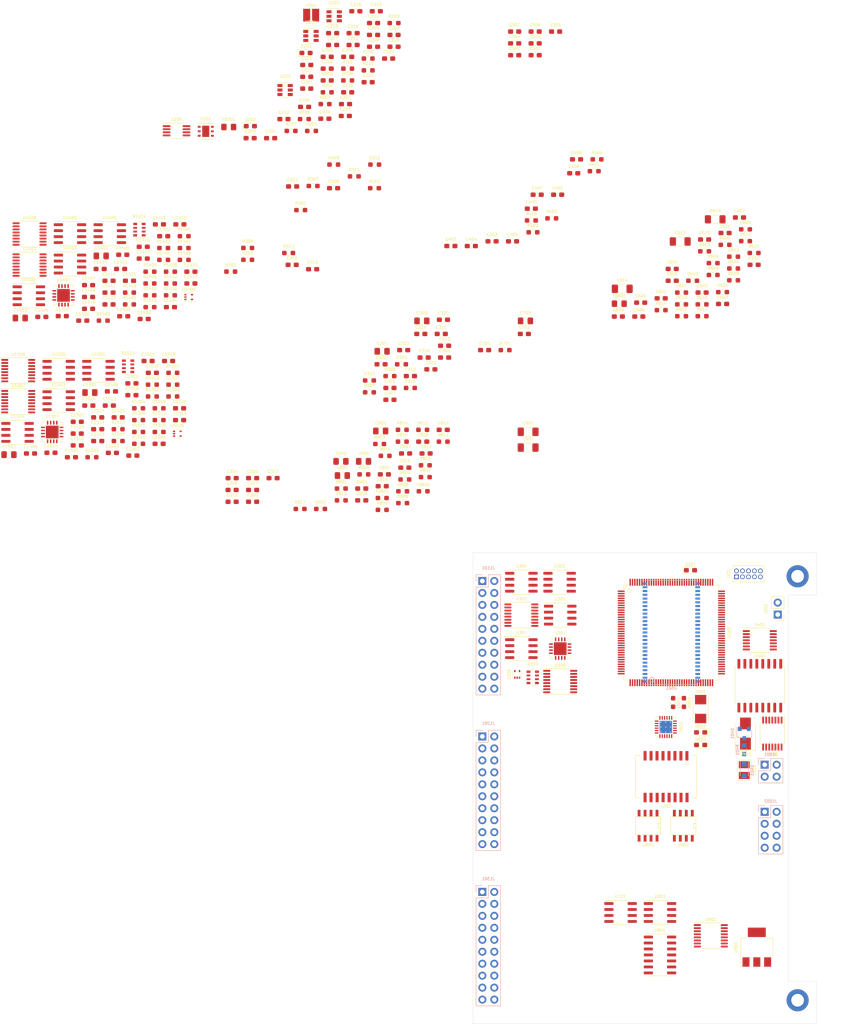
<source format=kicad_pcb>
(kicad_pcb (version 20171130) (host pcbnew 5.1.8)
  (layers (0 F.Cu signal) (1 GND power) (2 POWER_A power hide) (3 POWER_B power hide) (4 In4.Cu power) (31 B.Cu signal) (34 B.Paste user) (35 F.Paste user) (36 B.SilkS user) (37 F.SilkS user) (38 B.Mask user) (39 F.Mask user) (44 Edge.Cuts user))
  (net 0 "")
  (net 1 GND)
  (net 2 +3V3)
  (net 3 "Net-(C204-Pad1)")
  (net 4 "Net-(C205-Pad1)")
  (net 5 "Net-(C208-Pad1)")
  (net 6 "Net-(C209-Pad1)")
  (net 7 +5V)
  (net 8 /MCU/MCU_VDDA)
  (net 9 "Net-(C311-Pad1)")
  (net 10 "Net-(D201-Pad1)")
  (net 11 "Net-(D202-Pad1)")
  (net 12 "Net-(D203-Pad1)")
  (net 13 /MCU/TCK_SWCLK)
  (net 14 /MCU/TMS_SWDIO)
  (net 15 "Net-(J202-Pad1)")
  (net 16 /MCU/SENS_SCL)
  (net 17 /MCU/SENS_SDA)
  (net 18 "Net-(R203-Pad1)")
  (net 19 "Net-(R204-Pad1)")
  (net 20 "Net-(R205-Pad1)")
  (net 21 /MCU/EEPROM_SDA)
  (net 22 /MCU/EEPROM_SCL)
  (net 23 "Net-(R208-Pad1)")
  (net 24 "Net-(R303-Pad1)")
  (net 25 "Net-(R304-Pad1)")
  (net 26 "/Channel 1/CH1_M_IN")
  (net 27 "/Channel 1/CH1_M_GND")
  (net 28 /MCU/MCU_SR_DAT)
  (net 29 /MCU/MCU_SR_CLK)
  (net 30 /MCU/MCU_SR_LAT)
  (net 31 /MCU/EEPROM_WP)
  (net 32 "Net-(U302-Pad10)")
  (net 33 "Net-(U303-Pad2)")
  (net 34 GND_TRIG)
  (net 35 +5V_TRIG)
  (net 36 "Net-(C409-Pad2)")
  (net 37 "Net-(D401-Pad3)")
  (net 38 "Net-(D401-Pad2)")
  (net 39 "Net-(L401-Pad2)")
  (net 40 "Net-(R401-Pad2)")
  (net 41 "Net-(R402-Pad2)")
  (net 42 /Trigger/EXT_TRIG_SIGN)
  (net 43 "Net-(U401-Pad13)")
  (net 44 "Net-(U401-Pad12)")
  (net 45 "Net-(U401-Pad11)")
  (net 46 /Trigger/TRIG_OUT_EN)
  (net 47 /Trigger/TRIG_OUT_SIGN)
  (net 48 "Net-(C601-Pad1)")
  (net 49 "Net-(C603-Pad1)")
  (net 50 "Net-(C604-Pad1)")
  (net 51 VCCQ)
  (net 52 Earth)
  (net 53 "Net-(C614-Pad1)")
  (net 54 "Net-(D601-Pad2)")
  (net 55 "Net-(D601-Pad1)")
  (net 56 "Net-(D602-Pad2)")
  (net 57 "Net-(D602-Pad1)")
  (net 58 /Ethernet/ETH_TXP)
  (net 59 /Ethernet/ETH_TXN)
  (net 60 /Ethernet/ETH_RXP)
  (net 61 /Ethernet/ETH_RXN)
  (net 62 "Net-(L601-Pad9)")
  (net 63 "Net-(L601-Pad10)")
  (net 64 "Net-(L601-Pad11)")
  (net 65 "Net-(L601-Pad14)")
  (net 66 "Net-(L601-Pad15)")
  (net 67 "Net-(L601-Pad16)")
  (net 68 /Ethernet/MODE0)
  (net 69 /Ethernet/MODE1)
  (net 70 "Net-(R603-Pad1)")
  (net 71 /Ethernet/MODE2)
  (net 72 /Ethernet/REFCLK0)
  (net 73 /Ethernet/RMII_MDIO)
  (net 74 "Net-(R612-Pad2)")
  (net 75 /Ethernet/NRST)
  (net 76 "Net-(C301-Pad1)")
  (net 77 "Net-(C303-Pad1)")
  (net 78 +18V)
  (net 79 "Net-(C308-Pad1)")
  (net 80 -18V)
  (net 81 "/Connector 1/EXT_TRIG")
  (net 82 +5VF)
  (net 83 "Net-(C702-Pad1)")
  (net 84 "Net-(C703-Pad1)")
  (net 85 "Net-(C801-Pad1)")
  (net 86 "Net-(C802-Pad1)")
  (net 87 "Net-(C805-Pad1)")
  (net 88 /DAC/+2V5REF)
  (net 89 "Net-(C808-Pad1)")
  (net 90 "Net-(C809-Pad1)")
  (net 91 "Net-(C810-Pad1)")
  (net 92 "Net-(C811-Pad2)")
  (net 93 "/Channel 1/DAC_V1")
  (net 94 "Net-(C812-Pad2)")
  (net 95 "Net-(C813-Pad2)")
  (net 96 /DAC/DAC_V3)
  (net 97 +9V)
  (net 98 "/Connector 1/TX-")
  (net 99 "/Connector 1/RX-")
  (net 100 "/Connector 1/TX+")
  (net 101 "/Connector 1/RX+")
  (net 102 "Net-(R301-Pad1)")
  (net 103 "Net-(R302-Pad1)")
  (net 104 "/Channel 1/REFCAP1")
  (net 105 VREF)
  (net 106 "Net-(R307-Pad2)")
  (net 107 "Net-(R313-Pad2)")
  (net 108 "Net-(R315-Pad2)")
  (net 109 "/Channel 1/ADC1_SDO")
  (net 110 /Ethernet/RMII_RXD0)
  (net 111 /Ethernet/RMII_RXD1)
  (net 112 /Ethernet/RMII_CRS_DV)
  (net 113 /Ethernet/REF_CLK)
  (net 114 "Net-(R801-Pad1)")
  (net 115 "Net-(R802-Pad1)")
  (net 116 "Net-(R803-Pad1)")
  (net 117 "Net-(R804-Pad1)")
  (net 118 "Net-(R805-Pad2)")
  (net 119 /DAC/DAC_0-2V5_VOUT1)
  (net 120 /DAC/DAC_0-2V5_VOUT2)
  (net 121 /DAC/DAC_0-2V5_VOUT3)
  (net 122 /MCU/SD_DAT)
  (net 123 /MCU/SD_CLK)
  (net 124 /MCU/SD_LAT)
  (net 125 /MCU/A0)
  (net 126 /MCU/A1)
  (net 127 /MCU/A2)
  (net 128 /MCU/A3)
  (net 129 /MCU/A4)
  (net 130 /MCU/A5)
  (net 131 /MCU/~WE)
  (net 132 /Ethernet/RMII_MDC)
  (net 133 /MCU/~RAS)
  (net 134 /MCU/A6)
  (net 135 /MCU/A7)
  (net 136 /MCU/A8)
  (net 137 /MCU/A9)
  (net 138 /MCU/A10)
  (net 139 /MCU/A11)
  (net 140 /MCU/D4)
  (net 141 /MCU/D5)
  (net 142 /MCU/D6)
  (net 143 /MCU/D7)
  (net 144 /MCU/D8)
  (net 145 /MCU/D9)
  (net 146 /MCU/D10)
  (net 147 /MCU/D11)
  (net 148 /MCU/D12)
  (net 149 /MCU/TRIG_IN)
  (net 150 /MCU/TRIG_OUT)
  (net 151 /MCU/TRIG_EN)
  (net 152 /MCU/D13)
  (net 153 /MCU/D14)
  (net 154 /MCU/D15)
  (net 155 /MCU/D0)
  (net 156 /MCU/D1)
  (net 157 /MCU/BA0)
  (net 158 /MCU/BA1)
  (net 159 /MCU/CLK)
  (net 160 "/Channel 1/ADC1_~CS")
  (net 161 "/Channel 1/ADC1_SCLK")
  (net 162 "/Channel 1/ADC1_SDI")
  (net 163 /MCU/D2)
  (net 164 /MCU/D3)
  (net 165 /Ethernet/RMII_TXEN)
  (net 166 /Ethernet/RMII_TXD0)
  (net 167 /Ethernet/RMII_TXD1)
  (net 168 /MCU/~CAS)
  (net 169 /MCU/CKE)
  (net 170 /MCU/~CS)
  (net 171 /MCU/LDQM)
  (net 172 /MCU/UDQM)
  (net 173 "/Channel 1/CH1_M_DAC")
  (net 174 "Net-(U303-Pad6)")
  (net 175 "Net-(U303-Pad1)")
  (net 176 "/Channel 1/CH1_LPF")
  (net 177 "Net-(R314-Pad5)")
  (net 178 "Net-(R314-Pad6)")
  (net 179 "Net-(R314-Pad7)")
  (net 180 "Net-(R314-Pad8)")
  (net 181 "Net-(U801-Pad13)")
  (net 182 "/CH1 Connector/CH1_IN")
  (net 183 "Net-(C311-Pad2)")
  (net 184 "Net-(C316-Pad1)")
  (net 185 "Net-(C319-Pad2)")
  (net 186 "Net-(C319-Pad1)")
  (net 187 "Net-(C325-Pad1)")
  (net 188 "/CH2 Connector/CH2_IN")
  (net 189 "/CH3 Connector/CH3_IN")
  (net 190 "Net-(C1401-Pad1)")
  (net 191 "Net-(C1403-Pad1)")
  (net 192 "Net-(C1408-Pad1)")
  (net 193 "Net-(C1411-Pad2)")
  (net 194 "Net-(C1411-Pad1)")
  (net 195 "Net-(C1416-Pad1)")
  (net 196 "Net-(C1419-Pad2)")
  (net 197 "Net-(C1419-Pad1)")
  (net 198 "Net-(C1425-Pad1)")
  (net 199 "Net-(R1401-Pad1)")
  (net 200 "Net-(R1402-Pad1)")
  (net 201 "Net-(R1403-Pad1)")
  (net 202 "Net-(R1404-Pad1)")
  (net 203 "Net-(R1407-Pad2)")
  (net 204 "Net-(R1413-Pad2)")
  (net 205 "Net-(R1414-Pad5)")
  (net 206 "Net-(R1414-Pad6)")
  (net 207 "Net-(R1414-Pad8)")
  (net 208 "Net-(R1414-Pad7)")
  (net 209 "/Channel 2/CH2_LPF")
  (net 210 "/Channel 2/CH2_M_GND")
  (net 211 "/Channel 2/CH2_M_DAC")
  (net 212 "/Channel 2/CH2_M_IN")
  (net 213 "Net-(R1415-Pad2)")
  (net 214 "/Channel 2/ADC2_SDO")
  (net 215 "Net-(U1402-Pad10)")
  (net 216 "Net-(U1403-Pad6)")
  (net 217 "Net-(U1403-Pad2)")
  (net 218 "Net-(U1403-Pad1)")
  (net 219 "/Channel 2/DAC_V2")
  (net 220 "Net-(C1501-Pad1)")
  (net 221 "Net-(C1503-Pad1)")
  (net 222 "Net-(C1508-Pad1)")
  (net 223 "Net-(C1511-Pad2)")
  (net 224 "Net-(C1511-Pad1)")
  (net 225 "Net-(C1516-Pad1)")
  (net 226 "Net-(C1519-Pad2)")
  (net 227 "Net-(C1519-Pad1)")
  (net 228 "Net-(C1525-Pad1)")
  (net 229 "/Channel 2/REFCAP2")
  (net 230 "Net-(R1501-Pad1)")
  (net 231 "Net-(R1502-Pad1)")
  (net 232 "Net-(R1503-Pad1)")
  (net 233 "Net-(R1504-Pad1)")
  (net 234 "/Channel 3/REFCAP3")
  (net 235 "Net-(R1507-Pad2)")
  (net 236 "Net-(R1513-Pad2)")
  (net 237 "Net-(R1514-Pad5)")
  (net 238 "Net-(R1514-Pad6)")
  (net 239 "Net-(R1514-Pad8)")
  (net 240 "Net-(R1514-Pad7)")
  (net 241 "/Channel 3/CH3_LPF")
  (net 242 "/Channel 3/CH3_M_GND")
  (net 243 "/Channel 3/CH3_M_DAC")
  (net 244 "/Channel 3/CH3_M_IN")
  (net 245 "Net-(R1515-Pad2)")
  (net 246 "/Channel 3/ADC3_SDO")
  (net 247 "/Channel 1/SR1_QH")
  (net 248 "Net-(U1502-Pad10)")
  (net 249 "Net-(U1503-Pad6)")
  (net 250 "Net-(U1503-Pad2)")
  (net 251 "Net-(U1503-Pad1)")
  (module Package_SO:TSSOP-16_4.4x5mm_P0.65mm (layer F.Cu) (at 54.366 11.342)
    (fp_text reference U1508 (at 0 -3.45) (layer F.SilkS) (effects (font (size 0.6 0.6) (thickness 0.12))))
    (fp_text value 74HCT595)
    (pad 16 smd roundrect (at 2.8625 -2.275) (size 1.475 0.4) (layers F.Cu F.Paste F.Mask) (net 7 +5V))
    (pad 15 smd roundrect (at 2.8625 -1.625) (size 1.475 0.4) (layers F.Cu F.Paste F.Mask))
    (pad 14 smd roundrect (at 2.8625 -0.975) (size 1.475 0.4) (layers F.Cu F.Paste F.Mask))
    (pad 13 smd roundrect (at 2.8625 -0.325) (size 1.475 0.4) (layers F.Cu F.Paste F.Mask) (net 1 GND))
    (pad 12 smd roundrect (at 2.8625 0.325) (size 1.475 0.4) (layers F.Cu F.Paste F.Mask))
    (pad 11 smd roundrect (at 2.8625 0.975) (size 1.475 0.4) (layers F.Cu F.Paste F.Mask))
    (pad 10 smd roundrect (at 2.8625 1.625) (size 1.475 0.4) (layers F.Cu F.Paste F.Mask) (net 7 +5V))
    (pad 9 smd roundrect (at 2.8625 2.275) (size 1.475 0.4) (layers F.Cu F.Paste F.Mask))
    (pad 8 smd roundrect (at -2.8625 2.275) (size 1.475 0.4) (layers F.Cu F.Paste F.Mask) (net 1 GND))
    (pad 7 smd roundrect (at -2.8625 1.625) (size 1.475 0.4) (layers F.Cu F.Paste F.Mask))
    (pad 6 smd roundrect (at -2.8625 0.975) (size 1.475 0.4) (layers F.Cu F.Paste F.Mask))
    (pad 5 smd roundrect (at -2.8625 0.325) (size 1.475 0.4) (layers F.Cu F.Paste F.Mask))
    (pad 4 smd roundrect (at -2.8625 -0.325) (size 1.475 0.4) (layers F.Cu F.Paste F.Mask) (net 237 "Net-(R1514-Pad5)"))
    (pad 3 smd roundrect (at -2.8625 -0.975) (size 1.475 0.4) (layers F.Cu F.Paste F.Mask) (net 238 "Net-(R1514-Pad6)"))
    (pad 2 smd roundrect (at -2.8625 -1.625) (size 1.475 0.4) (layers F.Cu F.Paste F.Mask) (net 240 "Net-(R1514-Pad7)"))
    (pad 1 smd roundrect (at -2.8625 -2.275) (size 1.475 0.4) (layers F.Cu F.Paste F.Mask) (net 239 "Net-(R1514-Pad8)"))
  )
  (module Package_DFN_QFN:QFN-16-1EP_4x4mm_P0.65mm_EP2.7x2.7mm (layer F.Cu) (at 61.586 24.372)
    (fp_text reference U1507 (at 0 -3.32) (layer F.SilkS) (effects (font (size 0.6 0.6) (thickness 0.12))))
    (fp_text value ADS8681RUM)
    (pad 17 smd rect (at 0 0) (size 2.7 2.7) (layers F.Cu F.Mask) (net 1 GND))
    (pad 16 smd roundrect (at -0.975 -1.9625) (size 0.3 0.825) (layers F.Cu F.Paste F.Mask) (net 82 +5VF))
    (pad 15 smd roundrect (at -0.325 -1.9625) (size 0.3 0.825) (layers F.Cu F.Paste F.Mask) (net 1 GND))
    (pad 14 smd roundrect (at 0.325 -1.9625) (size 0.3 0.825) (layers F.Cu F.Paste F.Mask) (net 2 +3V3))
    (pad 13 smd roundrect (at 0.975 -1.9625) (size 0.3 0.825) (layers F.Cu F.Paste F.Mask))
    (pad 12 smd roundrect (at 1.9625 -0.975) (size 0.825 0.3) (layers F.Cu F.Paste F.Mask))
    (pad 11 smd roundrect (at 1.9625 -0.325) (size 0.825 0.3) (layers F.Cu F.Paste F.Mask) (net 246 "/Channel 3/ADC3_SDO"))
    (pad 10 smd roundrect (at 1.9625 0.325) (size 0.825 0.3) (layers F.Cu F.Paste F.Mask))
    (pad 9 smd roundrect (at 1.9625 0.975) (size 0.825 0.3) (layers F.Cu F.Paste F.Mask))
    (pad 8 smd roundrect (at 0.975 1.9625) (size 0.3 0.825) (layers F.Cu F.Paste F.Mask))
    (pad 7 smd roundrect (at 0.325 1.9625) (size 0.3 0.825) (layers F.Cu F.Paste F.Mask) (net 245 "Net-(R1515-Pad2)"))
    (pad 6 smd roundrect (at -0.325 1.9625) (size 0.3 0.825) (layers F.Cu F.Paste F.Mask) (net 1 GND))
    (pad 5 smd roundrect (at -0.975 1.9625) (size 0.3 0.825) (layers F.Cu F.Paste F.Mask) (net 228 "Net-(C1525-Pad1)"))
    (pad 4 smd roundrect (at -1.9625 0.975) (size 0.825 0.3) (layers F.Cu F.Paste F.Mask) (net 234 "/Channel 3/REFCAP3"))
    (pad 3 smd roundrect (at -1.9625 0.325) (size 0.825 0.3) (layers F.Cu F.Paste F.Mask) (net 1 GND))
    (pad 2 smd roundrect (at -1.9625 -0.325) (size 0.825 0.3) (layers F.Cu F.Paste F.Mask) (net 105 VREF))
    (pad 1 smd roundrect (at -1.9625 -0.975) (size 0.825 0.3) (layers F.Cu F.Paste F.Mask) (net 1 GND))
  )
  (module Package_TO_SOT_SMD:SOT-553 (layer F.Cu) (at 88.186 24.732)
    (fp_text reference U1506 (at 0 -1.7) (layer F.SilkS) (effects (font (size 0.6 0.6) (thickness 0.12))))
    (fp_text value 74LVC1GU04DRL)
    (pad 4 smd rect (at 0.7 0.5) (size 0.45 0.3) (layers F.Cu F.Paste F.Mask) (net 249 "Net-(U1503-Pad6)"))
    (pad 2 smd rect (at -0.7 0) (size 0.45 0.3) (layers F.Cu F.Paste F.Mask) (net 241 "/Channel 3/CH3_LPF"))
    (pad 5 smd rect (at 0.7 -0.5) (size 0.45 0.3) (layers F.Cu F.Paste F.Mask) (net 7 +5V))
    (pad 3 smd rect (at -0.7 0.5) (size 0.45 0.3) (layers F.Cu F.Paste F.Mask) (net 1 GND))
    (pad 1 smd rect (at -0.7 -0.5) (size 0.45 0.3) (layers F.Cu F.Paste F.Mask))
  )
  (module Package_SO:SOIC-8_3.9x4.9mm_P1.27mm (layer F.Cu) (at 62.966 11.272)
    (fp_text reference U1505 (at 0 -3.4) (layer F.SilkS) (effects (font (size 0.6 0.6) (thickness 0.12))))
    (fp_text value OPA192)
    (pad 8 smd roundrect (at 2.475 -1.905) (size 1.95 0.6) (layers F.Cu F.Paste F.Mask))
    (pad 7 smd roundrect (at 2.475 -0.635) (size 1.95 0.6) (layers F.Cu F.Paste F.Mask) (net 78 +18V))
    (pad 6 smd roundrect (at 2.475 0.635) (size 1.95 0.6) (layers F.Cu F.Paste F.Mask) (net 251 "Net-(U1503-Pad1)"))
    (pad 5 smd roundrect (at 2.475 1.905) (size 1.95 0.6) (layers F.Cu F.Paste F.Mask))
    (pad 4 smd roundrect (at -2.475 1.905) (size 1.95 0.6) (layers F.Cu F.Paste F.Mask) (net 80 -18V))
    (pad 3 smd roundrect (at -2.475 0.635) (size 1.95 0.6) (layers F.Cu F.Paste F.Mask) (net 248 "Net-(U1502-Pad10)"))
    (pad 2 smd roundrect (at -2.475 -0.635) (size 1.95 0.6) (layers F.Cu F.Paste F.Mask) (net 251 "Net-(U1503-Pad1)"))
    (pad 1 smd roundrect (at -2.475 -1.905) (size 1.95 0.6) (layers F.Cu F.Paste F.Mask))
  )
  (module Package_SO:SOIC-8_3.9x4.9mm_P1.27mm (layer F.Cu) (at 54.216 24.452)
    (fp_text reference U1504 (at 0 -3.4) (layer F.SilkS) (effects (font (size 0.6 0.6) (thickness 0.12))))
    (fp_text value DG419LDY)
    (pad 8 smd roundrect (at 2.475 -1.905) (size 1.95 0.6) (layers F.Cu F.Paste F.Mask) (net 227 "Net-(C1519-Pad1)"))
    (pad 7 smd roundrect (at 2.475 -0.635) (size 1.95 0.6) (layers F.Cu F.Paste F.Mask) (net 80 -18V))
    (pad 6 smd roundrect (at 2.475 0.635) (size 1.95 0.6) (layers F.Cu F.Paste F.Mask) (net 249 "Net-(U1503-Pad6)"))
    (pad 5 smd roundrect (at 2.475 1.905) (size 1.95 0.6) (layers F.Cu F.Paste F.Mask) (net 7 +5V))
    (pad 4 smd roundrect (at -2.475 1.905) (size 1.95 0.6) (layers F.Cu F.Paste F.Mask) (net 78 +18V))
    (pad 3 smd roundrect (at -2.475 0.635) (size 1.95 0.6) (layers F.Cu F.Paste F.Mask) (net 1 GND))
    (pad 2 smd roundrect (at -2.475 -0.635) (size 1.95 0.6) (layers F.Cu F.Paste F.Mask) (net 250 "Net-(U1503-Pad2)"))
    (pad 1 smd roundrect (at -2.475 -1.905) (size 1.95 0.6) (layers F.Cu F.Paste F.Mask) (net 236 "Net-(R1513-Pad2)"))
  )
  (module Package_SO:SOIC-8_3.9x4.9mm_P1.27mm (layer F.Cu) (at 62.966 17.722)
    (fp_text reference U1503 (at 0 -3.4) (layer F.SilkS) (effects (font (size 0.6 0.6) (thickness 0.12))))
    (fp_text value DG419LDY)
    (pad 8 smd roundrect (at 2.475 -1.905) (size 1.95 0.6) (layers F.Cu F.Paste F.Mask) (net 235 "Net-(R1507-Pad2)"))
    (pad 7 smd roundrect (at 2.475 -0.635) (size 1.95 0.6) (layers F.Cu F.Paste F.Mask) (net 80 -18V))
    (pad 6 smd roundrect (at 2.475 0.635) (size 1.95 0.6) (layers F.Cu F.Paste F.Mask) (net 249 "Net-(U1503-Pad6)"))
    (pad 5 smd roundrect (at 2.475 1.905) (size 1.95 0.6) (layers F.Cu F.Paste F.Mask) (net 7 +5V))
    (pad 4 smd roundrect (at -2.475 1.905) (size 1.95 0.6) (layers F.Cu F.Paste F.Mask) (net 78 +18V))
    (pad 3 smd roundrect (at -2.475 0.635) (size 1.95 0.6) (layers F.Cu F.Paste F.Mask) (net 1 GND))
    (pad 2 smd roundrect (at -2.475 -0.635) (size 1.95 0.6) (layers F.Cu F.Paste F.Mask) (net 250 "Net-(U1503-Pad2)"))
    (pad 1 smd roundrect (at -2.475 -1.905) (size 1.95 0.6) (layers F.Cu F.Paste F.Mask) (net 251 "Net-(U1503-Pad1)"))
  )
  (module Package_SO:TSSOP-16_4.4x5mm_P0.65mm (layer F.Cu) (at 54.366 17.932)
    (fp_text reference U1502 (at 0 -3.45) (layer F.SilkS) (effects (font (size 0.6 0.6) (thickness 0.12))))
    (fp_text value DG211)
    (pad 16 smd roundrect (at 2.8625 -2.275) (size 1.475 0.4) (layers F.Cu F.Paste F.Mask) (net 242 "/Channel 3/CH3_M_GND"))
    (pad 15 smd roundrect (at 2.8625 -1.625) (size 1.475 0.4) (layers F.Cu F.Paste F.Mask) (net 248 "Net-(U1502-Pad10)"))
    (pad 14 smd roundrect (at 2.8625 -0.975) (size 1.475 0.4) (layers F.Cu F.Paste F.Mask) (net 231 "Net-(R1502-Pad1)"))
    (pad 13 smd roundrect (at 2.8625 -0.325) (size 1.475 0.4) (layers F.Cu F.Paste F.Mask) (net 78 +18V))
    (pad 12 smd roundrect (at 2.8625 0.325) (size 1.475 0.4) (layers F.Cu F.Paste F.Mask) (net 7 +5V))
    (pad 11 smd roundrect (at 2.8625 0.975) (size 1.475 0.4) (layers F.Cu F.Paste F.Mask) (net 232 "Net-(R1503-Pad1)"))
    (pad 10 smd roundrect (at 2.8625 1.625) (size 1.475 0.4) (layers F.Cu F.Paste F.Mask) (net 248 "Net-(U1502-Pad10)"))
    (pad 9 smd roundrect (at 2.8625 2.275) (size 1.475 0.4) (layers F.Cu F.Paste F.Mask) (net 243 "/Channel 3/CH3_M_DAC"))
    (pad 8 smd roundrect (at -2.8625 2.275) (size 1.475 0.4) (layers F.Cu F.Paste F.Mask) (net 233 "Net-(R1504-Pad1)"))
    (pad 7 smd roundrect (at -2.8625 1.625) (size 1.475 0.4) (layers F.Cu F.Paste F.Mask))
    (pad 6 smd roundrect (at -2.8625 0.975) (size 1.475 0.4) (layers F.Cu F.Paste F.Mask) (net 248 "Net-(U1502-Pad10)"))
    (pad 5 smd roundrect (at -2.8625 0.325) (size 1.475 0.4) (layers F.Cu F.Paste F.Mask) (net 1 GND))
    (pad 4 smd roundrect (at -2.8625 -0.325) (size 1.475 0.4) (layers F.Cu F.Paste F.Mask) (net 80 -18V))
    (pad 3 smd roundrect (at -2.8625 -0.975) (size 1.475 0.4) (layers F.Cu F.Paste F.Mask) (net 248 "Net-(U1502-Pad10)"))
    (pad 2 smd roundrect (at -2.8625 -1.625) (size 1.475 0.4) (layers F.Cu F.Paste F.Mask) (net 230 "Net-(R1501-Pad1)"))
    (pad 1 smd roundrect (at -2.8625 -2.275) (size 1.475 0.4) (layers F.Cu F.Paste F.Mask) (net 244 "/Channel 3/CH3_M_IN"))
  )
  (module Package_SO:SOIC-8_3.9x4.9mm_P1.27mm (layer F.Cu) (at 71.416 11.272)
    (fp_text reference U1501 (at 0 -3.4) (layer F.SilkS) (effects (font (size 0.6 0.6) (thickness 0.12))))
    (fp_text value LT1355)
    (pad 8 smd roundrect (at 2.475 -1.905) (size 1.95 0.6) (layers F.Cu F.Paste F.Mask) (net 78 +18V))
    (pad 7 smd roundrect (at 2.475 -0.635) (size 1.95 0.6) (layers F.Cu F.Paste F.Mask) (net 227 "Net-(C1519-Pad1)"))
    (pad 6 smd roundrect (at 2.475 0.635) (size 1.95 0.6) (layers F.Cu F.Paste F.Mask) (net 226 "Net-(C1519-Pad2)"))
    (pad 5 smd roundrect (at 2.475 1.905) (size 1.95 0.6) (layers F.Cu F.Paste F.Mask) (net 1 GND))
    (pad 4 smd roundrect (at -2.475 1.905) (size 1.95 0.6) (layers F.Cu F.Paste F.Mask) (net 80 -18V))
    (pad 3 smd roundrect (at -2.475 0.635) (size 1.95 0.6) (layers F.Cu F.Paste F.Mask) (net 1 GND))
    (pad 2 smd roundrect (at -2.475 -0.635) (size 1.95 0.6) (layers F.Cu F.Paste F.Mask) (net 223 "Net-(C1511-Pad2)"))
    (pad 1 smd roundrect (at -2.475 -1.905) (size 1.95 0.6) (layers F.Cu F.Paste F.Mask) (net 224 "Net-(C1511-Pad1)"))
  )
  (module Resistor_SMD:R_0603_1608Metric_Pad0.98x0.95mm_HandSolder (layer F.Cu) (at 84.306 24.362)
    (fp_text reference R1516 (at 0 -1.43) (layer F.SilkS) (effects (font (size 0.6 0.6) (thickness 0.12))))
    (fp_text value 10k)
    (pad 2 smd roundrect (at 0.9125 0) (size 0.975 0.95) (layers F.Cu F.Paste F.Mask) (net 246 "/Channel 3/ADC3_SDO"))
    (pad 1 smd roundrect (at -0.9125 0) (size 0.975 0.95) (layers F.Cu F.Paste F.Mask) (net 2 +3V3))
  )
  (module Resistor_SMD:R_0603_1608Metric_Pad0.98x0.95mm_HandSolder (layer F.Cu) (at 79.956 26.872)
    (fp_text reference R1515 (at 0 -1.43) (layer F.SilkS) (effects (font (size 0.6 0.6) (thickness 0.12))))
    (fp_text value 10k)
    (pad 2 smd roundrect (at 0.9125 0) (size 0.975 0.95) (layers F.Cu F.Paste F.Mask) (net 245 "Net-(R1515-Pad2)"))
    (pad 1 smd roundrect (at -0.9125 0) (size 0.975 0.95) (layers F.Cu F.Paste F.Mask) (net 2 +3V3))
  )
  (module Resistor_SMD:R_Array_Convex_4x0603 (layer F.Cu) (at 77.716 10.422)
    (fp_text reference R1514 (at 0 -2.8) (layer F.SilkS) (effects (font (size 0.6 0.6) (thickness 0.12))))
    (fp_text value 680)
    (pad 5 smd rect (at 0.9 1.2) (size 0.8 0.5) (layers F.Cu F.Paste F.Mask) (net 237 "Net-(R1514-Pad5)"))
    (pad 6 smd rect (at 0.9 0.4) (size 0.8 0.4) (layers F.Cu F.Paste F.Mask) (net 238 "Net-(R1514-Pad6)"))
    (pad 8 smd rect (at 0.9 -1.2) (size 0.8 0.5) (layers F.Cu F.Paste F.Mask) (net 239 "Net-(R1514-Pad8)"))
    (pad 7 smd rect (at 0.9 -0.4) (size 0.8 0.4) (layers F.Cu F.Paste F.Mask) (net 240 "Net-(R1514-Pad7)"))
    (pad 4 smd rect (at -0.9 1.2) (size 0.8 0.5) (layers F.Cu F.Paste F.Mask) (net 241 "/Channel 3/CH3_LPF"))
    (pad 2 smd rect (at -0.9 -0.4) (size 0.8 0.4) (layers F.Cu F.Paste F.Mask) (net 242 "/Channel 3/CH3_M_GND"))
    (pad 3 smd rect (at -0.9 0.4) (size 0.8 0.4) (layers F.Cu F.Paste F.Mask) (net 243 "/Channel 3/CH3_M_DAC"))
    (pad 1 smd rect (at -0.9 -1.2) (size 0.8 0.5) (layers F.Cu F.Paste F.Mask) (net 244 "/Channel 3/CH3_M_IN"))
  )
  (module Resistor_SMD:R_0603_1608Metric_Pad0.98x0.95mm_HandSolder (layer F.Cu) (at 82.876 14.322)
    (fp_text reference R1513 (at 0 -1.43) (layer F.SilkS) (effects (font (size 0.6 0.6) (thickness 0.12))))
    (fp_text value 0)
    (pad 2 smd roundrect (at 0.9125 0) (size 0.975 0.95) (layers F.Cu F.Paste F.Mask) (net 236 "Net-(R1513-Pad2)"))
    (pad 1 smd roundrect (at -0.9125 0) (size 0.975 0.95) (layers F.Cu F.Paste F.Mask) (net 228 "Net-(C1525-Pad1)"))
  )
  (module Resistor_SMD:R_0603_1608Metric_Pad0.98x0.95mm_HandSolder (layer F.Cu) (at 84.306 21.852)
    (fp_text reference R1512 (at 0 -1.43) (layer F.SilkS) (effects (font (size 0.6 0.6) (thickness 0.12))))
    (fp_text value 5k23)
    (pad 2 smd roundrect (at 0.9125 0) (size 0.975 0.95) (layers F.Cu F.Paste F.Mask) (net 225 "Net-(C1516-Pad1)"))
    (pad 1 smd roundrect (at -0.9125 0) (size 0.975 0.95) (layers F.Cu F.Paste F.Mask) (net 227 "Net-(C1519-Pad1)"))
  )
  (module Resistor_SMD:R_0603_1608Metric_Pad0.98x0.95mm_HandSolder (layer F.Cu) (at 79.956 24.362)
    (fp_text reference R1511 (at 0 -1.43) (layer F.SilkS) (effects (font (size 0.6 0.6) (thickness 0.12))))
    (fp_text value 10k2)
    (pad 2 smd roundrect (at 0.9125 0) (size 0.975 0.95) (layers F.Cu F.Paste F.Mask) (net 225 "Net-(C1516-Pad1)"))
    (pad 1 smd roundrect (at -0.9125 0) (size 0.975 0.95) (layers F.Cu F.Paste F.Mask) (net 226 "Net-(C1519-Pad2)"))
  )
  (module Resistor_SMD:R_0603_1608Metric_Pad0.98x0.95mm_HandSolder (layer F.Cu) (at 75.606 23.782)
    (fp_text reference R1510 (at 0 -1.43) (layer F.SilkS) (effects (font (size 0.6 0.6) (thickness 0.12))))
    (fp_text value 5k23)
    (pad 2 smd roundrect (at 0.9125 0) (size 0.975 0.95) (layers F.Cu F.Paste F.Mask) (net 224 "Net-(C1511-Pad1)"))
    (pad 1 smd roundrect (at -0.9125 0) (size 0.975 0.95) (layers F.Cu F.Paste F.Mask) (net 225 "Net-(C1516-Pad1)"))
  )
  (module Resistor_SMD:R_0603_1608Metric_Pad0.98x0.95mm_HandSolder (layer F.Cu) (at 87.226 16.832)
    (fp_text reference R1509 (at 0 -1.43) (layer F.SilkS) (effects (font (size 0.6 0.6) (thickness 0.12))))
    (fp_text value 6k81)
    (pad 2 smd roundrect (at 0.9125 0) (size 0.975 0.95) (layers F.Cu F.Paste F.Mask) (net 222 "Net-(C1508-Pad1)"))
    (pad 1 smd roundrect (at -0.9125 0) (size 0.975 0.95) (layers F.Cu F.Paste F.Mask) (net 224 "Net-(C1511-Pad1)"))
  )
  (module Resistor_SMD:R_0603_1608Metric_Pad0.98x0.95mm_HandSolder (layer F.Cu) (at 84.306 19.342)
    (fp_text reference R1508 (at 0 -1.43) (layer F.SilkS) (effects (font (size 0.6 0.6) (thickness 0.12))))
    (fp_text value 11k3)
    (pad 2 smd roundrect (at 0.9125 0) (size 0.975 0.95) (layers F.Cu F.Paste F.Mask) (net 222 "Net-(C1508-Pad1)"))
    (pad 1 smd roundrect (at -0.9125 0) (size 0.975 0.95) (layers F.Cu F.Paste F.Mask) (net 223 "Net-(C1511-Pad2)"))
  )
  (module Resistor_SMD:R_0603_1608Metric_Pad0.98x0.95mm_HandSolder (layer F.Cu) (at 87.226 14.322)
    (fp_text reference R1507 (at 0 -1.43) (layer F.SilkS) (effects (font (size 0.6 0.6) (thickness 0.12))))
    (fp_text value 6k81)
    (pad 2 smd roundrect (at 0.9125 0) (size 0.975 0.95) (layers F.Cu F.Paste F.Mask) (net 235 "Net-(R1507-Pad2)"))
    (pad 1 smd roundrect (at -0.9125 0) (size 0.975 0.95) (layers F.Cu F.Paste F.Mask) (net 222 "Net-(C1508-Pad1)"))
  )
  (module Resistor_SMD:R_0603_1608Metric_Pad0.98x0.95mm_HandSolder (layer F.Cu) (at 79.956 21.852)
    (fp_text reference R1506 (at 0 -1.43) (layer F.SilkS) (effects (font (size 0.6 0.6) (thickness 0.12))))
    (fp_text value 0R47)
    (pad 2 smd roundrect (at 0.9125 0) (size 0.975 0.95) (layers F.Cu F.Paste F.Mask) (net 221 "Net-(C1503-Pad1)"))
    (pad 1 smd roundrect (at -0.9125 0) (size 0.975 0.95) (layers F.Cu F.Paste F.Mask) (net 105 VREF))
  )
  (module Resistor_SMD:R_0603_1608Metric_Pad0.98x0.95mm_HandSolder (layer F.Cu) (at 75.606 26.292)
    (fp_text reference R1505 (at 0 -1.43) (layer F.SilkS) (effects (font (size 0.6 0.6) (thickness 0.12))))
    (fp_text value 0R22)
    (pad 2 smd roundrect (at 0.9125 0) (size 0.975 0.95) (layers F.Cu F.Paste F.Mask) (net 234 "/Channel 3/REFCAP3"))
    (pad 1 smd roundrect (at -0.9125 0) (size 0.975 0.95) (layers F.Cu F.Paste F.Mask) (net 220 "Net-(C1501-Pad1)"))
  )
  (module Resistor_SMD:R_0603_1608Metric_Pad0.98x0.95mm_HandSolder (layer F.Cu) (at 79.956 19.342)
    (fp_text reference R1504 (at 0 -1.43) (layer F.SilkS) (effects (font (size 0.6 0.6) (thickness 0.12))))
    (fp_text value 49R9)
    (pad 2 smd roundrect (at 0.9125 0) (size 0.975 0.95) (layers F.Cu F.Paste F.Mask) (net 7 +5V))
    (pad 1 smd roundrect (at -0.9125 0) (size 0.975 0.95) (layers F.Cu F.Paste F.Mask) (net 233 "Net-(R1504-Pad1)"))
  )
  (module Resistor_SMD:R_0603_1608Metric_Pad0.98x0.95mm_HandSolder (layer F.Cu) (at 70.026 29.732)
    (fp_text reference R1503 (at 0 -1.43) (layer F.SilkS) (effects (font (size 0.6 0.6) (thickness 0.12))))
    (fp_text value 10k)
    (pad 2 smd roundrect (at 0.9125 0) (size 0.975 0.95) (layers F.Cu F.Paste F.Mask))
    (pad 1 smd roundrect (at -0.9125 0) (size 0.975 0.95) (layers F.Cu F.Paste F.Mask) (net 232 "Net-(R1503-Pad1)"))
  )
  (module Resistor_SMD:R_0603_1608Metric_Pad0.98x0.95mm_HandSolder (layer F.Cu) (at 82.876 16.832)
    (fp_text reference R1502 (at 0 -1.43) (layer F.SilkS) (effects (font (size 0.6 0.6) (thickness 0.12))))
    (fp_text value 10k)
    (pad 2 smd roundrect (at 0.9125 0) (size 0.975 0.95) (layers F.Cu F.Paste F.Mask) (net 1 GND))
    (pad 1 smd roundrect (at -0.9125 0) (size 0.975 0.95) (layers F.Cu F.Paste F.Mask) (net 231 "Net-(R1502-Pad1)"))
  )
  (module Resistor_SMD:R_0603_1608Metric_Pad0.98x0.95mm_HandSolder (layer F.Cu) (at 87.226 11.812)
    (fp_text reference R1501 (at 0 -1.43) (layer F.SilkS) (effects (font (size 0.6 0.6) (thickness 0.12))))
    (fp_text value 0)
    (pad 2 smd roundrect (at 0.9125 0) (size 0.975 0.95) (layers F.Cu F.Paste F.Mask))
    (pad 1 smd roundrect (at -0.9125 0) (size 0.975 0.95) (layers F.Cu F.Paste F.Mask) (net 230 "Net-(R1501-Pad1)"))
  )
  (module Capacitor_SMD:C_0603_1608Metric_Pad1.08x0.95mm_HandSolder (layer F.Cu) (at 88.656 19.342)
    (fp_text reference C1525 (at 0 -1.43) (layer F.SilkS) (effects (font (size 0.6 0.6) (thickness 0.12))))
    (fp_text value 330p)
    (pad 2 smd roundrect (at 0.8625 0) (size 1.075 0.95) (layers F.Cu F.Paste F.Mask) (net 1 GND))
    (pad 1 smd roundrect (at -0.8625 0) (size 1.075 0.95) (layers F.Cu F.Paste F.Mask) (net 228 "Net-(C1525-Pad1)"))
  )
  (module Capacitor_SMD:C_0603_1608Metric_Pad1.08x0.95mm_HandSolder (layer F.Cu) (at 69.366 18.762)
    (fp_text reference C1524 (at 0 -1.43) (layer F.SilkS) (effects (font (size 0.6 0.6) (thickness 0.12))))
    (fp_text value 100n)
    (pad 2 smd roundrect (at 0.8625 0) (size 1.075 0.95) (layers F.Cu F.Paste F.Mask) (net 1 GND))
    (pad 1 smd roundrect (at -0.8625 0) (size 1.075 0.95) (layers F.Cu F.Paste F.Mask) (net 80 -18V))
  )
  (module Capacitor_SMD:C_0603_1608Metric_Pad1.08x0.95mm_HandSolder (layer F.Cu) (at 71.256 26.292)
    (fp_text reference C1523 (at 0 -1.43) (layer F.SilkS) (effects (font (size 0.6 0.6) (thickness 0.12))))
    (fp_text value 100n)
    (pad 2 smd roundrect (at 0.8625 0) (size 1.075 0.95) (layers F.Cu F.Paste F.Mask) (net 1 GND))
    (pad 1 smd roundrect (at -0.8625 0) (size 1.075 0.95) (layers F.Cu F.Paste F.Mask) (net 80 -18V))
  )
  (module Capacitor_SMD:C_0603_1608Metric_Pad1.08x0.95mm_HandSolder (layer F.Cu) (at 82.876 11.812)
    (fp_text reference C1522 (at 0 -1.43) (layer F.SilkS) (effects (font (size 0.6 0.6) (thickness 0.12))))
    (fp_text value 100n)
    (pad 2 smd roundrect (at 0.8625 0) (size 1.075 0.95) (layers F.Cu F.Paste F.Mask) (net 1 GND))
    (pad 1 smd roundrect (at -0.8625 0) (size 1.075 0.95) (layers F.Cu F.Paste F.Mask) (net 80 -18V))
  )
  (module Capacitor_SMD:C_0603_1608Metric_Pad1.08x0.95mm_HandSolder (layer F.Cu) (at 75.606 21.272)
    (fp_text reference C1521 (at 0 -1.43) (layer F.SilkS) (effects (font (size 0.6 0.6) (thickness 0.12))))
    (fp_text value 100n)
    (pad 2 smd roundrect (at 0.8625 0) (size 1.075 0.95) (layers F.Cu F.Paste F.Mask) (net 1 GND))
    (pad 1 smd roundrect (at -0.8625 0) (size 1.075 0.95) (layers F.Cu F.Paste F.Mask) (net 80 -18V))
  )
  (module Capacitor_SMD:C_0603_1608Metric_Pad1.08x0.95mm_HandSolder (layer F.Cu) (at 65.676 29.732)
    (fp_text reference C1520 (at 0 -1.43) (layer F.SilkS) (effects (font (size 0.6 0.6) (thickness 0.12))))
    (fp_text value 100n)
    (pad 2 smd roundrect (at 0.8625 0) (size 1.075 0.95) (layers F.Cu F.Paste F.Mask) (net 1 GND))
    (pad 1 smd roundrect (at -0.8625 0) (size 1.075 0.95) (layers F.Cu F.Paste F.Mask) (net 2 +3V3))
  )
  (module Capacitor_SMD:C_0603_1608Metric_Pad1.08x0.95mm_HandSolder (layer F.Cu) (at 86.316 9.302)
    (fp_text reference C1519 (at 0 -1.43) (layer F.SilkS) (effects (font (size 0.6 0.6) (thickness 0.12))))
    (fp_text value 47p)
    (pad 2 smd roundrect (at 0.8625 0) (size 1.075 0.95) (layers F.Cu F.Paste F.Mask) (net 226 "Net-(C1519-Pad2)"))
    (pad 1 smd roundrect (at -0.8625 0) (size 1.075 0.95) (layers F.Cu F.Paste F.Mask) (net 227 "Net-(C1519-Pad1)"))
  )
  (module Capacitor_SMD:C_0603_1608Metric_Pad1.08x0.95mm_HandSolder (layer F.Cu) (at 78.526 16.562)
    (fp_text reference C1518 (at 0 -1.43) (layer F.SilkS) (effects (font (size 0.6 0.6) (thickness 0.12))))
    (fp_text value 100n)
    (pad 2 smd roundrect (at 0.8625 0) (size 1.075 0.95) (layers F.Cu F.Paste F.Mask) (net 1 GND))
    (pad 1 smd roundrect (at -0.8625 0) (size 1.075 0.95) (layers F.Cu F.Paste F.Mask) (net 80 -18V))
  )
  (module Capacitor_SMD:C_0603_1608Metric_Pad1.08x0.95mm_HandSolder (layer F.Cu) (at 71.256 23.782)
    (fp_text reference C1517 (at 0 -1.43) (layer F.SilkS) (effects (font (size 0.6 0.6) (thickness 0.12))))
    (fp_text value 100n)
    (pad 2 smd roundrect (at 0.8625 0) (size 1.075 0.95) (layers F.Cu F.Paste F.Mask) (net 1 GND))
    (pad 1 smd roundrect (at -0.8625 0) (size 1.075 0.95) (layers F.Cu F.Paste F.Mask) (net 7 +5V))
  )
  (module Capacitor_SMD:C_0603_1608Metric_Pad1.08x0.95mm_HandSolder (layer F.Cu) (at 66.906 27.222)
    (fp_text reference C1516 (at 0 -1.43) (layer F.SilkS) (effects (font (size 0.6 0.6) (thickness 0.12))))
    (fp_text value 1000p)
    (pad 2 smd roundrect (at 0.8625 0) (size 1.075 0.95) (layers F.Cu F.Paste F.Mask) (net 1 GND))
    (pad 1 smd roundrect (at -0.8625 0) (size 1.075 0.95) (layers F.Cu F.Paste F.Mask) (net 225 "Net-(C1516-Pad1)"))
  )
  (module Capacitor_SMD:C_0603_1608Metric_Pad1.08x0.95mm_HandSolder (layer F.Cu) (at 78.526 14.052)
    (fp_text reference C1515 (at 0 -1.43) (layer F.SilkS) (effects (font (size 0.6 0.6) (thickness 0.12))))
    (fp_text value 100n)
    (pad 2 smd roundrect (at 0.8625 0) (size 1.075 0.95) (layers F.Cu F.Paste F.Mask) (net 1 GND))
    (pad 1 smd roundrect (at -0.8625 0) (size 1.075 0.95) (layers F.Cu F.Paste F.Mask) (net 78 +18V))
  )
  (module Capacitor_SMD:C_0603_1608Metric_Pad1.08x0.95mm_HandSolder (layer F.Cu) (at 71.256 21.272)
    (fp_text reference C1514 (at 0 -1.43) (layer F.SilkS) (effects (font (size 0.6 0.6) (thickness 0.12))))
    (fp_text value 100n)
    (pad 2 smd roundrect (at 0.8625 0) (size 1.075 0.95) (layers F.Cu F.Paste F.Mask) (net 1 GND))
    (pad 1 smd roundrect (at -0.8625 0) (size 1.075 0.95) (layers F.Cu F.Paste F.Mask) (net 7 +5V))
  )
  (module Capacitor_SMD:C_0603_1608Metric_Pad1.08x0.95mm_HandSolder (layer F.Cu) (at 88.656 21.852)
    (fp_text reference C1513 (at 0 -1.43) (layer F.SilkS) (effects (font (size 0.6 0.6) (thickness 0.12))))
    (fp_text value 100n)
    (pad 2 smd roundrect (at 0.8625 0) (size 1.075 0.95) (layers F.Cu F.Paste F.Mask) (net 1 GND))
    (pad 1 smd roundrect (at -0.8625 0) (size 1.075 0.95) (layers F.Cu F.Paste F.Mask) (net 78 +18V))
  )
  (module Capacitor_SMD:C_0603_1608Metric_Pad1.08x0.95mm_HandSolder (layer F.Cu) (at 73.716 18.762)
    (fp_text reference C1512 (at 0 -1.43) (layer F.SilkS) (effects (font (size 0.6 0.6) (thickness 0.12))))
    (fp_text value 100n)
    (pad 2 smd roundrect (at 0.8625 0) (size 1.075 0.95) (layers F.Cu F.Paste F.Mask) (net 1 GND))
    (pad 1 smd roundrect (at -0.8625 0) (size 1.075 0.95) (layers F.Cu F.Paste F.Mask) (net 7 +5V))
  )
  (module Capacitor_SMD:C_0603_1608Metric_Pad1.08x0.95mm_HandSolder (layer F.Cu) (at 81.966 9.302)
    (fp_text reference C1511 (at 0 -1.43) (layer F.SilkS) (effects (font (size 0.6 0.6) (thickness 0.12))))
    (fp_text value 100p)
    (pad 2 smd roundrect (at 0.8625 0) (size 1.075 0.95) (layers F.Cu F.Paste F.Mask) (net 223 "Net-(C1511-Pad2)"))
    (pad 1 smd roundrect (at -0.8625 0) (size 1.075 0.95) (layers F.Cu F.Paste F.Mask) (net 224 "Net-(C1511-Pad1)"))
  )
  (module Capacitor_SMD:C_0603_1608Metric_Pad1.08x0.95mm_HandSolder (layer F.Cu) (at 61.326 28.772)
    (fp_text reference C1510 (at 0 -1.43) (layer F.SilkS) (effects (font (size 0.6 0.6) (thickness 0.12))))
    (fp_text value 100n)
    (pad 2 smd roundrect (at 0.8625 0) (size 1.075 0.95) (layers F.Cu F.Paste F.Mask) (net 1 GND))
    (pad 1 smd roundrect (at -0.8625 0) (size 1.075 0.95) (layers F.Cu F.Paste F.Mask) (net 78 +18V))
  )
  (module Capacitor_SMD:C_0603_1608Metric_Pad1.08x0.95mm_HandSolder (layer F.Cu) (at 66.906 24.712)
    (fp_text reference C1509 (at 0 -1.43) (layer F.SilkS) (effects (font (size 0.6 0.6) (thickness 0.12))))
    (fp_text value 100n)
    (pad 2 smd roundrect (at 0.8625 0) (size 1.075 0.95) (layers F.Cu F.Paste F.Mask) (net 1 GND))
    (pad 1 smd roundrect (at -0.8625 0) (size 1.075 0.95) (layers F.Cu F.Paste F.Mask) (net 7 +5V))
  )
  (module Capacitor_SMD:C_0603_1608Metric_Pad1.08x0.95mm_HandSolder (layer F.Cu) (at 74.176 15.752)
    (fp_text reference C1508 (at 0 -1.43) (layer F.SilkS) (effects (font (size 0.6 0.6) (thickness 0.12))))
    (fp_text value 330p)
    (pad 2 smd roundrect (at 0.8625 0) (size 1.075 0.95) (layers F.Cu F.Paste F.Mask) (net 1 GND))
    (pad 1 smd roundrect (at -0.8625 0) (size 1.075 0.95) (layers F.Cu F.Paste F.Mask) (net 222 "Net-(C1508-Pad1)"))
  )
  (module Capacitor_SMD:C_0603_1608Metric_Pad1.08x0.95mm_HandSolder (layer F.Cu) (at 66.906 22.202)
    (fp_text reference C1507 (at 0 -1.43) (layer F.SilkS) (effects (font (size 0.6 0.6) (thickness 0.12))))
    (fp_text value 100n)
    (pad 2 smd roundrect (at 0.8625 0) (size 1.075 0.95) (layers F.Cu F.Paste F.Mask) (net 1 GND))
    (pad 1 smd roundrect (at -0.8625 0) (size 1.075 0.95) (layers F.Cu F.Paste F.Mask) (net 78 +18V))
  )
  (module Capacitor_SMD:C_0603_1608Metric_Pad1.08x0.95mm_HandSolder (layer F.Cu) (at 56.976 28.932)
    (fp_text reference C1506 (at 0 -1.43) (layer F.SilkS) (effects (font (size 0.6 0.6) (thickness 0.12))))
    (fp_text value 100n)
    (pad 2 smd roundrect (at 0.8625 0) (size 1.075 0.95) (layers F.Cu F.Paste F.Mask) (net 1 GND))
    (pad 1 smd roundrect (at -0.8625 0) (size 1.075 0.95) (layers F.Cu F.Paste F.Mask) (net 7 +5V))
  )
  (module Capacitor_SMD:C_0603_1608Metric_Pad1.08x0.95mm_HandSolder (layer F.Cu) (at 74.376 28.802)
    (fp_text reference C1505 (at 0 -1.43) (layer F.SilkS) (effects (font (size 0.6 0.6) (thickness 0.12))))
    (fp_text value 100n)
    (pad 2 smd roundrect (at 0.8625 0) (size 1.075 0.95) (layers F.Cu F.Paste F.Mask) (net 1 GND))
    (pad 1 smd roundrect (at -0.8625 0) (size 1.075 0.95) (layers F.Cu F.Paste F.Mask) (net 78 +18V))
  )
  (module Capacitor_SMD:C_0603_1608Metric_Pad1.08x0.95mm_HandSolder (layer F.Cu) (at 84.306 26.872)
    (fp_text reference C1504 (at 0 -1.43) (layer F.SilkS) (effects (font (size 0.6 0.6) (thickness 0.12))))
    (fp_text value 100n)
    (pad 2 smd roundrect (at 0.8625 0) (size 1.075 0.95) (layers F.Cu F.Paste F.Mask) (net 1 GND))
    (pad 1 smd roundrect (at -0.8625 0) (size 1.075 0.95) (layers F.Cu F.Paste F.Mask) (net 7 +5V))
  )
  (module Capacitor_SMD:C_0805_2012Metric_Pad1.18x1.45mm_HandSolder (layer F.Cu) (at 52.396 29.182)
    (fp_text reference C1503 (at 0 -1.68) (layer F.SilkS) (effects (font (size 0.6 0.6) (thickness 0.12))))
    (fp_text value 10u)
    (pad 2 smd roundrect (at 1.0375 0) (size 1.175 1.45) (layers F.Cu F.Paste F.Mask) (roundrect_rratio 0.212766) (net 1 GND))
    (pad 1 smd roundrect (at -1.0375 0) (size 1.175 1.45) (layers F.Cu F.Paste F.Mask) (roundrect_rratio 0.212766) (net 221 "Net-(C1503-Pad1)"))
  )
  (module Capacitor_SMD:C_0603_1608Metric_Pad1.08x0.95mm_HandSolder (layer F.Cu) (at 78.726 29.382)
    (fp_text reference C1502 (at 0 -1.43) (layer F.SilkS) (effects (font (size 0.6 0.6) (thickness 0.12))))
    (fp_text value 1u)
    (pad 2 smd roundrect (at 0.8625 0) (size 1.075 0.95) (layers F.Cu F.Paste F.Mask) (net 1 GND))
    (pad 1 smd roundrect (at -0.8625 0) (size 1.075 0.95) (layers F.Cu F.Paste F.Mask) (net 220 "Net-(C1501-Pad1)"))
  )
  (module Capacitor_SMD:C_0805_2012Metric_Pad1.18x1.45mm_HandSolder (layer F.Cu) (at 69.596 16.002)
    (fp_text reference C1501 (at 0 -1.68) (layer F.SilkS) (effects (font (size 0.6 0.6) (thickness 0.12))))
    (fp_text value 22u)
    (pad 2 smd roundrect (at 1.0375 0) (size 1.175 1.45) (layers F.Cu F.Paste F.Mask) (roundrect_rratio 0.212766) (net 1 GND))
    (pad 1 smd roundrect (at -1.0375 0) (size 1.175 1.45) (layers F.Cu F.Paste F.Mask) (roundrect_rratio 0.212766) (net 220 "Net-(C1501-Pad1)"))
  )
  (module Package_SO:TSSOP-16_4.4x5mm_P0.65mm (layer F.Cu) (at 56.77 -17.66)
    (fp_text reference U1408 (at 0 -3.45) (layer F.SilkS) (effects (font (size 0.6 0.6) (thickness 0.12))))
    (fp_text value 74HCT595)
    (pad 16 smd roundrect (at 2.8625 -2.275) (size 1.475 0.4) (layers F.Cu F.Paste F.Mask) (net 7 +5V))
    (pad 15 smd roundrect (at 2.8625 -1.625) (size 1.475 0.4) (layers F.Cu F.Paste F.Mask))
    (pad 14 smd roundrect (at 2.8625 -0.975) (size 1.475 0.4) (layers F.Cu F.Paste F.Mask) (net 247 "/Channel 1/SR1_QH"))
    (pad 13 smd roundrect (at 2.8625 -0.325) (size 1.475 0.4) (layers F.Cu F.Paste F.Mask) (net 1 GND))
    (pad 12 smd roundrect (at 2.8625 0.325) (size 1.475 0.4) (layers F.Cu F.Paste F.Mask) (net 124 /MCU/SD_LAT))
    (pad 11 smd roundrect (at 2.8625 0.975) (size 1.475 0.4) (layers F.Cu F.Paste F.Mask) (net 123 /MCU/SD_CLK))
    (pad 10 smd roundrect (at 2.8625 1.625) (size 1.475 0.4) (layers F.Cu F.Paste F.Mask) (net 7 +5V))
    (pad 9 smd roundrect (at 2.8625 2.275) (size 1.475 0.4) (layers F.Cu F.Paste F.Mask))
    (pad 8 smd roundrect (at -2.8625 2.275) (size 1.475 0.4) (layers F.Cu F.Paste F.Mask) (net 1 GND))
    (pad 7 smd roundrect (at -2.8625 1.625) (size 1.475 0.4) (layers F.Cu F.Paste F.Mask))
    (pad 6 smd roundrect (at -2.8625 0.975) (size 1.475 0.4) (layers F.Cu F.Paste F.Mask))
    (pad 5 smd roundrect (at -2.8625 0.325) (size 1.475 0.4) (layers F.Cu F.Paste F.Mask))
    (pad 4 smd roundrect (at -2.8625 -0.325) (size 1.475 0.4) (layers F.Cu F.Paste F.Mask) (net 205 "Net-(R1414-Pad5)"))
    (pad 3 smd roundrect (at -2.8625 -0.975) (size 1.475 0.4) (layers F.Cu F.Paste F.Mask) (net 206 "Net-(R1414-Pad6)"))
    (pad 2 smd roundrect (at -2.8625 -1.625) (size 1.475 0.4) (layers F.Cu F.Paste F.Mask) (net 208 "Net-(R1414-Pad7)"))
    (pad 1 smd roundrect (at -2.8625 -2.275) (size 1.475 0.4) (layers F.Cu F.Paste F.Mask) (net 207 "Net-(R1414-Pad8)"))
  )
  (module Package_DFN_QFN:QFN-16-1EP_4x4mm_P0.65mm_EP2.7x2.7mm (layer F.Cu) (at 63.99 -4.63)
    (fp_text reference U1407 (at 0 -3.32) (layer F.SilkS) (effects (font (size 0.6 0.6) (thickness 0.12))))
    (fp_text value ADS8681RUM)
    (pad 17 smd rect (at 0 0) (size 2.7 2.7) (layers F.Cu F.Mask) (net 1 GND))
    (pad 16 smd roundrect (at -0.975 -1.9625) (size 0.3 0.825) (layers F.Cu F.Paste F.Mask) (net 82 +5VF))
    (pad 15 smd roundrect (at -0.325 -1.9625) (size 0.3 0.825) (layers F.Cu F.Paste F.Mask) (net 1 GND))
    (pad 14 smd roundrect (at 0.325 -1.9625) (size 0.3 0.825) (layers F.Cu F.Paste F.Mask) (net 2 +3V3))
    (pad 13 smd roundrect (at 0.975 -1.9625) (size 0.3 0.825) (layers F.Cu F.Paste F.Mask))
    (pad 12 smd roundrect (at 1.9625 -0.975) (size 0.825 0.3) (layers F.Cu F.Paste F.Mask))
    (pad 11 smd roundrect (at 1.9625 -0.325) (size 0.825 0.3) (layers F.Cu F.Paste F.Mask) (net 214 "/Channel 2/ADC2_SDO"))
    (pad 10 smd roundrect (at 1.9625 0.325) (size 0.825 0.3) (layers F.Cu F.Paste F.Mask) (net 161 "/Channel 1/ADC1_SCLK"))
    (pad 9 smd roundrect (at 1.9625 0.975) (size 0.825 0.3) (layers F.Cu F.Paste F.Mask) (net 160 "/Channel 1/ADC1_~CS"))
    (pad 8 smd roundrect (at 0.975 1.9625) (size 0.3 0.825) (layers F.Cu F.Paste F.Mask) (net 109 "/Channel 1/ADC1_SDO"))
    (pad 7 smd roundrect (at 0.325 1.9625) (size 0.3 0.825) (layers F.Cu F.Paste F.Mask) (net 213 "Net-(R1415-Pad2)"))
    (pad 6 smd roundrect (at -0.325 1.9625) (size 0.3 0.825) (layers F.Cu F.Paste F.Mask) (net 1 GND))
    (pad 5 smd roundrect (at -0.975 1.9625) (size 0.3 0.825) (layers F.Cu F.Paste F.Mask) (net 198 "Net-(C1425-Pad1)"))
    (pad 4 smd roundrect (at -1.9625 0.975) (size 0.825 0.3) (layers F.Cu F.Paste F.Mask) (net 229 "/Channel 2/REFCAP2"))
    (pad 3 smd roundrect (at -1.9625 0.325) (size 0.825 0.3) (layers F.Cu F.Paste F.Mask) (net 1 GND))
    (pad 2 smd roundrect (at -1.9625 -0.325) (size 0.825 0.3) (layers F.Cu F.Paste F.Mask) (net 105 VREF))
    (pad 1 smd roundrect (at -1.9625 -0.975) (size 0.825 0.3) (layers F.Cu F.Paste F.Mask) (net 1 GND))
  )
  (module Package_TO_SOT_SMD:SOT-553 (layer F.Cu) (at 90.59 -4.27)
    (fp_text reference U1406 (at 0 -1.7) (layer F.SilkS) (effects (font (size 0.6 0.6) (thickness 0.12))))
    (fp_text value 74LVC1GU04DRL)
    (pad 4 smd rect (at 0.7 0.5) (size 0.45 0.3) (layers F.Cu F.Paste F.Mask) (net 216 "Net-(U1403-Pad6)"))
    (pad 2 smd rect (at -0.7 0) (size 0.45 0.3) (layers F.Cu F.Paste F.Mask) (net 209 "/Channel 2/CH2_LPF"))
    (pad 5 smd rect (at 0.7 -0.5) (size 0.45 0.3) (layers F.Cu F.Paste F.Mask) (net 7 +5V))
    (pad 3 smd rect (at -0.7 0.5) (size 0.45 0.3) (layers F.Cu F.Paste F.Mask) (net 1 GND))
    (pad 1 smd rect (at -0.7 -0.5) (size 0.45 0.3) (layers F.Cu F.Paste F.Mask))
  )
  (module Package_SO:SOIC-8_3.9x4.9mm_P1.27mm (layer F.Cu) (at 65.37 -17.73)
    (fp_text reference U1405 (at 0 -3.4) (layer F.SilkS) (effects (font (size 0.6 0.6) (thickness 0.12))))
    (fp_text value OPA192)
    (pad 8 smd roundrect (at 2.475 -1.905) (size 1.95 0.6) (layers F.Cu F.Paste F.Mask))
    (pad 7 smd roundrect (at 2.475 -0.635) (size 1.95 0.6) (layers F.Cu F.Paste F.Mask) (net 78 +18V))
    (pad 6 smd roundrect (at 2.475 0.635) (size 1.95 0.6) (layers F.Cu F.Paste F.Mask) (net 218 "Net-(U1403-Pad1)"))
    (pad 5 smd roundrect (at 2.475 1.905) (size 1.95 0.6) (layers F.Cu F.Paste F.Mask))
    (pad 4 smd roundrect (at -2.475 1.905) (size 1.95 0.6) (layers F.Cu F.Paste F.Mask) (net 80 -18V))
    (pad 3 smd roundrect (at -2.475 0.635) (size 1.95 0.6) (layers F.Cu F.Paste F.Mask) (net 215 "Net-(U1402-Pad10)"))
    (pad 2 smd roundrect (at -2.475 -0.635) (size 1.95 0.6) (layers F.Cu F.Paste F.Mask) (net 218 "Net-(U1403-Pad1)"))
    (pad 1 smd roundrect (at -2.475 -1.905) (size 1.95 0.6) (layers F.Cu F.Paste F.Mask))
  )
  (module Package_SO:SOIC-8_3.9x4.9mm_P1.27mm (layer F.Cu) (at 56.62 -4.55)
    (fp_text reference U1404 (at 0 -3.4) (layer F.SilkS) (effects (font (size 0.6 0.6) (thickness 0.12))))
    (fp_text value DG419LDY)
    (pad 8 smd roundrect (at 2.475 -1.905) (size 1.95 0.6) (layers F.Cu F.Paste F.Mask) (net 197 "Net-(C1419-Pad1)"))
    (pad 7 smd roundrect (at 2.475 -0.635) (size 1.95 0.6) (layers F.Cu F.Paste F.Mask) (net 80 -18V))
    (pad 6 smd roundrect (at 2.475 0.635) (size 1.95 0.6) (layers F.Cu F.Paste F.Mask) (net 216 "Net-(U1403-Pad6)"))
    (pad 5 smd roundrect (at 2.475 1.905) (size 1.95 0.6) (layers F.Cu F.Paste F.Mask) (net 7 +5V))
    (pad 4 smd roundrect (at -2.475 1.905) (size 1.95 0.6) (layers F.Cu F.Paste F.Mask) (net 78 +18V))
    (pad 3 smd roundrect (at -2.475 0.635) (size 1.95 0.6) (layers F.Cu F.Paste F.Mask) (net 1 GND))
    (pad 2 smd roundrect (at -2.475 -0.635) (size 1.95 0.6) (layers F.Cu F.Paste F.Mask) (net 217 "Net-(U1403-Pad2)"))
    (pad 1 smd roundrect (at -2.475 -1.905) (size 1.95 0.6) (layers F.Cu F.Paste F.Mask) (net 204 "Net-(R1413-Pad2)"))
  )
  (module Package_SO:SOIC-8_3.9x4.9mm_P1.27mm (layer F.Cu) (at 65.37 -11.28)
    (fp_text reference U1403 (at 0 -3.4) (layer F.SilkS) (effects (font (size 0.6 0.6) (thickness 0.12))))
    (fp_text value DG419LDY)
    (pad 8 smd roundrect (at 2.475 -1.905) (size 1.95 0.6) (layers F.Cu F.Paste F.Mask) (net 203 "Net-(R1407-Pad2)"))
    (pad 7 smd roundrect (at 2.475 -0.635) (size 1.95 0.6) (layers F.Cu F.Paste F.Mask) (net 80 -18V))
    (pad 6 smd roundrect (at 2.475 0.635) (size 1.95 0.6) (layers F.Cu F.Paste F.Mask) (net 216 "Net-(U1403-Pad6)"))
    (pad 5 smd roundrect (at 2.475 1.905) (size 1.95 0.6) (layers F.Cu F.Paste F.Mask) (net 7 +5V))
    (pad 4 smd roundrect (at -2.475 1.905) (size 1.95 0.6) (layers F.Cu F.Paste F.Mask) (net 78 +18V))
    (pad 3 smd roundrect (at -2.475 0.635) (size 1.95 0.6) (layers F.Cu F.Paste F.Mask) (net 1 GND))
    (pad 2 smd roundrect (at -2.475 -0.635) (size 1.95 0.6) (layers F.Cu F.Paste F.Mask) (net 217 "Net-(U1403-Pad2)"))
    (pad 1 smd roundrect (at -2.475 -1.905) (size 1.95 0.6) (layers F.Cu F.Paste F.Mask) (net 218 "Net-(U1403-Pad1)"))
  )
  (module Package_SO:TSSOP-16_4.4x5mm_P0.65mm (layer F.Cu) (at 56.77 -11.07)
    (fp_text reference U1402 (at 0 -3.45) (layer F.SilkS) (effects (font (size 0.6 0.6) (thickness 0.12))))
    (fp_text value DG211)
    (pad 16 smd roundrect (at 2.8625 -2.275) (size 1.475 0.4) (layers F.Cu F.Paste F.Mask) (net 210 "/Channel 2/CH2_M_GND"))
    (pad 15 smd roundrect (at 2.8625 -1.625) (size 1.475 0.4) (layers F.Cu F.Paste F.Mask) (net 215 "Net-(U1402-Pad10)"))
    (pad 14 smd roundrect (at 2.8625 -0.975) (size 1.475 0.4) (layers F.Cu F.Paste F.Mask) (net 200 "Net-(R1402-Pad1)"))
    (pad 13 smd roundrect (at 2.8625 -0.325) (size 1.475 0.4) (layers F.Cu F.Paste F.Mask) (net 78 +18V))
    (pad 12 smd roundrect (at 2.8625 0.325) (size 1.475 0.4) (layers F.Cu F.Paste F.Mask) (net 7 +5V))
    (pad 11 smd roundrect (at 2.8625 0.975) (size 1.475 0.4) (layers F.Cu F.Paste F.Mask) (net 201 "Net-(R1403-Pad1)"))
    (pad 10 smd roundrect (at 2.8625 1.625) (size 1.475 0.4) (layers F.Cu F.Paste F.Mask) (net 215 "Net-(U1402-Pad10)"))
    (pad 9 smd roundrect (at 2.8625 2.275) (size 1.475 0.4) (layers F.Cu F.Paste F.Mask) (net 211 "/Channel 2/CH2_M_DAC"))
    (pad 8 smd roundrect (at -2.8625 2.275) (size 1.475 0.4) (layers F.Cu F.Paste F.Mask) (net 202 "Net-(R1404-Pad1)"))
    (pad 7 smd roundrect (at -2.8625 1.625) (size 1.475 0.4) (layers F.Cu F.Paste F.Mask))
    (pad 6 smd roundrect (at -2.8625 0.975) (size 1.475 0.4) (layers F.Cu F.Paste F.Mask) (net 215 "Net-(U1402-Pad10)"))
    (pad 5 smd roundrect (at -2.8625 0.325) (size 1.475 0.4) (layers F.Cu F.Paste F.Mask) (net 1 GND))
    (pad 4 smd roundrect (at -2.8625 -0.325) (size 1.475 0.4) (layers F.Cu F.Paste F.Mask) (net 80 -18V))
    (pad 3 smd roundrect (at -2.8625 -0.975) (size 1.475 0.4) (layers F.Cu F.Paste F.Mask) (net 215 "Net-(U1402-Pad10)"))
    (pad 2 smd roundrect (at -2.8625 -1.625) (size 1.475 0.4) (layers F.Cu F.Paste F.Mask) (net 199 "Net-(R1401-Pad1)"))
    (pad 1 smd roundrect (at -2.8625 -2.275) (size 1.475 0.4) (layers F.Cu F.Paste F.Mask) (net 212 "/Channel 2/CH2_M_IN"))
  )
  (module Package_SO:SOIC-8_3.9x4.9mm_P1.27mm (layer F.Cu) (at 73.82 -17.73)
    (fp_text reference U1401 (at 0 -3.4) (layer F.SilkS) (effects (font (size 0.6 0.6) (thickness 0.12))))
    (fp_text value LT1355)
    (pad 8 smd roundrect (at 2.475 -1.905) (size 1.95 0.6) (layers F.Cu F.Paste F.Mask) (net 78 +18V))
    (pad 7 smd roundrect (at 2.475 -0.635) (size 1.95 0.6) (layers F.Cu F.Paste F.Mask) (net 197 "Net-(C1419-Pad1)"))
    (pad 6 smd roundrect (at 2.475 0.635) (size 1.95 0.6) (layers F.Cu F.Paste F.Mask) (net 196 "Net-(C1419-Pad2)"))
    (pad 5 smd roundrect (at 2.475 1.905) (size 1.95 0.6) (layers F.Cu F.Paste F.Mask) (net 1 GND))
    (pad 4 smd roundrect (at -2.475 1.905) (size 1.95 0.6) (layers F.Cu F.Paste F.Mask) (net 80 -18V))
    (pad 3 smd roundrect (at -2.475 0.635) (size 1.95 0.6) (layers F.Cu F.Paste F.Mask) (net 1 GND))
    (pad 2 smd roundrect (at -2.475 -0.635) (size 1.95 0.6) (layers F.Cu F.Paste F.Mask) (net 193 "Net-(C1411-Pad2)"))
    (pad 1 smd roundrect (at -2.475 -1.905) (size 1.95 0.6) (layers F.Cu F.Paste F.Mask) (net 194 "Net-(C1411-Pad1)"))
  )
  (module Resistor_SMD:R_0603_1608Metric_Pad0.98x0.95mm_HandSolder (layer F.Cu) (at 86.71 -4.64)
    (fp_text reference R1416 (at 0 -1.43) (layer F.SilkS) (effects (font (size 0.6 0.6) (thickness 0.12))))
    (fp_text value 10k)
    (pad 2 smd roundrect (at 0.9125 0) (size 0.975 0.95) (layers F.Cu F.Paste F.Mask) (net 214 "/Channel 2/ADC2_SDO"))
    (pad 1 smd roundrect (at -0.9125 0) (size 0.975 0.95) (layers F.Cu F.Paste F.Mask) (net 2 +3V3))
  )
  (module Resistor_SMD:R_0603_1608Metric_Pad0.98x0.95mm_HandSolder (layer F.Cu) (at 82.36 -2.13)
    (fp_text reference R1415 (at 0 -1.43) (layer F.SilkS) (effects (font (size 0.6 0.6) (thickness 0.12))))
    (fp_text value 10k)
    (pad 2 smd roundrect (at 0.9125 0) (size 0.975 0.95) (layers F.Cu F.Paste F.Mask) (net 213 "Net-(R1415-Pad2)"))
    (pad 1 smd roundrect (at -0.9125 0) (size 0.975 0.95) (layers F.Cu F.Paste F.Mask) (net 2 +3V3))
  )
  (module Resistor_SMD:R_Array_Convex_4x0603 (layer F.Cu) (at 80.12 -18.58)
    (fp_text reference R1414 (at 0 -2.8) (layer F.SilkS) (effects (font (size 0.6 0.6) (thickness 0.12))))
    (fp_text value 680)
    (pad 5 smd rect (at 0.9 1.2) (size 0.8 0.5) (layers F.Cu F.Paste F.Mask) (net 205 "Net-(R1414-Pad5)"))
    (pad 6 smd rect (at 0.9 0.4) (size 0.8 0.4) (layers F.Cu F.Paste F.Mask) (net 206 "Net-(R1414-Pad6)"))
    (pad 8 smd rect (at 0.9 -1.2) (size 0.8 0.5) (layers F.Cu F.Paste F.Mask) (net 207 "Net-(R1414-Pad8)"))
    (pad 7 smd rect (at 0.9 -0.4) (size 0.8 0.4) (layers F.Cu F.Paste F.Mask) (net 208 "Net-(R1414-Pad7)"))
    (pad 4 smd rect (at -0.9 1.2) (size 0.8 0.5) (layers F.Cu F.Paste F.Mask) (net 209 "/Channel 2/CH2_LPF"))
    (pad 2 smd rect (at -0.9 -0.4) (size 0.8 0.4) (layers F.Cu F.Paste F.Mask) (net 210 "/Channel 2/CH2_M_GND"))
    (pad 3 smd rect (at -0.9 0.4) (size 0.8 0.4) (layers F.Cu F.Paste F.Mask) (net 211 "/Channel 2/CH2_M_DAC"))
    (pad 1 smd rect (at -0.9 -1.2) (size 0.8 0.5) (layers F.Cu F.Paste F.Mask) (net 212 "/Channel 2/CH2_M_IN"))
  )
  (module Resistor_SMD:R_0603_1608Metric_Pad0.98x0.95mm_HandSolder (layer F.Cu) (at 85.28 -14.68)
    (fp_text reference R1413 (at 0 -1.43) (layer F.SilkS) (effects (font (size 0.6 0.6) (thickness 0.12))))
    (fp_text value 0)
    (pad 2 smd roundrect (at 0.9125 0) (size 0.975 0.95) (layers F.Cu F.Paste F.Mask) (net 204 "Net-(R1413-Pad2)"))
    (pad 1 smd roundrect (at -0.9125 0) (size 0.975 0.95) (layers F.Cu F.Paste F.Mask) (net 198 "Net-(C1425-Pad1)"))
  )
  (module Resistor_SMD:R_0603_1608Metric_Pad0.98x0.95mm_HandSolder (layer F.Cu) (at 86.71 -7.15)
    (fp_text reference R1412 (at 0 -1.43) (layer F.SilkS) (effects (font (size 0.6 0.6) (thickness 0.12))))
    (fp_text value 5k23)
    (pad 2 smd roundrect (at 0.9125 0) (size 0.975 0.95) (layers F.Cu F.Paste F.Mask) (net 195 "Net-(C1416-Pad1)"))
    (pad 1 smd roundrect (at -0.9125 0) (size 0.975 0.95) (layers F.Cu F.Paste F.Mask) (net 197 "Net-(C1419-Pad1)"))
  )
  (module Resistor_SMD:R_0603_1608Metric_Pad0.98x0.95mm_HandSolder (layer F.Cu) (at 82.36 -4.64)
    (fp_text reference R1411 (at 0 -1.43) (layer F.SilkS) (effects (font (size 0.6 0.6) (thickness 0.12))))
    (fp_text value 10k2)
    (pad 2 smd roundrect (at 0.9125 0) (size 0.975 0.95) (layers F.Cu F.Paste F.Mask) (net 195 "Net-(C1416-Pad1)"))
    (pad 1 smd roundrect (at -0.9125 0) (size 0.975 0.95) (layers F.Cu F.Paste F.Mask) (net 196 "Net-(C1419-Pad2)"))
  )
  (module Resistor_SMD:R_0603_1608Metric_Pad0.98x0.95mm_HandSolder (layer F.Cu) (at 78.01 -5.22)
    (fp_text reference R1410 (at 0 -1.43) (layer F.SilkS) (effects (font (size 0.6 0.6) (thickness 0.12))))
    (fp_text value 5k23)
    (pad 2 smd roundrect (at 0.9125 0) (size 0.975 0.95) (layers F.Cu F.Paste F.Mask) (net 194 "Net-(C1411-Pad1)"))
    (pad 1 smd roundrect (at -0.9125 0) (size 0.975 0.95) (layers F.Cu F.Paste F.Mask) (net 195 "Net-(C1416-Pad1)"))
  )
  (module Resistor_SMD:R_0603_1608Metric_Pad0.98x0.95mm_HandSolder (layer F.Cu) (at 89.63 -12.17)
    (fp_text reference R1409 (at 0 -1.43) (layer F.SilkS) (effects (font (size 0.6 0.6) (thickness 0.12))))
    (fp_text value 6k81)
    (pad 2 smd roundrect (at 0.9125 0) (size 0.975 0.95) (layers F.Cu F.Paste F.Mask) (net 192 "Net-(C1408-Pad1)"))
    (pad 1 smd roundrect (at -0.9125 0) (size 0.975 0.95) (layers F.Cu F.Paste F.Mask) (net 194 "Net-(C1411-Pad1)"))
  )
  (module Resistor_SMD:R_0603_1608Metric_Pad0.98x0.95mm_HandSolder (layer F.Cu) (at 86.71 -9.66)
    (fp_text reference R1408 (at 0 -1.43) (layer F.SilkS) (effects (font (size 0.6 0.6) (thickness 0.12))))
    (fp_text value 11k3)
    (pad 2 smd roundrect (at 0.9125 0) (size 0.975 0.95) (layers F.Cu F.Paste F.Mask) (net 192 "Net-(C1408-Pad1)"))
    (pad 1 smd roundrect (at -0.9125 0) (size 0.975 0.95) (layers F.Cu F.Paste F.Mask) (net 193 "Net-(C1411-Pad2)"))
  )
  (module Resistor_SMD:R_0603_1608Metric_Pad0.98x0.95mm_HandSolder (layer F.Cu) (at 89.63 -14.68)
    (fp_text reference R1407 (at 0 -1.43) (layer F.SilkS) (effects (font (size 0.6 0.6) (thickness 0.12))))
    (fp_text value 6k81)
    (pad 2 smd roundrect (at 0.9125 0) (size 0.975 0.95) (layers F.Cu F.Paste F.Mask) (net 203 "Net-(R1407-Pad2)"))
    (pad 1 smd roundrect (at -0.9125 0) (size 0.975 0.95) (layers F.Cu F.Paste F.Mask) (net 192 "Net-(C1408-Pad1)"))
  )
  (module Resistor_SMD:R_0603_1608Metric_Pad0.98x0.95mm_HandSolder (layer F.Cu) (at 82.36 -7.15)
    (fp_text reference R1406 (at 0 -1.43) (layer F.SilkS) (effects (font (size 0.6 0.6) (thickness 0.12))))
    (fp_text value 0R47)
    (pad 2 smd roundrect (at 0.9125 0) (size 0.975 0.95) (layers F.Cu F.Paste F.Mask) (net 191 "Net-(C1403-Pad1)"))
    (pad 1 smd roundrect (at -0.9125 0) (size 0.975 0.95) (layers F.Cu F.Paste F.Mask) (net 105 VREF))
  )
  (module Resistor_SMD:R_0603_1608Metric_Pad0.98x0.95mm_HandSolder (layer F.Cu) (at 78.01 -2.71)
    (fp_text reference R1405 (at 0 -1.43) (layer F.SilkS) (effects (font (size 0.6 0.6) (thickness 0.12))))
    (fp_text value 0R22)
    (pad 2 smd roundrect (at 0.9125 0) (size 0.975 0.95) (layers F.Cu F.Paste F.Mask) (net 229 "/Channel 2/REFCAP2"))
    (pad 1 smd roundrect (at -0.9125 0) (size 0.975 0.95) (layers F.Cu F.Paste F.Mask) (net 190 "Net-(C1401-Pad1)"))
  )
  (module Resistor_SMD:R_0603_1608Metric_Pad0.98x0.95mm_HandSolder (layer F.Cu) (at 82.36 -9.66)
    (fp_text reference R1404 (at 0 -1.43) (layer F.SilkS) (effects (font (size 0.6 0.6) (thickness 0.12))))
    (fp_text value 49R9)
    (pad 2 smd roundrect (at 0.9125 0) (size 0.975 0.95) (layers F.Cu F.Paste F.Mask) (net 7 +5V))
    (pad 1 smd roundrect (at -0.9125 0) (size 0.975 0.95) (layers F.Cu F.Paste F.Mask) (net 202 "Net-(R1404-Pad1)"))
  )
  (module Resistor_SMD:R_0603_1608Metric_Pad0.98x0.95mm_HandSolder (layer F.Cu) (at 72.43 0.73)
    (fp_text reference R1403 (at 0 -1.43) (layer F.SilkS) (effects (font (size 0.6 0.6) (thickness 0.12))))
    (fp_text value 10k)
    (pad 2 smd roundrect (at 0.9125 0) (size 0.975 0.95) (layers F.Cu F.Paste F.Mask) (net 219 "/Channel 2/DAC_V2"))
    (pad 1 smd roundrect (at -0.9125 0) (size 0.975 0.95) (layers F.Cu F.Paste F.Mask) (net 201 "Net-(R1403-Pad1)"))
  )
  (module Resistor_SMD:R_0603_1608Metric_Pad0.98x0.95mm_HandSolder (layer F.Cu) (at 85.28 -12.17)
    (fp_text reference R1402 (at 0 -1.43) (layer F.SilkS) (effects (font (size 0.6 0.6) (thickness 0.12))))
    (fp_text value 10k)
    (pad 2 smd roundrect (at 0.9125 0) (size 0.975 0.95) (layers F.Cu F.Paste F.Mask) (net 1 GND))
    (pad 1 smd roundrect (at -0.9125 0) (size 0.975 0.95) (layers F.Cu F.Paste F.Mask) (net 200 "Net-(R1402-Pad1)"))
  )
  (module Resistor_SMD:R_0603_1608Metric_Pad0.98x0.95mm_HandSolder (layer F.Cu) (at 89.63 -17.19)
    (fp_text reference R1401 (at 0 -1.43) (layer F.SilkS) (effects (font (size 0.6 0.6) (thickness 0.12))))
    (fp_text value 0)
    (pad 2 smd roundrect (at 0.9125 0) (size 0.975 0.95) (layers F.Cu F.Paste F.Mask) (net 188 "/CH2 Connector/CH2_IN"))
    (pad 1 smd roundrect (at -0.9125 0) (size 0.975 0.95) (layers F.Cu F.Paste F.Mask) (net 199 "Net-(R1401-Pad1)"))
  )
  (module Capacitor_SMD:C_0603_1608Metric_Pad1.08x0.95mm_HandSolder (layer F.Cu) (at 91.06 -9.66)
    (fp_text reference C1425 (at 0 -1.43) (layer F.SilkS) (effects (font (size 0.6 0.6) (thickness 0.12))))
    (fp_text value 330p)
    (pad 2 smd roundrect (at 0.8625 0) (size 1.075 0.95) (layers F.Cu F.Paste F.Mask) (net 1 GND))
    (pad 1 smd roundrect (at -0.8625 0) (size 1.075 0.95) (layers F.Cu F.Paste F.Mask) (net 198 "Net-(C1425-Pad1)"))
  )
  (module Capacitor_SMD:C_0603_1608Metric_Pad1.08x0.95mm_HandSolder (layer F.Cu) (at 71.77 -10.24)
    (fp_text reference C1424 (at 0 -1.43) (layer F.SilkS) (effects (font (size 0.6 0.6) (thickness 0.12))))
    (fp_text value 100n)
    (pad 2 smd roundrect (at 0.8625 0) (size 1.075 0.95) (layers F.Cu F.Paste F.Mask) (net 1 GND))
    (pad 1 smd roundrect (at -0.8625 0) (size 1.075 0.95) (layers F.Cu F.Paste F.Mask) (net 80 -18V))
  )
  (module Capacitor_SMD:C_0603_1608Metric_Pad1.08x0.95mm_HandSolder (layer F.Cu) (at 73.66 -2.71)
    (fp_text reference C1423 (at 0 -1.43) (layer F.SilkS) (effects (font (size 0.6 0.6) (thickness 0.12))))
    (fp_text value 100n)
    (pad 2 smd roundrect (at 0.8625 0) (size 1.075 0.95) (layers F.Cu F.Paste F.Mask) (net 1 GND))
    (pad 1 smd roundrect (at -0.8625 0) (size 1.075 0.95) (layers F.Cu F.Paste F.Mask) (net 80 -18V))
  )
  (module Capacitor_SMD:C_0603_1608Metric_Pad1.08x0.95mm_HandSolder (layer F.Cu) (at 85.28 -17.19)
    (fp_text reference C1422 (at 0 -1.43) (layer F.SilkS) (effects (font (size 0.6 0.6) (thickness 0.12))))
    (fp_text value 100n)
    (pad 2 smd roundrect (at 0.8625 0) (size 1.075 0.95) (layers F.Cu F.Paste F.Mask) (net 1 GND))
    (pad 1 smd roundrect (at -0.8625 0) (size 1.075 0.95) (layers F.Cu F.Paste F.Mask) (net 80 -18V))
  )
  (module Capacitor_SMD:C_0603_1608Metric_Pad1.08x0.95mm_HandSolder (layer F.Cu) (at 78.01 -7.73)
    (fp_text reference C1421 (at 0 -1.43) (layer F.SilkS) (effects (font (size 0.6 0.6) (thickness 0.12))))
    (fp_text value 100n)
    (pad 2 smd roundrect (at 0.8625 0) (size 1.075 0.95) (layers F.Cu F.Paste F.Mask) (net 1 GND))
    (pad 1 smd roundrect (at -0.8625 0) (size 1.075 0.95) (layers F.Cu F.Paste F.Mask) (net 80 -18V))
  )
  (module Capacitor_SMD:C_0603_1608Metric_Pad1.08x0.95mm_HandSolder (layer F.Cu) (at 68.08 0.73)
    (fp_text reference C1420 (at 0 -1.43) (layer F.SilkS) (effects (font (size 0.6 0.6) (thickness 0.12))))
    (fp_text value 100n)
    (pad 2 smd roundrect (at 0.8625 0) (size 1.075 0.95) (layers F.Cu F.Paste F.Mask) (net 1 GND))
    (pad 1 smd roundrect (at -0.8625 0) (size 1.075 0.95) (layers F.Cu F.Paste F.Mask) (net 2 +3V3))
  )
  (module Capacitor_SMD:C_0603_1608Metric_Pad1.08x0.95mm_HandSolder (layer F.Cu) (at 88.72 -19.7)
    (fp_text reference C1419 (at 0 -1.43) (layer F.SilkS) (effects (font (size 0.6 0.6) (thickness 0.12))))
    (fp_text value 47p)
    (pad 2 smd roundrect (at 0.8625 0) (size 1.075 0.95) (layers F.Cu F.Paste F.Mask) (net 196 "Net-(C1419-Pad2)"))
    (pad 1 smd roundrect (at -0.8625 0) (size 1.075 0.95) (layers F.Cu F.Paste F.Mask) (net 197 "Net-(C1419-Pad1)"))
  )
  (module Capacitor_SMD:C_0603_1608Metric_Pad1.08x0.95mm_HandSolder (layer F.Cu) (at 80.93 -12.44)
    (fp_text reference C1418 (at 0 -1.43) (layer F.SilkS) (effects (font (size 0.6 0.6) (thickness 0.12))))
    (fp_text value 100n)
    (pad 2 smd roundrect (at 0.8625 0) (size 1.075 0.95) (layers F.Cu F.Paste F.Mask) (net 1 GND))
    (pad 1 smd roundrect (at -0.8625 0) (size 1.075 0.95) (layers F.Cu F.Paste F.Mask) (net 80 -18V))
  )
  (module Capacitor_SMD:C_0603_1608Metric_Pad1.08x0.95mm_HandSolder (layer F.Cu) (at 73.66 -5.22)
    (fp_text reference C1417 (at 0 -1.43) (layer F.SilkS) (effects (font (size 0.6 0.6) (thickness 0.12))))
    (fp_text value 100n)
    (pad 2 smd roundrect (at 0.8625 0) (size 1.075 0.95) (layers F.Cu F.Paste F.Mask) (net 1 GND))
    (pad 1 smd roundrect (at -0.8625 0) (size 1.075 0.95) (layers F.Cu F.Paste F.Mask) (net 7 +5V))
  )
  (module Capacitor_SMD:C_0603_1608Metric_Pad1.08x0.95mm_HandSolder (layer F.Cu) (at 69.31 -1.78)
    (fp_text reference C1416 (at 0 -1.43) (layer F.SilkS) (effects (font (size 0.6 0.6) (thickness 0.12))))
    (fp_text value 1000p)
    (pad 2 smd roundrect (at 0.8625 0) (size 1.075 0.95) (layers F.Cu F.Paste F.Mask) (net 1 GND))
    (pad 1 smd roundrect (at -0.8625 0) (size 1.075 0.95) (layers F.Cu F.Paste F.Mask) (net 195 "Net-(C1416-Pad1)"))
  )
  (module Capacitor_SMD:C_0603_1608Metric_Pad1.08x0.95mm_HandSolder (layer F.Cu) (at 80.93 -14.95)
    (fp_text reference C1415 (at 0 -1.43) (layer F.SilkS) (effects (font (size 0.6 0.6) (thickness 0.12))))
    (fp_text value 100n)
    (pad 2 smd roundrect (at 0.8625 0) (size 1.075 0.95) (layers F.Cu F.Paste F.Mask) (net 1 GND))
    (pad 1 smd roundrect (at -0.8625 0) (size 1.075 0.95) (layers F.Cu F.Paste F.Mask) (net 78 +18V))
  )
  (module Capacitor_SMD:C_0603_1608Metric_Pad1.08x0.95mm_HandSolder (layer F.Cu) (at 73.66 -7.73)
    (fp_text reference C1414 (at 0 -1.43) (layer F.SilkS) (effects (font (size 0.6 0.6) (thickness 0.12))))
    (fp_text value 100n)
    (pad 2 smd roundrect (at 0.8625 0) (size 1.075 0.95) (layers F.Cu F.Paste F.Mask) (net 1 GND))
    (pad 1 smd roundrect (at -0.8625 0) (size 1.075 0.95) (layers F.Cu F.Paste F.Mask) (net 7 +5V))
  )
  (module Capacitor_SMD:C_0603_1608Metric_Pad1.08x0.95mm_HandSolder (layer F.Cu) (at 91.06 -7.15)
    (fp_text reference C1413 (at 0 -1.43) (layer F.SilkS) (effects (font (size 0.6 0.6) (thickness 0.12))))
    (fp_text value 100n)
    (pad 2 smd roundrect (at 0.8625 0) (size 1.075 0.95) (layers F.Cu F.Paste F.Mask) (net 1 GND))
    (pad 1 smd roundrect (at -0.8625 0) (size 1.075 0.95) (layers F.Cu F.Paste F.Mask) (net 78 +18V))
  )
  (module Capacitor_SMD:C_0603_1608Metric_Pad1.08x0.95mm_HandSolder (layer F.Cu) (at 76.12 -10.24)
    (fp_text reference C1412 (at 0 -1.43) (layer F.SilkS) (effects (font (size 0.6 0.6) (thickness 0.12))))
    (fp_text value 100n)
    (pad 2 smd roundrect (at 0.8625 0) (size 1.075 0.95) (layers F.Cu F.Paste F.Mask) (net 1 GND))
    (pad 1 smd roundrect (at -0.8625 0) (size 1.075 0.95) (layers F.Cu F.Paste F.Mask) (net 7 +5V))
  )
  (module Capacitor_SMD:C_0603_1608Metric_Pad1.08x0.95mm_HandSolder (layer F.Cu) (at 84.37 -19.7)
    (fp_text reference C1411 (at 0 -1.43) (layer F.SilkS) (effects (font (size 0.6 0.6) (thickness 0.12))))
    (fp_text value 100p)
    (pad 2 smd roundrect (at 0.8625 0) (size 1.075 0.95) (layers F.Cu F.Paste F.Mask) (net 193 "Net-(C1411-Pad2)"))
    (pad 1 smd roundrect (at -0.8625 0) (size 1.075 0.95) (layers F.Cu F.Paste F.Mask) (net 194 "Net-(C1411-Pad1)"))
  )
  (module Capacitor_SMD:C_0603_1608Metric_Pad1.08x0.95mm_HandSolder (layer F.Cu) (at 63.73 -0.23)
    (fp_text reference C1410 (at 0 -1.43) (layer F.SilkS) (effects (font (size 0.6 0.6) (thickness 0.12))))
    (fp_text value 100n)
    (pad 2 smd roundrect (at 0.8625 0) (size 1.075 0.95) (layers F.Cu F.Paste F.Mask) (net 1 GND))
    (pad 1 smd roundrect (at -0.8625 0) (size 1.075 0.95) (layers F.Cu F.Paste F.Mask) (net 78 +18V))
  )
  (module Capacitor_SMD:C_0603_1608Metric_Pad1.08x0.95mm_HandSolder (layer F.Cu) (at 69.31 -4.29)
    (fp_text reference C1409 (at 0 -1.43) (layer F.SilkS) (effects (font (size 0.6 0.6) (thickness 0.12))))
    (fp_text value 100n)
    (pad 2 smd roundrect (at 0.8625 0) (size 1.075 0.95) (layers F.Cu F.Paste F.Mask) (net 1 GND))
    (pad 1 smd roundrect (at -0.8625 0) (size 1.075 0.95) (layers F.Cu F.Paste F.Mask) (net 7 +5V))
  )
  (module Capacitor_SMD:C_0603_1608Metric_Pad1.08x0.95mm_HandSolder (layer F.Cu) (at 76.58 -13.25)
    (fp_text reference C1408 (at 0 -1.43) (layer F.SilkS) (effects (font (size 0.6 0.6) (thickness 0.12))))
    (fp_text value 330p)
    (pad 2 smd roundrect (at 0.8625 0) (size 1.075 0.95) (layers F.Cu F.Paste F.Mask) (net 1 GND))
    (pad 1 smd roundrect (at -0.8625 0) (size 1.075 0.95) (layers F.Cu F.Paste F.Mask) (net 192 "Net-(C1408-Pad1)"))
  )
  (module Capacitor_SMD:C_0603_1608Metric_Pad1.08x0.95mm_HandSolder (layer F.Cu) (at 69.31 -6.8)
    (fp_text reference C1407 (at 0 -1.43) (layer F.SilkS) (effects (font (size 0.6 0.6) (thickness 0.12))))
    (fp_text value 100n)
    (pad 2 smd roundrect (at 0.8625 0) (size 1.075 0.95) (layers F.Cu F.Paste F.Mask) (net 1 GND))
    (pad 1 smd roundrect (at -0.8625 0) (size 1.075 0.95) (layers F.Cu F.Paste F.Mask) (net 78 +18V))
  )
  (module Capacitor_SMD:C_0603_1608Metric_Pad1.08x0.95mm_HandSolder (layer F.Cu) (at 59.38 -0.07)
    (fp_text reference C1406 (at 0 -1.43) (layer F.SilkS) (effects (font (size 0.6 0.6) (thickness 0.12))))
    (fp_text value 100n)
    (pad 2 smd roundrect (at 0.8625 0) (size 1.075 0.95) (layers F.Cu F.Paste F.Mask) (net 1 GND))
    (pad 1 smd roundrect (at -0.8625 0) (size 1.075 0.95) (layers F.Cu F.Paste F.Mask) (net 7 +5V))
  )
  (module Capacitor_SMD:C_0603_1608Metric_Pad1.08x0.95mm_HandSolder (layer F.Cu) (at 76.78 -0.2)
    (fp_text reference C1405 (at 0 -1.43) (layer F.SilkS) (effects (font (size 0.6 0.6) (thickness 0.12))))
    (fp_text value 100n)
    (pad 2 smd roundrect (at 0.8625 0) (size 1.075 0.95) (layers F.Cu F.Paste F.Mask) (net 1 GND))
    (pad 1 smd roundrect (at -0.8625 0) (size 1.075 0.95) (layers F.Cu F.Paste F.Mask) (net 78 +18V))
  )
  (module Capacitor_SMD:C_0603_1608Metric_Pad1.08x0.95mm_HandSolder (layer F.Cu) (at 86.71 -2.13)
    (fp_text reference C1404 (at 0 -1.43) (layer F.SilkS) (effects (font (size 0.6 0.6) (thickness 0.12))))
    (fp_text value 100n)
    (pad 2 smd roundrect (at 0.8625 0) (size 1.075 0.95) (layers F.Cu F.Paste F.Mask) (net 1 GND))
    (pad 1 smd roundrect (at -0.8625 0) (size 1.075 0.95) (layers F.Cu F.Paste F.Mask) (net 7 +5V))
  )
  (module Capacitor_SMD:C_0805_2012Metric_Pad1.18x1.45mm_HandSolder (layer F.Cu) (at 54.8 0.18)
    (fp_text reference C1403 (at 0 -1.68) (layer F.SilkS) (effects (font (size 0.6 0.6) (thickness 0.12))))
    (fp_text value 10u)
    (pad 2 smd roundrect (at 1.0375 0) (size 1.175 1.45) (layers F.Cu F.Paste F.Mask) (roundrect_rratio 0.212766) (net 1 GND))
    (pad 1 smd roundrect (at -1.0375 0) (size 1.175 1.45) (layers F.Cu F.Paste F.Mask) (roundrect_rratio 0.212766) (net 191 "Net-(C1403-Pad1)"))
  )
  (module Capacitor_SMD:C_0603_1608Metric_Pad1.08x0.95mm_HandSolder (layer F.Cu) (at 81.13 0.38)
    (fp_text reference C1402 (at 0 -1.43) (layer F.SilkS) (effects (font (size 0.6 0.6) (thickness 0.12))))
    (fp_text value 1u)
    (pad 2 smd roundrect (at 0.8625 0) (size 1.075 0.95) (layers F.Cu F.Paste F.Mask) (net 1 GND))
    (pad 1 smd roundrect (at -0.8625 0) (size 1.075 0.95) (layers F.Cu F.Paste F.Mask) (net 190 "Net-(C1401-Pad1)"))
  )
  (module Capacitor_SMD:C_0805_2012Metric_Pad1.18x1.45mm_HandSolder (layer F.Cu) (at 72 -13)
    (fp_text reference C1401 (at 0 -1.68) (layer F.SilkS) (effects (font (size 0.6 0.6) (thickness 0.12))))
    (fp_text value 22u)
    (pad 2 smd roundrect (at 1.0375 0) (size 1.175 1.45) (layers F.Cu F.Paste F.Mask) (roundrect_rratio 0.212766) (net 1 GND))
    (pad 1 smd roundrect (at -1.0375 0) (size 1.175 1.45) (layers F.Cu F.Paste F.Mask) (roundrect_rratio 0.212766) (net 190 "Net-(C1401-Pad1)"))
  )
  (module Connector_PinSocket_2.54mm:PinSocket_2x10_P2.54mm_Vertical (layer B.Cu) (at 153 122 180)
    (fp_text reference J1301 (at -1.27 2.77) (layer B.SilkS) (effects (font (size 0.6 0.6) (thickness 0.12)) (justify mirror)))
    (fp_text value Conn_02x10_Odd_Even)
    (pad 20 thru_hole oval (at -2.54 -22.86 180) (size 1.7 1.7) (drill 1) (layers *.Cu *.Mask) (net 78 +18V))
    (pad 19 thru_hole oval (at 0 -22.86 180) (size 1.7 1.7) (drill 1) (layers *.Cu *.Mask) (net 80 -18V))
    (pad 18 thru_hole oval (at -2.54 -20.32 180) (size 1.7 1.7) (drill 1) (layers *.Cu *.Mask) (net 7 +5V))
    (pad 17 thru_hole oval (at 0 -20.32 180) (size 1.7 1.7) (drill 1) (layers *.Cu *.Mask) (net 97 +9V))
    (pad 16 thru_hole oval (at -2.54 -17.78 180) (size 1.7 1.7) (drill 1) (layers *.Cu *.Mask) (net 2 +3V3))
    (pad 15 thru_hole oval (at 0 -17.78 180) (size 1.7 1.7) (drill 1) (layers *.Cu *.Mask) (net 2 +3V3))
    (pad 14 thru_hole oval (at -2.54 -15.24 180) (size 1.7 1.7) (drill 1) (layers *.Cu *.Mask) (net 1 GND))
    (pad 13 thru_hole oval (at 0 -15.24 180) (size 1.7 1.7) (drill 1) (layers *.Cu *.Mask) (net 1 GND))
    (pad 12 thru_hole oval (at -2.54 -12.7 180) (size 1.7 1.7) (drill 1) (layers *.Cu *.Mask) (net 189 "/CH3 Connector/CH3_IN"))
    (pad 11 thru_hole oval (at 0 -12.7 180) (size 1.7 1.7) (drill 1) (layers *.Cu *.Mask) (net 189 "/CH3 Connector/CH3_IN"))
    (pad 10 thru_hole oval (at -2.54 -10.16 180) (size 1.7 1.7) (drill 1) (layers *.Cu *.Mask) (net 189 "/CH3 Connector/CH3_IN"))
    (pad 9 thru_hole oval (at 0 -10.16 180) (size 1.7 1.7) (drill 1) (layers *.Cu *.Mask) (net 189 "/CH3 Connector/CH3_IN"))
    (pad 8 thru_hole oval (at -2.54 -7.62 180) (size 1.7 1.7) (drill 1) (layers *.Cu *.Mask) (net 189 "/CH3 Connector/CH3_IN"))
    (pad 7 thru_hole oval (at 0 -7.62 180) (size 1.7 1.7) (drill 1) (layers *.Cu *.Mask) (net 189 "/CH3 Connector/CH3_IN"))
    (pad 6 thru_hole oval (at -2.54 -5.08 180) (size 1.7 1.7) (drill 1) (layers *.Cu *.Mask) (net 1 GND))
    (pad 5 thru_hole oval (at 0 -5.08 180) (size 1.7 1.7) (drill 1) (layers *.Cu *.Mask) (net 1 GND))
    (pad 4 thru_hole oval (at -2.54 -2.54 180) (size 1.7 1.7) (drill 1) (layers *.Cu *.Mask))
    (pad 3 thru_hole oval (at 0 -2.54 180) (size 1.7 1.7) (drill 1) (layers *.Cu *.Mask) (net 1 GND))
    (pad 2 thru_hole oval (at -2.54 0 180) (size 1.7 1.7) (drill 1) (layers *.Cu *.Mask))
    (pad 1 thru_hole rect (at 0 0 180) (size 1.7 1.7) (drill 1) (layers *.Cu *.Mask) (net 1 GND))
  )
  (module Connector_PinSocket_2.54mm:PinSocket_2x10_P2.54mm_Vertical (layer B.Cu) (at 153 89 180)
    (fp_text reference J1201 (at -1.27 2.77) (layer B.SilkS) (effects (font (size 0.6 0.6) (thickness 0.12)) (justify mirror)))
    (fp_text value Conn_02x10_Odd_Even)
    (pad 20 thru_hole oval (at -2.54 -22.86 180) (size 1.7 1.7) (drill 1) (layers *.Cu *.Mask) (net 78 +18V))
    (pad 19 thru_hole oval (at 0 -22.86 180) (size 1.7 1.7) (drill 1) (layers *.Cu *.Mask) (net 80 -18V))
    (pad 18 thru_hole oval (at -2.54 -20.32 180) (size 1.7 1.7) (drill 1) (layers *.Cu *.Mask) (net 7 +5V))
    (pad 17 thru_hole oval (at 0 -20.32 180) (size 1.7 1.7) (drill 1) (layers *.Cu *.Mask) (net 97 +9V))
    (pad 16 thru_hole oval (at -2.54 -17.78 180) (size 1.7 1.7) (drill 1) (layers *.Cu *.Mask) (net 2 +3V3))
    (pad 15 thru_hole oval (at 0 -17.78 180) (size 1.7 1.7) (drill 1) (layers *.Cu *.Mask) (net 2 +3V3))
    (pad 14 thru_hole oval (at -2.54 -15.24 180) (size 1.7 1.7) (drill 1) (layers *.Cu *.Mask) (net 1 GND))
    (pad 13 thru_hole oval (at 0 -15.24 180) (size 1.7 1.7) (drill 1) (layers *.Cu *.Mask) (net 1 GND))
    (pad 12 thru_hole oval (at -2.54 -12.7 180) (size 1.7 1.7) (drill 1) (layers *.Cu *.Mask) (net 188 "/CH2 Connector/CH2_IN"))
    (pad 11 thru_hole oval (at 0 -12.7 180) (size 1.7 1.7) (drill 1) (layers *.Cu *.Mask) (net 188 "/CH2 Connector/CH2_IN"))
    (pad 10 thru_hole oval (at -2.54 -10.16 180) (size 1.7 1.7) (drill 1) (layers *.Cu *.Mask) (net 188 "/CH2 Connector/CH2_IN"))
    (pad 9 thru_hole oval (at 0 -10.16 180) (size 1.7 1.7) (drill 1) (layers *.Cu *.Mask) (net 188 "/CH2 Connector/CH2_IN"))
    (pad 8 thru_hole oval (at -2.54 -7.62 180) (size 1.7 1.7) (drill 1) (layers *.Cu *.Mask) (net 188 "/CH2 Connector/CH2_IN"))
    (pad 7 thru_hole oval (at 0 -7.62 180) (size 1.7 1.7) (drill 1) (layers *.Cu *.Mask) (net 188 "/CH2 Connector/CH2_IN"))
    (pad 6 thru_hole oval (at -2.54 -5.08 180) (size 1.7 1.7) (drill 1) (layers *.Cu *.Mask) (net 1 GND))
    (pad 5 thru_hole oval (at 0 -5.08 180) (size 1.7 1.7) (drill 1) (layers *.Cu *.Mask) (net 1 GND))
    (pad 4 thru_hole oval (at -2.54 -2.54 180) (size 1.7 1.7) (drill 1) (layers *.Cu *.Mask))
    (pad 3 thru_hole oval (at 0 -2.54 180) (size 1.7 1.7) (drill 1) (layers *.Cu *.Mask) (net 1 GND))
    (pad 2 thru_hole oval (at -2.54 0 180) (size 1.7 1.7) (drill 1) (layers *.Cu *.Mask))
    (pad 1 thru_hole rect (at 0 0 180) (size 1.7 1.7) (drill 1) (layers *.Cu *.Mask) (net 1 GND))
  )
  (module Capacitor_SMD:C_0603_1608Metric_Pad1.08x0.95mm_HandSolder (layer F.Cu) (at 104.172 39.183)
    (fp_text reference C320 (at 0 -1.43) (layer F.SilkS) (effects (font (size 0.6 0.6) (thickness 0.12))))
    (fp_text value 100n)
    (pad 2 smd roundrect (at 0.8625 0) (size 1.075 0.95) (layers F.Cu F.Paste F.Mask) (net 1 GND))
    (pad 1 smd roundrect (at -0.8625 0) (size 1.075 0.95) (layers F.Cu F.Paste F.Mask) (net 2 +3V3))
  )
  (module Capacitor_SMD:C_0603_1608Metric_Pad1.08x0.95mm_HandSolder (layer F.Cu) (at 108.522 34.163)
    (fp_text reference C317 (at 0 -1.43) (layer F.SilkS) (effects (font (size 0.6 0.6) (thickness 0.12))))
    (fp_text value 100n)
    (pad 2 smd roundrect (at 0.8625 0) (size 1.075 0.95) (layers F.Cu F.Paste F.Mask) (net 1 GND))
    (pad 1 smd roundrect (at -0.8625 0) (size 1.075 0.95) (layers F.Cu F.Paste F.Mask) (net 7 +5V))
  )
  (module Capacitor_SMD:C_0603_1608Metric_Pad1.08x0.95mm_HandSolder (layer F.Cu) (at 104.172 36.673)
    (fp_text reference C314 (at 0 -1.43) (layer F.SilkS) (effects (font (size 0.6 0.6) (thickness 0.12))))
    (fp_text value 100n)
    (pad 2 smd roundrect (at 0.8625 0) (size 1.075 0.95) (layers F.Cu F.Paste F.Mask) (net 1 GND))
    (pad 1 smd roundrect (at -0.8625 0) (size 1.075 0.95) (layers F.Cu F.Paste F.Mask) (net 7 +5V))
  )
  (module Capacitor_SMD:C_0603_1608Metric_Pad1.08x0.95mm_HandSolder (layer F.Cu) (at 99.822 39.183)
    (fp_text reference C312 (at 0 -1.43) (layer F.SilkS) (effects (font (size 0.6 0.6) (thickness 0.12))))
    (fp_text value 100n)
    (pad 2 smd roundrect (at 0.8625 0) (size 1.075 0.95) (layers F.Cu F.Paste F.Mask) (net 1 GND))
    (pad 1 smd roundrect (at -0.8625 0) (size 1.075 0.95) (layers F.Cu F.Paste F.Mask) (net 7 +5V))
  )
  (module Capacitor_SMD:C_0603_1608Metric_Pad1.08x0.95mm_HandSolder (layer F.Cu) (at 104.172 34.163)
    (fp_text reference C309 (at 0 -1.43) (layer F.SilkS) (effects (font (size 0.6 0.6) (thickness 0.12))))
    (fp_text value 100n)
    (pad 2 smd roundrect (at 0.8625 0) (size 1.075 0.95) (layers F.Cu F.Paste F.Mask) (net 1 GND))
    (pad 1 smd roundrect (at -0.8625 0) (size 1.075 0.95) (layers F.Cu F.Paste F.Mask) (net 7 +5V))
  )
  (module Capacitor_SMD:C_0603_1608Metric_Pad1.08x0.95mm_HandSolder (layer F.Cu) (at 99.822 36.673)
    (fp_text reference C306 (at 0 -1.43) (layer F.SilkS) (effects (font (size 0.6 0.6) (thickness 0.12))))
    (fp_text value 100n)
    (pad 2 smd roundrect (at 0.8625 0) (size 1.075 0.95) (layers F.Cu F.Paste F.Mask) (net 1 GND))
    (pad 1 smd roundrect (at -0.8625 0) (size 1.075 0.95) (layers F.Cu F.Paste F.Mask) (net 7 +5V))
  )
  (module Capacitor_SMD:C_0603_1608Metric_Pad1.08x0.95mm_HandSolder (layer F.Cu) (at 99.822 34.163)
    (fp_text reference C304 (at 0 -1.43) (layer F.SilkS) (effects (font (size 0.6 0.6) (thickness 0.12))))
    (fp_text value 100n)
    (pad 2 smd roundrect (at 0.8625 0) (size 1.075 0.95) (layers F.Cu F.Paste F.Mask) (net 1 GND))
    (pad 1 smd roundrect (at -0.8625 0) (size 1.075 0.95) (layers F.Cu F.Paste F.Mask) (net 7 +5V))
  )
  (module Resistor_SMD:R_Array_Convex_4x0603 (layer F.Cu) (at 163.703 76.454)
    (fp_text reference R314 (at 0 -2.8) (layer F.SilkS) (effects (font (size 0.6 0.6) (thickness 0.12))))
    (fp_text value 680)
    (pad 5 smd rect (at 0.9 1.2) (size 0.8 0.5) (layers F.Cu F.Paste F.Mask) (net 177 "Net-(R314-Pad5)"))
    (pad 6 smd rect (at 0.9 0.4) (size 0.8 0.4) (layers F.Cu F.Paste F.Mask) (net 178 "Net-(R314-Pad6)"))
    (pad 8 smd rect (at 0.9 -1.2) (size 0.8 0.5) (layers F.Cu F.Paste F.Mask) (net 180 "Net-(R314-Pad8)"))
    (pad 7 smd rect (at 0.9 -0.4) (size 0.8 0.4) (layers F.Cu F.Paste F.Mask) (net 179 "Net-(R314-Pad7)"))
    (pad 4 smd rect (at -0.9 1.2) (size 0.8 0.5) (layers F.Cu F.Paste F.Mask) (net 176 "/Channel 1/CH1_LPF"))
    (pad 2 smd rect (at -0.9 -0.4) (size 0.8 0.4) (layers F.Cu F.Paste F.Mask) (net 27 "/Channel 1/CH1_M_GND"))
    (pad 3 smd rect (at -0.9 0.4) (size 0.8 0.4) (layers F.Cu F.Paste F.Mask) (net 173 "/Channel 1/CH1_M_DAC"))
    (pad 1 smd rect (at -0.9 -1.2) (size 0.8 0.5) (layers F.Cu F.Paste F.Mask) (net 26 "/Channel 1/CH1_M_IN"))
  )
  (module Connector_PinSocket_2.54mm:PinSocket_2x10_P2.54mm_Vertical (layer B.Cu) (at 153 56 180)
    (fp_text reference J1101 (at -1.27 2.77) (layer B.SilkS) (effects (font (size 0.6 0.6) (thickness 0.12)) (justify mirror)))
    (fp_text value Conn_02x10_Odd_Even)
    (pad 20 thru_hole oval (at -2.54 -22.86 180) (size 1.7 1.7) (drill 1) (layers *.Cu *.Mask) (net 78 +18V))
    (pad 19 thru_hole oval (at 0 -22.86 180) (size 1.7 1.7) (drill 1) (layers *.Cu *.Mask) (net 80 -18V))
    (pad 18 thru_hole oval (at -2.54 -20.32 180) (size 1.7 1.7) (drill 1) (layers *.Cu *.Mask) (net 7 +5V))
    (pad 17 thru_hole oval (at 0 -20.32 180) (size 1.7 1.7) (drill 1) (layers *.Cu *.Mask) (net 97 +9V))
    (pad 16 thru_hole oval (at -2.54 -17.78 180) (size 1.7 1.7) (drill 1) (layers *.Cu *.Mask) (net 2 +3V3))
    (pad 15 thru_hole oval (at 0 -17.78 180) (size 1.7 1.7) (drill 1) (layers *.Cu *.Mask) (net 2 +3V3))
    (pad 14 thru_hole oval (at -2.54 -15.24 180) (size 1.7 1.7) (drill 1) (layers *.Cu *.Mask) (net 1 GND))
    (pad 13 thru_hole oval (at 0 -15.24 180) (size 1.7 1.7) (drill 1) (layers *.Cu *.Mask) (net 1 GND))
    (pad 12 thru_hole oval (at -2.54 -12.7 180) (size 1.7 1.7) (drill 1) (layers *.Cu *.Mask) (net 182 "/CH1 Connector/CH1_IN"))
    (pad 11 thru_hole oval (at 0 -12.7 180) (size 1.7 1.7) (drill 1) (layers *.Cu *.Mask) (net 182 "/CH1 Connector/CH1_IN"))
    (pad 10 thru_hole oval (at -2.54 -10.16 180) (size 1.7 1.7) (drill 1) (layers *.Cu *.Mask) (net 182 "/CH1 Connector/CH1_IN"))
    (pad 9 thru_hole oval (at 0 -10.16 180) (size 1.7 1.7) (drill 1) (layers *.Cu *.Mask) (net 182 "/CH1 Connector/CH1_IN"))
    (pad 8 thru_hole oval (at -2.54 -7.62 180) (size 1.7 1.7) (drill 1) (layers *.Cu *.Mask) (net 182 "/CH1 Connector/CH1_IN"))
    (pad 7 thru_hole oval (at 0 -7.62 180) (size 1.7 1.7) (drill 1) (layers *.Cu *.Mask) (net 182 "/CH1 Connector/CH1_IN"))
    (pad 6 thru_hole oval (at -2.54 -5.08 180) (size 1.7 1.7) (drill 1) (layers *.Cu *.Mask) (net 1 GND))
    (pad 5 thru_hole oval (at 0 -5.08 180) (size 1.7 1.7) (drill 1) (layers *.Cu *.Mask) (net 1 GND))
    (pad 4 thru_hole oval (at -2.54 -2.54 180) (size 1.7 1.7) (drill 1) (layers *.Cu *.Mask))
    (pad 3 thru_hole oval (at 0 -2.54 180) (size 1.7 1.7) (drill 1) (layers *.Cu *.Mask) (net 1 GND))
    (pad 2 thru_hole oval (at -2.54 0 180) (size 1.7 1.7) (drill 1) (layers *.Cu *.Mask))
    (pad 1 thru_hole rect (at 0 0 180) (size 1.7 1.7) (drill 1) (layers *.Cu *.Mask) (net 1 GND))
  )
  (module Package_TO_SOT_SMD:SOT-223-3_TabPin2 (layer F.Cu) (at 211.328 133.731 90)
    (fp_text reference U901 (at 0 -4.5 90) (layer F.SilkS) (effects (font (size 0.6 0.6) (thickness 0.12))))
    (fp_text value LM1117-5.0)
    (pad 1 smd rect (at -3.15 -2.3 90) (size 2 1.5) (layers F.Cu F.Paste F.Mask) (net 1 GND))
    (pad 3 smd rect (at -3.15 2.3 90) (size 2 1.5) (layers F.Cu F.Paste F.Mask) (net 97 +9V))
    (pad 2 smd rect (at -3.15 0 90) (size 2 1.5) (layers F.Cu F.Paste F.Mask) (net 82 +5VF))
    (pad 2 smd rect (at 3.15 0 90) (size 2 3.8) (layers F.Cu F.Paste F.Mask) (net 82 +5VF))
  )
  (module Package_SO:SOIC-8_3.9x4.9mm_P1.27mm (layer F.Cu) (at 190.754 126.365)
    (fp_text reference U803 (at 0 -3.4) (layer F.SilkS) (effects (font (size 0.6 0.6) (thickness 0.12))))
    (fp_text value TL071)
    (pad 8 smd roundrect (at 2.475 -1.905) (size 1.95 0.6) (layers F.Cu F.Paste F.Mask))
    (pad 7 smd roundrect (at 2.475 -0.635) (size 1.95 0.6) (layers F.Cu F.Paste F.Mask) (net 82 +5VF))
    (pad 6 smd roundrect (at 2.475 0.635) (size 1.95 0.6) (layers F.Cu F.Paste F.Mask) (net 118 "Net-(R805-Pad2)"))
    (pad 5 smd roundrect (at 2.475 1.905) (size 1.95 0.6) (layers F.Cu F.Paste F.Mask))
    (pad 4 smd roundrect (at -2.475 1.905) (size 1.95 0.6) (layers F.Cu F.Paste F.Mask) (net 1 GND))
    (pad 3 smd roundrect (at -2.475 0.635) (size 1.95 0.6) (layers F.Cu F.Paste F.Mask) (net 87 "Net-(C805-Pad1)"))
    (pad 2 smd roundrect (at -2.475 -0.635) (size 1.95 0.6) (layers F.Cu F.Paste F.Mask) (net 118 "Net-(R805-Pad2)"))
    (pad 1 smd roundrect (at -2.475 -1.905) (size 1.95 0.6) (layers F.Cu F.Paste F.Mask))
  )
  (module Package_SO:TSSOP-16_4.4x5mm_P0.65mm (layer F.Cu) (at 201.549 131.318)
    (fp_text reference U802 (at 0 -3.45) (layer F.SilkS) (effects (font (size 0.6 0.6) (thickness 0.12))))
    (fp_text value DAC8564)
    (pad 16 smd roundrect (at 2.8625 -2.275) (size 1.475 0.4) (layers F.Cu F.Paste F.Mask) (net 117 "Net-(R804-Pad1)"))
    (pad 15 smd roundrect (at 2.8625 -1.625) (size 1.475 0.4) (layers F.Cu F.Paste F.Mask) (net 1 GND))
    (pad 14 smd roundrect (at 2.8625 -0.975) (size 1.475 0.4) (layers F.Cu F.Paste F.Mask) (net 1 GND))
    (pad 13 smd roundrect (at 2.8625 -0.325) (size 1.475 0.4) (layers F.Cu F.Paste F.Mask) (net 1 GND))
    (pad 12 smd roundrect (at 2.8625 0.325) (size 1.475 0.4) (layers F.Cu F.Paste F.Mask) (net 85 "Net-(C801-Pad1)"))
    (pad 11 smd roundrect (at 2.8625 0.975) (size 1.475 0.4) (layers F.Cu F.Paste F.Mask) (net 115 "Net-(R802-Pad1)"))
    (pad 10 smd roundrect (at 2.8625 1.625) (size 1.475 0.4) (layers F.Cu F.Paste F.Mask) (net 116 "Net-(R803-Pad1)"))
    (pad 9 smd roundrect (at 2.8625 2.275) (size 1.475 0.4) (layers F.Cu F.Paste F.Mask) (net 114 "Net-(R801-Pad1)"))
    (pad 8 smd roundrect (at -2.8625 2.275) (size 1.475 0.4) (layers F.Cu F.Paste F.Mask))
    (pad 7 smd roundrect (at -2.8625 1.625) (size 1.475 0.4) (layers F.Cu F.Paste F.Mask) (net 121 /DAC/DAC_0-2V5_VOUT3))
    (pad 6 smd roundrect (at -2.8625 0.975) (size 1.475 0.4) (layers F.Cu F.Paste F.Mask) (net 1 GND))
    (pad 5 smd roundrect (at -2.8625 0.325) (size 1.475 0.4) (layers F.Cu F.Paste F.Mask) (net 1 GND))
    (pad 4 smd roundrect (at -2.8625 -0.325) (size 1.475 0.4) (layers F.Cu F.Paste F.Mask) (net 86 "Net-(C802-Pad1)"))
    (pad 3 smd roundrect (at -2.8625 -0.975) (size 1.475 0.4) (layers F.Cu F.Paste F.Mask) (net 87 "Net-(C805-Pad1)"))
    (pad 2 smd roundrect (at -2.8625 -1.625) (size 1.475 0.4) (layers F.Cu F.Paste F.Mask) (net 120 /DAC/DAC_0-2V5_VOUT2))
    (pad 1 smd roundrect (at -2.8625 -2.275) (size 1.475 0.4) (layers F.Cu F.Paste F.Mask) (net 119 /DAC/DAC_0-2V5_VOUT1))
  )
  (module Package_SO:SOIC-14_3.9x8.7mm_P1.27mm (layer F.Cu) (at 190.754 135.382)
    (fp_text reference U801 (at 0 -5.28) (layer F.SilkS) (effects (font (size 0.6 0.6) (thickness 0.12))))
    (fp_text value TL074)
    (pad 14 smd roundrect (at 2.475 -3.81) (size 1.95 0.6) (layers F.Cu F.Paste F.Mask) (net 181 "Net-(U801-Pad13)"))
    (pad 13 smd roundrect (at 2.475 -2.54) (size 1.95 0.6) (layers F.Cu F.Paste F.Mask) (net 181 "Net-(U801-Pad13)"))
    (pad 12 smd roundrect (at 2.475 -1.27) (size 1.95 0.6) (layers F.Cu F.Paste F.Mask) (net 1 GND))
    (pad 11 smd roundrect (at 2.475 0) (size 1.95 0.6) (layers F.Cu F.Paste F.Mask) (net 80 -18V))
    (pad 10 smd roundrect (at 2.475 1.27) (size 1.95 0.6) (layers F.Cu F.Paste F.Mask) (net 91 "Net-(C810-Pad1)"))
    (pad 9 smd roundrect (at 2.475 2.54) (size 1.95 0.6) (layers F.Cu F.Paste F.Mask) (net 95 "Net-(C813-Pad2)"))
    (pad 8 smd roundrect (at 2.475 3.81) (size 1.95 0.6) (layers F.Cu F.Paste F.Mask) (net 96 /DAC/DAC_V3))
    (pad 7 smd roundrect (at -2.475 3.81) (size 1.95 0.6) (layers F.Cu F.Paste F.Mask) (net 219 "/Channel 2/DAC_V2"))
    (pad 6 smd roundrect (at -2.475 2.54) (size 1.95 0.6) (layers F.Cu F.Paste F.Mask) (net 94 "Net-(C812-Pad2)"))
    (pad 5 smd roundrect (at -2.475 1.27) (size 1.95 0.6) (layers F.Cu F.Paste F.Mask) (net 90 "Net-(C809-Pad1)"))
    (pad 4 smd roundrect (at -2.475 0) (size 1.95 0.6) (layers F.Cu F.Paste F.Mask) (net 78 +18V))
    (pad 3 smd roundrect (at -2.475 -1.27) (size 1.95 0.6) (layers F.Cu F.Paste F.Mask) (net 89 "Net-(C808-Pad1)"))
    (pad 2 smd roundrect (at -2.475 -2.54) (size 1.95 0.6) (layers F.Cu F.Paste F.Mask) (net 92 "Net-(C811-Pad2)"))
    (pad 1 smd roundrect (at -2.475 -3.81) (size 1.95 0.6) (layers F.Cu F.Paste F.Mask) (net 93 "/Channel 1/DAC_V1"))
  )
  (module Package_SO:SOIC-8_3.9x4.9mm_P1.27mm (layer F.Cu) (at 182.372 126.365)
    (fp_text reference U701 (at 0 -3.4) (layer F.SilkS) (effects (font (size 0.6 0.6) (thickness 0.12))))
    (fp_text value REF5040ID)
    (pad 8 smd roundrect (at 2.475 -1.905) (size 1.95 0.6) (layers F.Cu F.Paste F.Mask))
    (pad 7 smd roundrect (at 2.475 -0.635) (size 1.95 0.6) (layers F.Cu F.Paste F.Mask))
    (pad 6 smd roundrect (at 2.475 0.635) (size 1.95 0.6) (layers F.Cu F.Paste F.Mask) (net 105 VREF))
    (pad 5 smd roundrect (at 2.475 1.905) (size 1.95 0.6) (layers F.Cu F.Paste F.Mask) (net 83 "Net-(C702-Pad1)"))
    (pad 4 smd roundrect (at -2.475 1.905) (size 1.95 0.6) (layers F.Cu F.Paste F.Mask) (net 1 GND))
    (pad 3 smd roundrect (at -2.475 0.635) (size 1.95 0.6) (layers F.Cu F.Paste F.Mask))
    (pad 2 smd roundrect (at -2.475 -0.635) (size 1.95 0.6) (layers F.Cu F.Paste F.Mask) (net 82 +5VF))
    (pad 1 smd roundrect (at -2.475 -1.905) (size 1.95 0.6) (layers F.Cu F.Paste F.Mask))
  )
  (module Package_SO:TSSOP-16_4.4x5mm_P0.65mm (layer F.Cu) (at 169.545 77.343)
    (fp_text reference U308 (at 0 -3.45) (layer F.SilkS) (effects (font (size 0.6 0.6) (thickness 0.12))))
    (fp_text value 74HCT595)
    (pad 16 smd roundrect (at 2.8625 -2.275) (size 1.475 0.4) (layers F.Cu F.Paste F.Mask) (net 7 +5V))
    (pad 15 smd roundrect (at 2.8625 -1.625) (size 1.475 0.4) (layers F.Cu F.Paste F.Mask))
    (pad 14 smd roundrect (at 2.8625 -0.975) (size 1.475 0.4) (layers F.Cu F.Paste F.Mask) (net 122 /MCU/SD_DAT))
    (pad 13 smd roundrect (at 2.8625 -0.325) (size 1.475 0.4) (layers F.Cu F.Paste F.Mask) (net 1 GND))
    (pad 12 smd roundrect (at 2.8625 0.325) (size 1.475 0.4) (layers F.Cu F.Paste F.Mask) (net 124 /MCU/SD_LAT))
    (pad 11 smd roundrect (at 2.8625 0.975) (size 1.475 0.4) (layers F.Cu F.Paste F.Mask) (net 123 /MCU/SD_CLK))
    (pad 10 smd roundrect (at 2.8625 1.625) (size 1.475 0.4) (layers F.Cu F.Paste F.Mask) (net 7 +5V))
    (pad 9 smd roundrect (at 2.8625 2.275) (size 1.475 0.4) (layers F.Cu F.Paste F.Mask) (net 247 "/Channel 1/SR1_QH"))
    (pad 8 smd roundrect (at -2.8625 2.275) (size 1.475 0.4) (layers F.Cu F.Paste F.Mask) (net 1 GND))
    (pad 7 smd roundrect (at -2.8625 1.625) (size 1.475 0.4) (layers F.Cu F.Paste F.Mask))
    (pad 6 smd roundrect (at -2.8625 0.975) (size 1.475 0.4) (layers F.Cu F.Paste F.Mask))
    (pad 5 smd roundrect (at -2.8625 0.325) (size 1.475 0.4) (layers F.Cu F.Paste F.Mask))
    (pad 4 smd roundrect (at -2.8625 -0.325) (size 1.475 0.4) (layers F.Cu F.Paste F.Mask) (net 177 "Net-(R314-Pad5)"))
    (pad 3 smd roundrect (at -2.8625 -0.975) (size 1.475 0.4) (layers F.Cu F.Paste F.Mask) (net 178 "Net-(R314-Pad6)"))
    (pad 2 smd roundrect (at -2.8625 -1.625) (size 1.475 0.4) (layers F.Cu F.Paste F.Mask) (net 179 "Net-(R314-Pad7)"))
    (pad 1 smd roundrect (at -2.8625 -2.275) (size 1.475 0.4) (layers F.Cu F.Paste F.Mask) (net 180 "Net-(R314-Pad8)"))
  )
  (module Package_DFN_QFN:QFN-16-1EP_4x4mm_P0.65mm_EP2.7x2.7mm (layer F.Cu) (at 169.545 70.358)
    (fp_text reference U307 (at 0 -3.32) (layer F.SilkS) (effects (font (size 0.6 0.6) (thickness 0.12))))
    (fp_text value ADS8681RUM)
    (pad 17 smd rect (at 0 0) (size 2.7 2.7) (layers F.Cu F.Mask) (net 1 GND))
    (pad 16 smd roundrect (at -0.975 -1.9625) (size 0.3 0.825) (layers F.Cu F.Paste F.Mask) (net 82 +5VF))
    (pad 15 smd roundrect (at -0.325 -1.9625) (size 0.3 0.825) (layers F.Cu F.Paste F.Mask) (net 1 GND))
    (pad 14 smd roundrect (at 0.325 -1.9625) (size 0.3 0.825) (layers F.Cu F.Paste F.Mask) (net 2 +3V3))
    (pad 13 smd roundrect (at 0.975 -1.9625) (size 0.3 0.825) (layers F.Cu F.Paste F.Mask))
    (pad 12 smd roundrect (at 1.9625 -0.975) (size 0.825 0.3) (layers F.Cu F.Paste F.Mask))
    (pad 11 smd roundrect (at 1.9625 -0.325) (size 0.825 0.3) (layers F.Cu F.Paste F.Mask) (net 109 "/Channel 1/ADC1_SDO"))
    (pad 10 smd roundrect (at 1.9625 0.325) (size 0.825 0.3) (layers F.Cu F.Paste F.Mask) (net 161 "/Channel 1/ADC1_SCLK"))
    (pad 9 smd roundrect (at 1.9625 0.975) (size 0.825 0.3) (layers F.Cu F.Paste F.Mask) (net 160 "/Channel 1/ADC1_~CS"))
    (pad 8 smd roundrect (at 0.975 1.9625) (size 0.3 0.825) (layers F.Cu F.Paste F.Mask) (net 162 "/Channel 1/ADC1_SDI"))
    (pad 7 smd roundrect (at 0.325 1.9625) (size 0.3 0.825) (layers F.Cu F.Paste F.Mask) (net 108 "Net-(R315-Pad2)"))
    (pad 6 smd roundrect (at -0.325 1.9625) (size 0.3 0.825) (layers F.Cu F.Paste F.Mask) (net 1 GND))
    (pad 5 smd roundrect (at -0.975 1.9625) (size 0.3 0.825) (layers F.Cu F.Paste F.Mask) (net 187 "Net-(C325-Pad1)"))
    (pad 4 smd roundrect (at -1.9625 0.975) (size 0.825 0.3) (layers F.Cu F.Paste F.Mask) (net 104 "/Channel 1/REFCAP1"))
    (pad 3 smd roundrect (at -1.9625 0.325) (size 0.825 0.3) (layers F.Cu F.Paste F.Mask) (net 1 GND))
    (pad 2 smd roundrect (at -1.9625 -0.325) (size 0.825 0.3) (layers F.Cu F.Paste F.Mask) (net 105 VREF))
    (pad 1 smd roundrect (at -1.9625 -0.975) (size 0.825 0.3) (layers F.Cu F.Paste F.Mask) (net 1 GND))
  )
  (module Package_TO_SOT_SMD:SOT-553 (layer F.Cu) (at 160.401 75.819 90)
    (fp_text reference U306 (at 0 -1.7 90) (layer F.SilkS) (effects (font (size 0.6 0.6) (thickness 0.12))))
    (fp_text value 74LVC1GU04DRL)
    (pad 4 smd rect (at 0.7 0.5 90) (size 0.45 0.3) (layers F.Cu F.Paste F.Mask) (net 174 "Net-(U303-Pad6)"))
    (pad 2 smd rect (at -0.7 0 90) (size 0.45 0.3) (layers F.Cu F.Paste F.Mask) (net 176 "/Channel 1/CH1_LPF"))
    (pad 5 smd rect (at 0.7 -0.5 90) (size 0.45 0.3) (layers F.Cu F.Paste F.Mask) (net 7 +5V))
    (pad 3 smd rect (at -0.7 0.5 90) (size 0.45 0.3) (layers F.Cu F.Paste F.Mask) (net 1 GND))
    (pad 1 smd rect (at -0.7 -0.5 90) (size 0.45 0.3) (layers F.Cu F.Paste F.Mask))
  )
  (module Package_SO:SOIC-8_3.9x4.9mm_P1.27mm (layer F.Cu) (at 161.29 56.261)
    (fp_text reference U305 (at 0 -3.4) (layer F.SilkS) (effects (font (size 0.6 0.6) (thickness 0.12))))
    (fp_text value OPA192)
    (pad 8 smd roundrect (at 2.475 -1.905) (size 1.95 0.6) (layers F.Cu F.Paste F.Mask))
    (pad 7 smd roundrect (at 2.475 -0.635) (size 1.95 0.6) (layers F.Cu F.Paste F.Mask) (net 78 +18V))
    (pad 6 smd roundrect (at 2.475 0.635) (size 1.95 0.6) (layers F.Cu F.Paste F.Mask) (net 175 "Net-(U303-Pad1)"))
    (pad 5 smd roundrect (at 2.475 1.905) (size 1.95 0.6) (layers F.Cu F.Paste F.Mask))
    (pad 4 smd roundrect (at -2.475 1.905) (size 1.95 0.6) (layers F.Cu F.Paste F.Mask) (net 80 -18V))
    (pad 3 smd roundrect (at -2.475 0.635) (size 1.95 0.6) (layers F.Cu F.Paste F.Mask) (net 32 "Net-(U302-Pad10)"))
    (pad 2 smd roundrect (at -2.475 -0.635) (size 1.95 0.6) (layers F.Cu F.Paste F.Mask) (net 175 "Net-(U303-Pad1)"))
    (pad 1 smd roundrect (at -2.475 -1.905) (size 1.95 0.6) (layers F.Cu F.Paste F.Mask))
  )
  (module Package_SO:SOIC-8_3.9x4.9mm_P1.27mm (layer F.Cu) (at 161.29 70.358)
    (fp_text reference U304 (at 0 -3.4) (layer F.SilkS) (effects (font (size 0.6 0.6) (thickness 0.12))))
    (fp_text value DG419LDY)
    (pad 8 smd roundrect (at 2.475 -1.905) (size 1.95 0.6) (layers F.Cu F.Paste F.Mask) (net 186 "Net-(C319-Pad1)"))
    (pad 7 smd roundrect (at 2.475 -0.635) (size 1.95 0.6) (layers F.Cu F.Paste F.Mask) (net 80 -18V))
    (pad 6 smd roundrect (at 2.475 0.635) (size 1.95 0.6) (layers F.Cu F.Paste F.Mask) (net 174 "Net-(U303-Pad6)"))
    (pad 5 smd roundrect (at 2.475 1.905) (size 1.95 0.6) (layers F.Cu F.Paste F.Mask) (net 7 +5V))
    (pad 4 smd roundrect (at -2.475 1.905) (size 1.95 0.6) (layers F.Cu F.Paste F.Mask) (net 78 +18V))
    (pad 3 smd roundrect (at -2.475 0.635) (size 1.95 0.6) (layers F.Cu F.Paste F.Mask) (net 1 GND))
    (pad 2 smd roundrect (at -2.475 -0.635) (size 1.95 0.6) (layers F.Cu F.Paste F.Mask) (net 33 "Net-(U303-Pad2)"))
    (pad 1 smd roundrect (at -2.475 -1.905) (size 1.95 0.6) (layers F.Cu F.Paste F.Mask) (net 107 "Net-(R313-Pad2)"))
  )
  (module Package_SO:SOIC-8_3.9x4.9mm_P1.27mm (layer F.Cu) (at 169.418 56.261)
    (fp_text reference U303 (at 0 -3.4) (layer F.SilkS) (effects (font (size 0.6 0.6) (thickness 0.12))))
    (fp_text value DG419LDY)
    (pad 8 smd roundrect (at 2.475 -1.905) (size 1.95 0.6) (layers F.Cu F.Paste F.Mask) (net 106 "Net-(R307-Pad2)"))
    (pad 7 smd roundrect (at 2.475 -0.635) (size 1.95 0.6) (layers F.Cu F.Paste F.Mask) (net 80 -18V))
    (pad 6 smd roundrect (at 2.475 0.635) (size 1.95 0.6) (layers F.Cu F.Paste F.Mask) (net 174 "Net-(U303-Pad6)"))
    (pad 5 smd roundrect (at 2.475 1.905) (size 1.95 0.6) (layers F.Cu F.Paste F.Mask) (net 7 +5V))
    (pad 4 smd roundrect (at -2.475 1.905) (size 1.95 0.6) (layers F.Cu F.Paste F.Mask) (net 78 +18V))
    (pad 3 smd roundrect (at -2.475 0.635) (size 1.95 0.6) (layers F.Cu F.Paste F.Mask) (net 1 GND))
    (pad 2 smd roundrect (at -2.475 -0.635) (size 1.95 0.6) (layers F.Cu F.Paste F.Mask) (net 33 "Net-(U303-Pad2)"))
    (pad 1 smd roundrect (at -2.475 -1.905) (size 1.95 0.6) (layers F.Cu F.Paste F.Mask) (net 175 "Net-(U303-Pad1)"))
  )
  (module Package_SO:TSSOP-16_4.4x5mm_P0.65mm (layer F.Cu) (at 161.29 63.246)
    (fp_text reference U302 (at 0 -3.45) (layer F.SilkS) (effects (font (size 0.6 0.6) (thickness 0.12))))
    (fp_text value DG211)
    (pad 16 smd roundrect (at 2.8625 -2.275) (size 1.475 0.4) (layers F.Cu F.Paste F.Mask) (net 27 "/Channel 1/CH1_M_GND"))
    (pad 15 smd roundrect (at 2.8625 -1.625) (size 1.475 0.4) (layers F.Cu F.Paste F.Mask) (net 32 "Net-(U302-Pad10)"))
    (pad 14 smd roundrect (at 2.8625 -0.975) (size 1.475 0.4) (layers F.Cu F.Paste F.Mask) (net 103 "Net-(R302-Pad1)"))
    (pad 13 smd roundrect (at 2.8625 -0.325) (size 1.475 0.4) (layers F.Cu F.Paste F.Mask) (net 78 +18V))
    (pad 12 smd roundrect (at 2.8625 0.325) (size 1.475 0.4) (layers F.Cu F.Paste F.Mask) (net 7 +5V))
    (pad 11 smd roundrect (at 2.8625 0.975) (size 1.475 0.4) (layers F.Cu F.Paste F.Mask) (net 24 "Net-(R303-Pad1)"))
    (pad 10 smd roundrect (at 2.8625 1.625) (size 1.475 0.4) (layers F.Cu F.Paste F.Mask) (net 32 "Net-(U302-Pad10)"))
    (pad 9 smd roundrect (at 2.8625 2.275) (size 1.475 0.4) (layers F.Cu F.Paste F.Mask) (net 173 "/Channel 1/CH1_M_DAC"))
    (pad 8 smd roundrect (at -2.8625 2.275) (size 1.475 0.4) (layers F.Cu F.Paste F.Mask) (net 25 "Net-(R304-Pad1)"))
    (pad 7 smd roundrect (at -2.8625 1.625) (size 1.475 0.4) (layers F.Cu F.Paste F.Mask))
    (pad 6 smd roundrect (at -2.8625 0.975) (size 1.475 0.4) (layers F.Cu F.Paste F.Mask) (net 32 "Net-(U302-Pad10)"))
    (pad 5 smd roundrect (at -2.8625 0.325) (size 1.475 0.4) (layers F.Cu F.Paste F.Mask) (net 1 GND))
    (pad 4 smd roundrect (at -2.8625 -0.325) (size 1.475 0.4) (layers F.Cu F.Paste F.Mask) (net 80 -18V))
    (pad 3 smd roundrect (at -2.8625 -0.975) (size 1.475 0.4) (layers F.Cu F.Paste F.Mask) (net 32 "Net-(U302-Pad10)"))
    (pad 2 smd roundrect (at -2.8625 -1.625) (size 1.475 0.4) (layers F.Cu F.Paste F.Mask) (net 102 "Net-(R301-Pad1)"))
    (pad 1 smd roundrect (at -2.8625 -2.275) (size 1.475 0.4) (layers F.Cu F.Paste F.Mask) (net 26 "/Channel 1/CH1_M_IN"))
  )
  (module Package_SO:SOIC-8_3.9x4.9mm_P1.27mm (layer F.Cu) (at 169.545 63.246)
    (fp_text reference U301 (at 0 -3.4) (layer F.SilkS) (effects (font (size 0.6 0.6) (thickness 0.12))))
    (fp_text value LT1355)
    (pad 8 smd roundrect (at 2.475 -1.905) (size 1.95 0.6) (layers F.Cu F.Paste F.Mask) (net 78 +18V))
    (pad 7 smd roundrect (at 2.475 -0.635) (size 1.95 0.6) (layers F.Cu F.Paste F.Mask) (net 186 "Net-(C319-Pad1)"))
    (pad 6 smd roundrect (at 2.475 0.635) (size 1.95 0.6) (layers F.Cu F.Paste F.Mask) (net 185 "Net-(C319-Pad2)"))
    (pad 5 smd roundrect (at 2.475 1.905) (size 1.95 0.6) (layers F.Cu F.Paste F.Mask) (net 1 GND))
    (pad 4 smd roundrect (at -2.475 1.905) (size 1.95 0.6) (layers F.Cu F.Paste F.Mask) (net 80 -18V))
    (pad 3 smd roundrect (at -2.475 0.635) (size 1.95 0.6) (layers F.Cu F.Paste F.Mask) (net 1 GND))
    (pad 2 smd roundrect (at -2.475 -0.635) (size 1.95 0.6) (layers F.Cu F.Paste F.Mask) (net 183 "Net-(C311-Pad2)"))
    (pad 1 smd roundrect (at -2.475 -1.905) (size 1.95 0.6) (layers F.Cu F.Paste F.Mask) (net 9 "Net-(C311-Pad1)"))
  )
  (module Resistor_SMD:R_0603_1608Metric_Pad0.98x0.95mm_HandSolder (layer F.Cu) (at 114.269 40.709)
    (fp_text reference R817 (at 0 -1.43) (layer F.SilkS) (effects (font (size 0.6 0.6) (thickness 0.12))))
    (fp_text value 100k)
    (pad 2 smd roundrect (at 0.9125 0) (size 0.975 0.95) (layers F.Cu F.Paste F.Mask) (net 95 "Net-(C813-Pad2)"))
    (pad 1 smd roundrect (at -0.9125 0) (size 0.975 0.95) (layers F.Cu F.Paste F.Mask) (net 96 /DAC/DAC_V3))
  )
  (module Resistor_SMD:R_0603_1608Metric_Pad0.98x0.95mm_HandSolder (layer F.Cu) (at 135.979 23.909)
    (fp_text reference R816 (at 0 -1.43) (layer F.SilkS) (effects (font (size 0.6 0.6) (thickness 0.12))))
    (fp_text value 100k)
    (pad 2 smd roundrect (at 0.9125 0) (size 0.975 0.95) (layers F.Cu F.Paste F.Mask) (net 94 "Net-(C812-Pad2)"))
    (pad 1 smd roundrect (at -0.9125 0) (size 0.975 0.95) (layers F.Cu F.Paste F.Mask) (net 219 "/Channel 2/DAC_V2"))
  )
  (module Resistor_SMD:R_0603_1608Metric_Pad0.98x0.95mm_HandSolder (layer F.Cu) (at 132.339 29.429)
    (fp_text reference R815 (at 0 -1.43) (layer F.SilkS) (effects (font (size 0.6 0.6) (thickness 0.12))))
    (fp_text value 100k)
    (pad 2 smd roundrect (at 0.9125 0) (size 0.975 0.95) (layers F.Cu F.Paste F.Mask) (net 92 "Net-(C811-Pad2)"))
    (pad 1 smd roundrect (at -0.9125 0) (size 0.975 0.95) (layers F.Cu F.Paste F.Mask) (net 93 "/Channel 1/DAC_V1"))
  )
  (module Resistor_SMD:R_0603_1608Metric_Pad0.98x0.95mm_HandSolder (layer F.Cu) (at 135.979 26.419)
    (fp_text reference R814 (at 0 -1.43) (layer F.SilkS) (effects (font (size 0.6 0.6) (thickness 0.12))))
    (fp_text value 33k2)
    (pad 2 smd roundrect (at 0.9125 0) (size 0.975 0.95) (layers F.Cu F.Paste F.Mask) (net 1 GND))
    (pad 1 smd roundrect (at -0.9125 0) (size 0.975 0.95) (layers F.Cu F.Paste F.Mask) (net 95 "Net-(C813-Pad2)"))
  )
  (module Resistor_SMD:R_0603_1608Metric_Pad0.98x0.95mm_HandSolder (layer F.Cu) (at 123.019 38.889)
    (fp_text reference R813 (at 0 -1.43) (layer F.SilkS) (effects (font (size 0.6 0.6) (thickness 0.12))))
    (fp_text value 24k9)
    (pad 2 smd roundrect (at 0.9125 0) (size 0.975 0.95) (layers F.Cu F.Paste F.Mask) (net 88 /DAC/+2V5REF))
    (pad 1 smd roundrect (at -0.9125 0) (size 0.975 0.95) (layers F.Cu F.Paste F.Mask) (net 95 "Net-(C813-Pad2)"))
  )
  (module Resistor_SMD:R_0603_1608Metric_Pad0.98x0.95mm_HandSolder (layer F.Cu) (at 144.679 26.419)
    (fp_text reference R812 (at 0 -1.43) (layer F.SilkS) (effects (font (size 0.6 0.6) (thickness 0.12))))
    (fp_text value 33k2)
    (pad 2 smd roundrect (at 0.9125 0) (size 0.975 0.95) (layers F.Cu F.Paste F.Mask) (net 1 GND))
    (pad 1 smd roundrect (at -0.9125 0) (size 0.975 0.95) (layers F.Cu F.Paste F.Mask) (net 94 "Net-(C812-Pad2)"))
  )
  (module Resistor_SMD:R_0603_1608Metric_Pad0.98x0.95mm_HandSolder (layer F.Cu) (at 140.329 23.909)
    (fp_text reference R811 (at 0 -1.43) (layer F.SilkS) (effects (font (size 0.6 0.6) (thickness 0.12))))
    (fp_text value 24k9)
    (pad 2 smd roundrect (at 0.9125 0) (size 0.975 0.95) (layers F.Cu F.Paste F.Mask) (net 88 /DAC/+2V5REF))
    (pad 1 smd roundrect (at -0.9125 0) (size 0.975 0.95) (layers F.Cu F.Paste F.Mask) (net 94 "Net-(C812-Pad2)"))
  )
  (module Resistor_SMD:R_0603_1608Metric_Pad0.98x0.95mm_HandSolder (layer F.Cu) (at 140.879 31.439)
    (fp_text reference R810 (at 0 -1.43) (layer F.SilkS) (effects (font (size 0.6 0.6) (thickness 0.12))))
    (fp_text value 33k2)
    (pad 2 smd roundrect (at 0.9125 0) (size 0.975 0.95) (layers F.Cu F.Paste F.Mask) (net 1 GND))
    (pad 1 smd roundrect (at -0.9125 0) (size 0.975 0.95) (layers F.Cu F.Paste F.Mask) (net 92 "Net-(C811-Pad2)"))
  )
  (module Resistor_SMD:R_0603_1608Metric_Pad0.98x0.95mm_HandSolder (layer F.Cu) (at 131.719 40.899)
    (fp_text reference R809 (at 0 -1.43) (layer F.SilkS) (effects (font (size 0.6 0.6) (thickness 0.12))))
    (fp_text value 24k9)
    (pad 2 smd roundrect (at 0.9125 0) (size 0.975 0.95) (layers F.Cu F.Paste F.Mask) (net 88 /DAC/+2V5REF))
    (pad 1 smd roundrect (at -0.9125 0) (size 0.975 0.95) (layers F.Cu F.Paste F.Mask) (net 92 "Net-(C811-Pad2)"))
  )
  (module Resistor_SMD:R_0603_1608Metric_Pad0.98x0.95mm_HandSolder (layer F.Cu) (at 136.069 36.959)
    (fp_text reference R808 (at 0 -1.43) (layer F.SilkS) (effects (font (size 0.6 0.6) (thickness 0.12))))
    (fp_text value 1k)
    (pad 2 smd roundrect (at 0.9125 0) (size 0.975 0.95) (layers F.Cu F.Paste F.Mask) (net 121 /DAC/DAC_0-2V5_VOUT3))
    (pad 1 smd roundrect (at -0.9125 0) (size 0.975 0.95) (layers F.Cu F.Paste F.Mask) (net 91 "Net-(C810-Pad1)"))
  )
  (module Resistor_SMD:R_0603_1608Metric_Pad0.98x0.95mm_HandSolder (layer F.Cu) (at 140.879 33.949)
    (fp_text reference R807 (at 0 -1.43) (layer F.SilkS) (effects (font (size 0.6 0.6) (thickness 0.12))))
    (fp_text value 1k)
    (pad 2 smd roundrect (at 0.9125 0) (size 0.975 0.95) (layers F.Cu F.Paste F.Mask) (net 120 /DAC/DAC_0-2V5_VOUT2))
    (pad 1 smd roundrect (at -0.9125 0) (size 0.975 0.95) (layers F.Cu F.Paste F.Mask) (net 90 "Net-(C809-Pad1)"))
  )
  (module Resistor_SMD:R_0603_1608Metric_Pad0.98x0.95mm_HandSolder (layer F.Cu) (at 136.069 39.469)
    (fp_text reference R806 (at 0 -1.43) (layer F.SilkS) (effects (font (size 0.6 0.6) (thickness 0.12))))
    (fp_text value 1k)
    (pad 2 smd roundrect (at 0.9125 0) (size 0.975 0.95) (layers F.Cu F.Paste F.Mask) (net 119 /DAC/DAC_0-2V5_VOUT1))
    (pad 1 smd roundrect (at -0.9125 0) (size 0.975 0.95) (layers F.Cu F.Paste F.Mask) (net 89 "Net-(C808-Pad1)"))
  )
  (module Resistor_SMD:R_0603_1608Metric_Pad0.98x0.95mm_HandSolder (layer F.Cu) (at 127.829 33.369)
    (fp_text reference R805 (at 0 -1.43) (layer F.SilkS) (effects (font (size 0.6 0.6) (thickness 0.12))))
    (fp_text value 10)
    (pad 2 smd roundrect (at 0.9125 0) (size 0.975 0.95) (layers F.Cu F.Paste F.Mask) (net 118 "Net-(R805-Pad2)"))
    (pad 1 smd roundrect (at -0.9125 0) (size 0.975 0.95) (layers F.Cu F.Paste F.Mask) (net 88 /DAC/+2V5REF))
  )
  (module Resistor_SMD:R_0603_1608Metric_Pad0.98x0.95mm_HandSolder (layer F.Cu) (at 136.529 34.449)
    (fp_text reference R804 (at 0 -1.43) (layer F.SilkS) (effects (font (size 0.6 0.6) (thickness 0.12))))
    (fp_text value 27)
    (pad 2 smd roundrect (at 0.9125 0) (size 0.975 0.95) (layers F.Cu F.Paste F.Mask))
    (pad 1 smd roundrect (at -0.9125 0) (size 0.975 0.95) (layers F.Cu F.Paste F.Mask) (net 117 "Net-(R804-Pad1)"))
  )
  (module Resistor_SMD:R_0603_1608Metric_Pad0.98x0.95mm_HandSolder (layer F.Cu) (at 131.169 26.919)
    (fp_text reference R803 (at 0 -1.43) (layer F.SilkS) (effects (font (size 0.6 0.6) (thickness 0.12))))
    (fp_text value 27)
    (pad 2 smd roundrect (at 0.9125 0) (size 0.975 0.95) (layers F.Cu F.Paste F.Mask))
    (pad 1 smd roundrect (at -0.9125 0) (size 0.975 0.95) (layers F.Cu F.Paste F.Mask) (net 116 "Net-(R803-Pad1)"))
  )
  (module Resistor_SMD:R_0603_1608Metric_Pad0.98x0.95mm_HandSolder (layer F.Cu) (at 118.619 40.709)
    (fp_text reference R802 (at 0 -1.43) (layer F.SilkS) (effects (font (size 0.6 0.6) (thickness 0.12))))
    (fp_text value 27)
    (pad 2 smd roundrect (at 0.9125 0) (size 0.975 0.95) (layers F.Cu F.Paste F.Mask))
    (pad 1 smd roundrect (at -0.9125 0) (size 0.975 0.95) (layers F.Cu F.Paste F.Mask) (net 115 "Net-(R802-Pad1)"))
  )
  (module Resistor_SMD:R_0603_1608Metric_Pad0.98x0.95mm_HandSolder (layer F.Cu) (at 123.019 36.379)
    (fp_text reference R801 (at 0 -1.43) (layer F.SilkS) (effects (font (size 0.6 0.6) (thickness 0.12))))
    (fp_text value 27)
    (pad 2 smd roundrect (at 0.9125 0) (size 0.975 0.95) (layers F.Cu F.Paste F.Mask))
    (pad 1 smd roundrect (at -0.9125 0) (size 0.975 0.95) (layers F.Cu F.Paste F.Mask) (net 114 "Net-(R801-Pad1)"))
  )
  (module Resistor_SMD:R_0603_1608Metric_Pad0.98x0.95mm_HandSolder (layer F.Cu) (at 157.829 6.989)
    (fp_text reference R701 (at 0 -1.43) (layer F.SilkS) (effects (font (size 0.6 0.6) (thickness 0.12))))
    (fp_text value 0R22)
    (pad 2 smd roundrect (at 0.9125 0) (size 0.975 0.95) (layers F.Cu F.Paste F.Mask) (net 84 "Net-(C703-Pad1)"))
    (pad 1 smd roundrect (at -0.9125 0) (size 0.975 0.95) (layers F.Cu F.Paste F.Mask) (net 105 VREF))
  )
  (module Resistor_SMD:R_0603_1608Metric_Pad0.98x0.95mm_HandSolder (layer F.Cu) (at 137.709 15.019)
    (fp_text reference R316 (at 0 -1.43) (layer F.SilkS) (effects (font (size 0.6 0.6) (thickness 0.12))))
    (fp_text value 10k)
    (pad 2 smd roundrect (at 0.9125 0) (size 0.975 0.95) (layers F.Cu F.Paste F.Mask) (net 109 "/Channel 1/ADC1_SDO"))
    (pad 1 smd roundrect (at -0.9125 0) (size 0.975 0.95) (layers F.Cu F.Paste F.Mask) (net 2 +3V3))
  )
  (module Resistor_SMD:R_0603_1608Metric_Pad0.98x0.95mm_HandSolder (layer F.Cu) (at 129.009 13.439)
    (fp_text reference R315 (at 0 -1.43) (layer F.SilkS) (effects (font (size 0.6 0.6) (thickness 0.12))))
    (fp_text value 10k)
    (pad 2 smd roundrect (at 0.9125 0) (size 0.975 0.95) (layers F.Cu F.Paste F.Mask) (net 108 "Net-(R315-Pad2)"))
    (pad 1 smd roundrect (at -0.9125 0) (size 0.975 0.95) (layers F.Cu F.Paste F.Mask) (net 2 +3V3))
  )
  (module Resistor_SMD:R_0603_1608Metric_Pad0.98x0.95mm_HandSolder (layer F.Cu) (at 133.359 12.509)
    (fp_text reference R306 (at 0 -1.43) (layer F.SilkS) (effects (font (size 0.6 0.6) (thickness 0.12))))
    (fp_text value 0R47)
    (pad 2 smd roundrect (at 0.9125 0) (size 0.975 0.95) (layers F.Cu F.Paste F.Mask) (net 77 "Net-(C303-Pad1)"))
    (pad 1 smd roundrect (at -0.9125 0) (size 0.975 0.95) (layers F.Cu F.Paste F.Mask) (net 105 VREF))
  )
  (module Resistor_SMD:R_0603_1608Metric_Pad0.98x0.95mm_HandSolder (layer F.Cu) (at 135.819 9.999)
    (fp_text reference R305 (at 0 -1.43) (layer F.SilkS) (effects (font (size 0.6 0.6) (thickness 0.12))))
    (fp_text value 0R22)
    (pad 2 smd roundrect (at 0.9125 0) (size 0.975 0.95) (layers F.Cu F.Paste F.Mask) (net 104 "/Channel 1/REFCAP1"))
    (pad 1 smd roundrect (at -0.9125 0) (size 0.975 0.95) (layers F.Cu F.Paste F.Mask) (net 76 "Net-(C301-Pad1)"))
  )
  (module Resistor_SMD:R_0603_1608Metric_Pad0.98x0.95mm_HandSolder (layer F.Cu) (at 129.009 15.949)
    (fp_text reference R304 (at 0 -1.43) (layer F.SilkS) (effects (font (size 0.6 0.6) (thickness 0.12))))
    (fp_text value 49R9)
    (pad 2 smd roundrect (at 0.9125 0) (size 0.975 0.95) (layers F.Cu F.Paste F.Mask) (net 7 +5V))
    (pad 1 smd roundrect (at -0.9125 0) (size 0.975 0.95) (layers F.Cu F.Paste F.Mask) (net 25 "Net-(R304-Pad1)"))
  )
  (module Resistor_SMD:R_0603_1608Metric_Pad0.98x0.95mm_HandSolder (layer F.Cu) (at 140.419 36.959)
    (fp_text reference FB802 (at 0 -1.43) (layer F.SilkS) (effects (font (size 0.6 0.6) (thickness 0.12))))
    (fp_text value MPZ1608S221ATA00)
    (pad 2 smd roundrect (at 0.9125 0) (size 0.975 0.95) (layers F.Cu F.Paste F.Mask) (net 82 +5VF))
    (pad 1 smd roundrect (at -0.9125 0) (size 0.975 0.95) (layers F.Cu F.Paste F.Mask) (net 86 "Net-(C802-Pad1)"))
  )
  (module Resistor_SMD:R_0603_1608Metric_Pad0.98x0.95mm_HandSolder (layer F.Cu) (at 131.719 38.389)
    (fp_text reference FB801 (at 0 -1.43) (layer F.SilkS) (effects (font (size 0.6 0.6) (thickness 0.12))))
    (fp_text value MPZ1608S221ATA00)
    (pad 2 smd roundrect (at 0.9125 0) (size 0.975 0.95) (layers F.Cu F.Paste F.Mask) (net 2 +3V3))
    (pad 1 smd roundrect (at -0.9125 0) (size 0.975 0.95) (layers F.Cu F.Paste F.Mask) (net 85 "Net-(C801-Pad1)"))
  )
  (module Capacitor_SMD:C_1206_3216Metric_Pad1.33x1.80mm_HandSolder (layer F.Cu) (at 162.729 27.679)
    (fp_text reference C902 (at 0 -1.85) (layer F.SilkS) (effects (font (size 0.6 0.6) (thickness 0.12))))
    (fp_text value 10u)
    (pad 2 smd roundrect (at 1.5625 0) (size 1.325 1.8) (layers F.Cu F.Paste F.Mask) (roundrect_rratio 0.188679) (net 1 GND))
    (pad 1 smd roundrect (at -1.5625 0) (size 1.325 1.8) (layers F.Cu F.Paste F.Mask) (roundrect_rratio 0.188679) (net 82 +5VF))
  )
  (module Capacitor_SMD:C_1206_3216Metric_Pad1.33x1.80mm_HandSolder (layer F.Cu) (at 162.729 24.329)
    (fp_text reference C901 (at 0 -1.85) (layer F.SilkS) (effects (font (size 0.6 0.6) (thickness 0.12))))
    (fp_text value 10u)
    (pad 2 smd roundrect (at 1.5625 0) (size 1.325 1.8) (layers F.Cu F.Paste F.Mask) (roundrect_rratio 0.188679) (net 1 GND))
    (pad 1 smd roundrect (at -1.5625 0) (size 1.325 1.8) (layers F.Cu F.Paste F.Mask) (roundrect_rratio 0.188679) (net 97 +9V))
  )
  (module Capacitor_SMD:C_0603_1608Metric_Pad1.08x0.95mm_HandSolder (layer F.Cu) (at 141.039 28.929)
    (fp_text reference C813 (at 0 -1.43) (layer F.SilkS) (effects (font (size 0.6 0.6) (thickness 0.12))))
    (fp_text value 1n)
    (pad 2 smd roundrect (at 0.8625 0) (size 1.075 0.95) (layers F.Cu F.Paste F.Mask) (net 95 "Net-(C813-Pad2)"))
    (pad 1 smd roundrect (at -0.8625 0) (size 1.075 0.95) (layers F.Cu F.Paste F.Mask) (net 96 /DAC/DAC_V3))
  )
  (module Capacitor_SMD:C_0603_1608Metric_Pad1.08x0.95mm_HandSolder (layer F.Cu) (at 144.679 23.909)
    (fp_text reference C812 (at 0 -1.43) (layer F.SilkS) (effects (font (size 0.6 0.6) (thickness 0.12))))
    (fp_text value 1n)
    (pad 2 smd roundrect (at 0.8625 0) (size 1.075 0.95) (layers F.Cu F.Paste F.Mask) (net 94 "Net-(C812-Pad2)"))
    (pad 1 smd roundrect (at -0.8625 0) (size 1.075 0.95) (layers F.Cu F.Paste F.Mask) (net 219 "/Channel 2/DAC_V2"))
  )
  (module Capacitor_SMD:C_0603_1608Metric_Pad1.08x0.95mm_HandSolder (layer F.Cu) (at 136.529 31.939)
    (fp_text reference C811 (at 0 -1.43) (layer F.SilkS) (effects (font (size 0.6 0.6) (thickness 0.12))))
    (fp_text value 1n)
    (pad 2 smd roundrect (at 0.8625 0) (size 1.075 0.95) (layers F.Cu F.Paste F.Mask) (net 92 "Net-(C811-Pad2)"))
    (pad 1 smd roundrect (at -0.8625 0) (size 1.075 0.95) (layers F.Cu F.Paste F.Mask) (net 93 "/Channel 1/DAC_V1"))
  )
  (module Capacitor_SMD:C_0603_1608Metric_Pad1.08x0.95mm_HandSolder (layer F.Cu) (at 131.719 35.879)
    (fp_text reference C810 (at 0 -1.43) (layer F.SilkS) (effects (font (size 0.6 0.6) (thickness 0.12))))
    (fp_text value 220n)
    (pad 2 smd roundrect (at 0.8625 0) (size 1.075 0.95) (layers F.Cu F.Paste F.Mask) (net 1 GND))
    (pad 1 smd roundrect (at -0.8625 0) (size 1.075 0.95) (layers F.Cu F.Paste F.Mask) (net 91 "Net-(C810-Pad1)"))
  )
  (module Capacitor_SMD:C_0603_1608Metric_Pad1.08x0.95mm_HandSolder (layer F.Cu) (at 127.369 38.889)
    (fp_text reference C809 (at 0 -1.43) (layer F.SilkS) (effects (font (size 0.6 0.6) (thickness 0.12))))
    (fp_text value 220n)
    (pad 2 smd roundrect (at 0.8625 0) (size 1.075 0.95) (layers F.Cu F.Paste F.Mask) (net 1 GND))
    (pad 1 smd roundrect (at -0.8625 0) (size 1.075 0.95) (layers F.Cu F.Paste F.Mask) (net 90 "Net-(C809-Pad1)"))
  )
  (module Capacitor_SMD:C_0603_1608Metric_Pad1.08x0.95mm_HandSolder (layer F.Cu) (at 140.329 26.419)
    (fp_text reference C808 (at 0 -1.43) (layer F.SilkS) (effects (font (size 0.6 0.6) (thickness 0.12))))
    (fp_text value 220n)
    (pad 2 smd roundrect (at 0.8625 0) (size 1.075 0.95) (layers F.Cu F.Paste F.Mask) (net 1 GND))
    (pad 1 smd roundrect (at -0.8625 0) (size 1.075 0.95) (layers F.Cu F.Paste F.Mask) (net 89 "Net-(C808-Pad1)"))
  )
  (module Capacitor_SMD:C_0603_1608Metric_Pad1.08x0.95mm_HandSolder (layer F.Cu) (at 136.689 28.929)
    (fp_text reference C807 (at 0 -1.43) (layer F.SilkS) (effects (font (size 0.6 0.6) (thickness 0.12))))
    (fp_text value 100n)
    (pad 2 smd roundrect (at 0.8625 0) (size 1.075 0.95) (layers F.Cu F.Paste F.Mask) (net 1 GND))
    (pad 1 smd roundrect (at -0.8625 0) (size 1.075 0.95) (layers F.Cu F.Paste F.Mask) (net 88 /DAC/+2V5REF))
  )
  (module Capacitor_SMD:C_0805_2012Metric_Pad1.18x1.45mm_HandSolder (layer F.Cu) (at 127.759 30.609)
    (fp_text reference C806 (at 0 -1.68) (layer F.SilkS) (effects (font (size 0.6 0.6) (thickness 0.12))))
    (fp_text value 4u7)
    (pad 2 smd roundrect (at 1.0375 0) (size 1.175 1.45) (layers F.Cu F.Paste F.Mask) (roundrect_rratio 0.212766) (net 1 GND))
    (pad 1 smd roundrect (at -1.0375 0) (size 1.175 1.45) (layers F.Cu F.Paste F.Mask) (roundrect_rratio 0.212766) (net 88 /DAC/+2V5REF))
  )
  (module Capacitor_SMD:C_0805_2012Metric_Pad1.18x1.45mm_HandSolder (layer F.Cu) (at 131.399 24.159)
    (fp_text reference C805 (at 0 -1.68) (layer F.SilkS) (effects (font (size 0.6 0.6) (thickness 0.12))))
    (fp_text value 4u7)
    (pad 2 smd roundrect (at 1.0375 0) (size 1.175 1.45) (layers F.Cu F.Paste F.Mask) (roundrect_rratio 0.212766) (net 1 GND))
    (pad 1 smd roundrect (at -1.0375 0) (size 1.175 1.45) (layers F.Cu F.Paste F.Mask) (roundrect_rratio 0.212766) (net 87 "Net-(C805-Pad1)"))
  )
  (module Capacitor_SMD:C_0603_1608Metric_Pad1.08x0.95mm_HandSolder (layer F.Cu) (at 132.179 33.369)
    (fp_text reference C804 (at 0 -1.43) (layer F.SilkS) (effects (font (size 0.6 0.6) (thickness 0.12))))
    (fp_text value 100n)
    (pad 2 smd roundrect (at 0.8625 0) (size 1.075 0.95) (layers F.Cu F.Paste F.Mask) (net 1 GND))
    (pad 1 smd roundrect (at -0.8625 0) (size 1.075 0.95) (layers F.Cu F.Paste F.Mask) (net 86 "Net-(C802-Pad1)"))
  )
  (module Capacitor_SMD:C_0603_1608Metric_Pad1.08x0.95mm_HandSolder (layer F.Cu) (at 127.369 36.379)
    (fp_text reference C803 (at 0 -1.43) (layer F.SilkS) (effects (font (size 0.6 0.6) (thickness 0.12))))
    (fp_text value 100n)
    (pad 2 smd roundrect (at 0.8625 0) (size 1.075 0.95) (layers F.Cu F.Paste F.Mask) (net 1 GND))
    (pad 1 smd roundrect (at -0.8625 0) (size 1.075 0.95) (layers F.Cu F.Paste F.Mask) (net 85 "Net-(C801-Pad1)"))
  )
  (module Capacitor_SMD:C_0805_2012Metric_Pad1.18x1.45mm_HandSolder (layer F.Cu) (at 122.949 30.609)
    (fp_text reference C802 (at 0 -1.68) (layer F.SilkS) (effects (font (size 0.6 0.6) (thickness 0.12))))
    (fp_text value 10u)
    (pad 2 smd roundrect (at 1.0375 0) (size 1.175 1.45) (layers F.Cu F.Paste F.Mask) (roundrect_rratio 0.212766) (net 1 GND))
    (pad 1 smd roundrect (at -1.0375 0) (size 1.175 1.45) (layers F.Cu F.Paste F.Mask) (roundrect_rratio 0.212766) (net 86 "Net-(C802-Pad1)"))
  )
  (module Capacitor_SMD:C_0805_2012Metric_Pad1.18x1.45mm_HandSolder (layer F.Cu) (at 123.249 33.619)
    (fp_text reference C801 (at 0 -1.68) (layer F.SilkS) (effects (font (size 0.6 0.6) (thickness 0.12))))
    (fp_text value 10u)
    (pad 2 smd roundrect (at 1.0375 0) (size 1.175 1.45) (layers F.Cu F.Paste F.Mask) (roundrect_rratio 0.212766) (net 1 GND))
    (pad 1 smd roundrect (at -1.0375 0) (size 1.175 1.45) (layers F.Cu F.Paste F.Mask) (roundrect_rratio 0.212766) (net 85 "Net-(C801-Pad1)"))
  )
  (module Capacitor_SMD:C_0805_2012Metric_Pad1.18x1.45mm_HandSolder (layer F.Cu) (at 162.159 0.789)
    (fp_text reference C703 (at 0 -1.68) (layer F.SilkS) (effects (font (size 0.6 0.6) (thickness 0.12))))
    (fp_text value 10u)
    (pad 2 smd roundrect (at 1.0375 0) (size 1.175 1.45) (layers F.Cu F.Paste F.Mask) (roundrect_rratio 0.212766) (net 1 GND))
    (pad 1 smd roundrect (at -1.0375 0) (size 1.175 1.45) (layers F.Cu F.Paste F.Mask) (roundrect_rratio 0.212766) (net 84 "Net-(C703-Pad1)"))
  )
  (module Capacitor_SMD:C_0603_1608Metric_Pad1.08x0.95mm_HandSolder (layer F.Cu) (at 161.929 3.549)
    (fp_text reference C702 (at 0 -1.43) (layer F.SilkS) (effects (font (size 0.6 0.6) (thickness 0.12))))
    (fp_text value 1u)
    (pad 2 smd roundrect (at 0.8625 0) (size 1.075 0.95) (layers F.Cu F.Paste F.Mask) (net 1 GND))
    (pad 1 smd roundrect (at -0.8625 0) (size 1.075 0.95) (layers F.Cu F.Paste F.Mask) (net 83 "Net-(C702-Pad1)"))
  )
  (module Capacitor_SMD:C_0603_1608Metric_Pad1.08x0.95mm_HandSolder (layer F.Cu) (at 153.479 6.989)
    (fp_text reference C701 (at 0 -1.43) (layer F.SilkS) (effects (font (size 0.6 0.6) (thickness 0.12))))
    (fp_text value 1u)
    (pad 2 smd roundrect (at 0.8625 0) (size 1.075 0.95) (layers F.Cu F.Paste F.Mask) (net 1 GND))
    (pad 1 smd roundrect (at -0.8625 0) (size 1.075 0.95) (layers F.Cu F.Paste F.Mask) (net 82 +5VF))
  )
  (module Capacitor_SMD:C_0603_1608Metric_Pad1.08x0.95mm_HandSolder (layer F.Cu) (at 144.729 0.539)
    (fp_text reference C325 (at 0 -1.43) (layer F.SilkS) (effects (font (size 0.6 0.6) (thickness 0.12))))
    (fp_text value 330p)
    (pad 2 smd roundrect (at 0.8625 0) (size 1.075 0.95) (layers F.Cu F.Paste F.Mask) (net 1 GND))
    (pad 1 smd roundrect (at -0.8625 0) (size 1.075 0.95) (layers F.Cu F.Paste F.Mask) (net 187 "Net-(C325-Pad1)"))
  )
  (module Capacitor_SMD:C_0603_1608Metric_Pad1.08x0.95mm_HandSolder (layer F.Cu) (at 139.919 3.549)
    (fp_text reference C324 (at 0 -1.43) (layer F.SilkS) (effects (font (size 0.6 0.6) (thickness 0.12))))
    (fp_text value 100n)
    (pad 2 smd roundrect (at 0.8625 0) (size 1.075 0.95) (layers F.Cu F.Paste F.Mask) (net 1 GND))
    (pad 1 smd roundrect (at -0.8625 0) (size 1.075 0.95) (layers F.Cu F.Paste F.Mask) (net 80 -18V))
  )
  (module Capacitor_SMD:C_0603_1608Metric_Pad1.08x0.95mm_HandSolder (layer F.Cu) (at 136.279 6.989)
    (fp_text reference C323 (at 0 -1.43) (layer F.SilkS) (effects (font (size 0.6 0.6) (thickness 0.12))))
    (fp_text value 100n)
    (pad 2 smd roundrect (at 0.8625 0) (size 1.075 0.95) (layers F.Cu F.Paste F.Mask) (net 1 GND))
    (pad 1 smd roundrect (at -0.8625 0) (size 1.075 0.95) (layers F.Cu F.Paste F.Mask) (net 80 -18V))
  )
  (module Capacitor_SMD:C_0603_1608Metric_Pad1.08x0.95mm_HandSolder (layer F.Cu) (at 131.469 9.999)
    (fp_text reference C322 (at 0 -1.43) (layer F.SilkS) (effects (font (size 0.6 0.6) (thickness 0.12))))
    (fp_text value 100n)
    (pad 2 smd roundrect (at 0.8625 0) (size 1.075 0.95) (layers F.Cu F.Paste F.Mask) (net 1 GND))
    (pad 1 smd roundrect (at -0.8625 0) (size 1.075 0.95) (layers F.Cu F.Paste F.Mask) (net 80 -18V))
  )
  (module Capacitor_SMD:C_0603_1608Metric_Pad1.08x0.95mm_HandSolder (layer F.Cu) (at 144.269 3.549)
    (fp_text reference C321 (at 0 -1.43) (layer F.SilkS) (effects (font (size 0.6 0.6) (thickness 0.12))))
    (fp_text value 100n)
    (pad 2 smd roundrect (at 0.8625 0) (size 1.075 0.95) (layers F.Cu F.Paste F.Mask) (net 1 GND))
    (pad 1 smd roundrect (at -0.8625 0) (size 1.075 0.95) (layers F.Cu F.Paste F.Mask) (net 80 -18V))
  )
  (module Capacitor_SMD:C_0603_1608Metric_Pad1.08x0.95mm_HandSolder (layer F.Cu) (at 140.629 8.569)
    (fp_text reference C318 (at 0 -1.43) (layer F.SilkS) (effects (font (size 0.6 0.6) (thickness 0.12))))
    (fp_text value 100n)
    (pad 2 smd roundrect (at 0.8625 0) (size 1.075 0.95) (layers F.Cu F.Paste F.Mask) (net 1 GND))
    (pad 1 smd roundrect (at -0.8625 0) (size 1.075 0.95) (layers F.Cu F.Paste F.Mask) (net 80 -18V))
  )
  (module Capacitor_SMD:C_0603_1608Metric_Pad1.08x0.95mm_HandSolder (layer F.Cu) (at 133.359 15.019)
    (fp_text reference C315 (at 0 -1.43) (layer F.SilkS) (effects (font (size 0.6 0.6) (thickness 0.12))))
    (fp_text value 100n)
    (pad 2 smd roundrect (at 0.8625 0) (size 1.075 0.95) (layers F.Cu F.Paste F.Mask) (net 1 GND))
    (pad 1 smd roundrect (at -0.8625 0) (size 1.075 0.95) (layers F.Cu F.Paste F.Mask) (net 78 +18V))
  )
  (module Capacitor_SMD:C_0603_1608Metric_Pad1.08x0.95mm_HandSolder (layer F.Cu) (at 137.709 12.509)
    (fp_text reference C313 (at 0 -1.43) (layer F.SilkS) (effects (font (size 0.6 0.6) (thickness 0.12))))
    (fp_text value 100n)
    (pad 2 smd roundrect (at 0.8625 0) (size 1.075 0.95) (layers F.Cu F.Paste F.Mask) (net 1 GND))
    (pad 1 smd roundrect (at -0.8625 0) (size 1.075 0.95) (layers F.Cu F.Paste F.Mask) (net 78 +18V))
  )
  (module Capacitor_SMD:C_0603_1608Metric_Pad1.08x0.95mm_HandSolder (layer F.Cu) (at 144.979 6.059)
    (fp_text reference C310 (at 0 -1.43) (layer F.SilkS) (effects (font (size 0.6 0.6) (thickness 0.12))))
    (fp_text value 100n)
    (pad 2 smd roundrect (at 0.8625 0) (size 1.075 0.95) (layers F.Cu F.Paste F.Mask) (net 1 GND))
    (pad 1 smd roundrect (at -0.8625 0) (size 1.075 0.95) (layers F.Cu F.Paste F.Mask) (net 78 +18V))
  )
  (module Capacitor_SMD:C_0603_1608Metric_Pad1.08x0.95mm_HandSolder (layer F.Cu) (at 133.359 17.529)
    (fp_text reference C307 (at 0 -1.43) (layer F.SilkS) (effects (font (size 0.6 0.6) (thickness 0.12))))
    (fp_text value 100n)
    (pad 2 smd roundrect (at 0.8625 0) (size 1.075 0.95) (layers F.Cu F.Paste F.Mask) (net 1 GND))
    (pad 1 smd roundrect (at -0.8625 0) (size 1.075 0.95) (layers F.Cu F.Paste F.Mask) (net 78 +18V))
  )
  (module Capacitor_SMD:C_0603_1608Metric_Pad1.08x0.95mm_HandSolder (layer F.Cu) (at 144.979 8.569)
    (fp_text reference C305 (at 0 -1.43) (layer F.SilkS) (effects (font (size 0.6 0.6) (thickness 0.12))))
    (fp_text value 100n)
    (pad 2 smd roundrect (at 0.8625 0) (size 1.075 0.95) (layers F.Cu F.Paste F.Mask) (net 1 GND))
    (pad 1 smd roundrect (at -0.8625 0) (size 1.075 0.95) (layers F.Cu F.Paste F.Mask) (net 78 +18V))
  )
  (module Capacitor_SMD:C_0805_2012Metric_Pad1.18x1.45mm_HandSolder (layer F.Cu) (at 140.149 0.789)
    (fp_text reference C303 (at 0 -1.68) (layer F.SilkS) (effects (font (size 0.6 0.6) (thickness 0.12))))
    (fp_text value 10u)
    (pad 2 smd roundrect (at 1.0375 0) (size 1.175 1.45) (layers F.Cu F.Paste F.Mask) (roundrect_rratio 0.212766) (net 1 GND))
    (pad 1 smd roundrect (at -1.0375 0) (size 1.175 1.45) (layers F.Cu F.Paste F.Mask) (roundrect_rratio 0.212766) (net 77 "Net-(C303-Pad1)"))
  )
  (module Capacitor_SMD:C_0603_1608Metric_Pad1.08x0.95mm_HandSolder (layer F.Cu) (at 142.059 11.079)
    (fp_text reference C302 (at 0 -1.43) (layer F.SilkS) (effects (font (size 0.6 0.6) (thickness 0.12))))
    (fp_text value 1u)
    (pad 2 smd roundrect (at 0.8625 0) (size 1.075 0.95) (layers F.Cu F.Paste F.Mask) (net 1 GND))
    (pad 1 smd roundrect (at -0.8625 0) (size 1.075 0.95) (layers F.Cu F.Paste F.Mask) (net 76 "Net-(C301-Pad1)"))
  )
  (module Capacitor_SMD:C_0805_2012Metric_Pad1.18x1.45mm_HandSolder (layer F.Cu) (at 131.699 7.239)
    (fp_text reference C301 (at 0 -1.68) (layer F.SilkS) (effects (font (size 0.6 0.6) (thickness 0.12))))
    (fp_text value 22u)
    (pad 2 smd roundrect (at 1.0375 0) (size 1.175 1.45) (layers F.Cu F.Paste F.Mask) (roundrect_rratio 0.212766) (net 1 GND))
    (pad 1 smd roundrect (at -1.0375 0) (size 1.175 1.45) (layers F.Cu F.Paste F.Mask) (roundrect_rratio 0.212766) (net 76 "Net-(C301-Pad1)"))
  )
  (module Connector_PinSocket_2.54mm:PinSocket_2x04_P2.54mm_Vertical (layer B.Cu) (at 213 105 180)
    (fp_text reference J1002 (at -1.27 2.257) (layer B.SilkS) (effects (font (size 0.6 0.6) (thickness 0.12)) (justify mirror)))
    (fp_text value Conn_02x04_Odd_Even)
    (pad 8 thru_hole oval (at -2.54 -7.62 180) (size 1.7 1.7) (drill 1) (layers *.Cu *.Mask) (net 52 Earth))
    (pad 7 thru_hole oval (at 0 -7.62 180) (size 1.7 1.7) (drill 1) (layers *.Cu *.Mask) (net 52 Earth))
    (pad 6 thru_hole oval (at -2.54 -5.08 180) (size 1.7 1.7) (drill 1) (layers *.Cu *.Mask) (net 98 "/Connector 1/TX-"))
    (pad 5 thru_hole oval (at 0 -5.08 180) (size 1.7 1.7) (drill 1) (layers *.Cu *.Mask) (net 99 "/Connector 1/RX-"))
    (pad 4 thru_hole oval (at -2.54 -2.54 180) (size 1.7 1.7) (drill 1) (layers *.Cu *.Mask) (net 100 "/Connector 1/TX+"))
    (pad 3 thru_hole oval (at 0 -2.54 180) (size 1.7 1.7) (drill 1) (layers *.Cu *.Mask) (net 101 "/Connector 1/RX+"))
    (pad 2 thru_hole oval (at -2.54 0 180) (size 1.7 1.7) (drill 1) (layers *.Cu *.Mask) (net 52 Earth))
    (pad 1 thru_hole rect (at 0 0 180) (size 1.7 1.7) (drill 1) (layers *.Cu *.Mask) (net 52 Earth))
  )
  (module Connector_PinSocket_2.54mm:PinSocket_2x02_P2.54mm_Vertical (layer B.Cu) (at 213 95 180)
    (fp_text reference J1001 (at -1.27 2.163) (layer B.SilkS) (effects (font (size 0.6 0.6) (thickness 0.12)) (justify mirror)))
    (fp_text value Conn_02x02_Odd_Even)
    (pad 4 thru_hole oval (at -2.54 -2.54 180) (size 1.7 1.7) (drill 1) (layers *.Cu *.Mask) (net 34 GND_TRIG))
    (pad 3 thru_hole oval (at 0 -2.54 180) (size 1.7 1.7) (drill 1) (layers *.Cu *.Mask) (net 34 GND_TRIG))
    (pad 2 thru_hole oval (at -2.54 0 180) (size 1.7 1.7) (drill 1) (layers *.Cu *.Mask) (net 81 "/Connector 1/EXT_TRIG"))
    (pad 1 thru_hole rect (at 0 0 180) (size 1.7 1.7) (drill 1) (layers *.Cu *.Mask) (net 81 "/Connector 1/EXT_TRIG"))
  )
  (module ETH3CDAQ1:NX5032GA (layer F.Cu) (at 199.39 83.185 90)
    (fp_text reference Y601 (at 3.683 0 180) (layer F.SilkS) (effects (font (size 0.6 0.6) (thickness 0.12))))
    (fp_text value NX5032GA-25.000M-LN-CD-1)
    (pad 2 smd rect (at 2 0 90) (size 2 2.4) (layers F.Cu F.Paste F.Mask) (net 48 "Net-(C601-Pad1)"))
    (pad 1 smd rect (at -2 0 90) (size 2 2.4) (layers F.Cu F.Paste F.Mask) (net 50 "Net-(C604-Pad1)"))
  )
  (module ETH3CDAQ1:SO8E (layer F.Cu) (at 188.214 107.95 180)
    (fp_text reference U603 (at 0 -4.064) (layer F.SilkS) (effects (font (size 0.6 0.6) (thickness 0.12))))
    (fp_text value LC03-3.3)
    (pad 8 smd rect (at -1.905 -2.667 180) (size 0.59944 1.39954) (layers F.Cu F.Paste F.Mask) (net 101 "/Connector 1/RX+"))
    (pad 1 smd rect (at -1.905 2.667 180) (size 0.59944 1.39954) (layers F.Cu F.Paste F.Mask) (net 64 "Net-(L601-Pad11)"))
    (pad 7 smd rect (at -0.635 -2.667 180) (size 0.59944 1.39954) (layers F.Cu F.Paste F.Mask))
    (pad 6 smd rect (at 0.635 -2.667 180) (size 0.59944 1.39954) (layers F.Cu F.Paste F.Mask))
    (pad 5 smd rect (at 1.905 -2.667 180) (size 0.59944 1.39954) (layers F.Cu F.Paste F.Mask) (net 99 "/Connector 1/RX-"))
    (pad 2 smd rect (at -0.635 2.667 180) (size 0.59944 1.39954) (layers F.Cu F.Paste F.Mask))
    (pad 3 smd rect (at 0.635 2.667 180) (size 0.59944 1.39954) (layers F.Cu F.Paste F.Mask))
    (pad 4 smd rect (at 1.905 2.667 180) (size 0.59944 1.39954) (layers F.Cu F.Paste F.Mask) (net 62 "Net-(L601-Pad9)"))
  )
  (module ETH3CDAQ1:SO8E (layer F.Cu) (at 195.707 107.95 180)
    (fp_text reference U602 (at 0 -4.064) (layer F.SilkS) (effects (font (size 0.6 0.6) (thickness 0.12))))
    (fp_text value LC03-3.3)
    (pad 8 smd rect (at -1.905 -2.667 180) (size 0.59944 1.39954) (layers F.Cu F.Paste F.Mask) (net 100 "/Connector 1/TX+"))
    (pad 1 smd rect (at -1.905 2.667 180) (size 0.59944 1.39954) (layers F.Cu F.Paste F.Mask) (net 67 "Net-(L601-Pad16)"))
    (pad 7 smd rect (at -0.635 -2.667 180) (size 0.59944 1.39954) (layers F.Cu F.Paste F.Mask))
    (pad 6 smd rect (at 0.635 -2.667 180) (size 0.59944 1.39954) (layers F.Cu F.Paste F.Mask))
    (pad 5 smd rect (at 1.905 -2.667 180) (size 0.59944 1.39954) (layers F.Cu F.Paste F.Mask) (net 98 "/Connector 1/TX-"))
    (pad 2 smd rect (at -0.635 2.667 180) (size 0.59944 1.39954) (layers F.Cu F.Paste F.Mask))
    (pad 3 smd rect (at 0.635 2.667 180) (size 0.59944 1.39954) (layers F.Cu F.Paste F.Mask))
    (pad 4 smd rect (at 1.905 2.667 180) (size 0.59944 1.39954) (layers F.Cu F.Paste F.Mask) (net 65 "Net-(L601-Pad14)"))
  )
  (module Package_DFN_QFN:QFN-24-1EP_4x4mm_P0.5mm_EP2.6x2.6mm_ThermalVias (layer F.Cu) (at 191.984 86.995 180)
    (fp_text reference U601 (at -3.215 0 90) (layer F.SilkS) (effects (font (size 0.6 0.6) (thickness 0.12))))
    (fp_text value LAN8742A)
    (pad 25 smd rect (at 0 0 180) (size 2.6 2.6) (layers B.Cu) (net 1 GND))
    (pad 25 thru_hole circle (at 1.05 1.05 180) (size 0.5 0.5) (drill 0.2) (layers *.Cu) (net 1 GND))
    (pad 25 thru_hole circle (at 0 1.05 180) (size 0.5 0.5) (drill 0.2) (layers *.Cu) (net 1 GND))
    (pad 25 thru_hole circle (at -1.05 1.05 180) (size 0.5 0.5) (drill 0.2) (layers *.Cu) (net 1 GND))
    (pad 25 thru_hole circle (at 1.05 0 180) (size 0.5 0.5) (drill 0.2) (layers *.Cu) (net 1 GND))
    (pad 25 thru_hole circle (at 0 0 180) (size 0.5 0.5) (drill 0.2) (layers *.Cu) (net 1 GND))
    (pad 25 thru_hole circle (at -1.05 0 180) (size 0.5 0.5) (drill 0.2) (layers *.Cu) (net 1 GND))
    (pad 25 thru_hole circle (at 1.05 -1.05 180) (size 0.5 0.5) (drill 0.2) (layers *.Cu) (net 1 GND))
    (pad 25 thru_hole circle (at 0 -1.05 180) (size 0.5 0.5) (drill 0.2) (layers *.Cu) (net 1 GND))
    (pad 25 thru_hole circle (at -1.05 -1.05 180) (size 0.5 0.5) (drill 0.2) (layers *.Cu) (net 1 GND))
    (pad 25 smd rect (at 0 0 180) (size 2.6 2.6) (layers F.Cu F.Mask) (net 1 GND))
    (pad 24 smd roundrect (at -1.25 -1.9375 180) (size 0.25 0.825) (layers F.Cu F.Paste F.Mask) (net 74 "Net-(R612-Pad2)"))
    (pad 23 smd roundrect (at -0.75 -1.9375 180) (size 0.25 0.825) (layers F.Cu F.Paste F.Mask) (net 60 /Ethernet/ETH_RXP))
    (pad 22 smd roundrect (at -0.25 -1.9375 180) (size 0.25 0.825) (layers F.Cu F.Paste F.Mask) (net 61 /Ethernet/ETH_RXN))
    (pad 21 smd roundrect (at 0.25 -1.9375 180) (size 0.25 0.825) (layers F.Cu F.Paste F.Mask) (net 58 /Ethernet/ETH_TXP))
    (pad 20 smd roundrect (at 0.75 -1.9375 180) (size 0.25 0.825) (layers F.Cu F.Paste F.Mask) (net 59 /Ethernet/ETH_TXN))
    (pad 19 smd roundrect (at 1.25 -1.9375 180) (size 0.25 0.825) (layers F.Cu F.Paste F.Mask) (net 51 VCCQ))
    (pad 18 smd roundrect (at 1.9375 -1.25 180) (size 0.825 0.25) (layers F.Cu F.Paste F.Mask) (net 167 /Ethernet/RMII_TXD1))
    (pad 17 smd roundrect (at 1.9375 -0.75 180) (size 0.825 0.25) (layers F.Cu F.Paste F.Mask) (net 166 /Ethernet/RMII_TXD0))
    (pad 16 smd roundrect (at 1.9375 -0.25 180) (size 0.825 0.25) (layers F.Cu F.Paste F.Mask) (net 165 /Ethernet/RMII_TXEN))
    (pad 15 smd roundrect (at 1.9375 0.25 180) (size 0.825 0.25) (layers F.Cu F.Paste F.Mask) (net 75 /Ethernet/NRST))
    (pad 14 smd roundrect (at 1.9375 0.75 180) (size 0.825 0.25) (layers F.Cu F.Paste F.Mask) (net 72 /Ethernet/REFCLK0))
    (pad 13 smd roundrect (at 1.9375 1.25 180) (size 0.825 0.25) (layers F.Cu F.Paste F.Mask) (net 132 /Ethernet/RMII_MDC))
    (pad 12 smd roundrect (at 1.25 1.9375 180) (size 0.25 0.825) (layers F.Cu F.Paste F.Mask) (net 73 /Ethernet/RMII_MDIO))
    (pad 11 smd roundrect (at 0.75 1.9375 180) (size 0.25 0.825) (layers F.Cu F.Paste F.Mask) (net 71 /Ethernet/MODE2))
    (pad 10 smd roundrect (at 0.25 1.9375 180) (size 0.25 0.825) (layers F.Cu F.Paste F.Mask) (net 70 "Net-(R603-Pad1)"))
    (pad 9 smd roundrect (at -0.25 1.9375 180) (size 0.25 0.825) (layers F.Cu F.Paste F.Mask) (net 2 +3V3))
    (pad 8 smd roundrect (at -0.75 1.9375 180) (size 0.25 0.825) (layers F.Cu F.Paste F.Mask) (net 68 /Ethernet/MODE0))
    (pad 7 smd roundrect (at -1.25 1.9375 180) (size 0.25 0.825) (layers F.Cu F.Paste F.Mask) (net 69 /Ethernet/MODE1))
    (pad 6 smd roundrect (at -1.9375 1.25 180) (size 0.825 0.25) (layers F.Cu F.Paste F.Mask) (net 49 "Net-(C603-Pad1)"))
    (pad 5 smd roundrect (at -1.9375 0.75 180) (size 0.825 0.25) (layers F.Cu F.Paste F.Mask) (net 48 "Net-(C601-Pad1)"))
    (pad 4 smd roundrect (at -1.9375 0.25 180) (size 0.825 0.25) (layers F.Cu F.Paste F.Mask) (net 50 "Net-(C604-Pad1)"))
    (pad 3 smd roundrect (at -1.9375 -0.25 180) (size 0.825 0.25) (layers F.Cu F.Paste F.Mask) (net 56 "Net-(D602-Pad2)"))
    (pad 2 smd roundrect (at -1.9375 -0.75 180) (size 0.825 0.25) (layers F.Cu F.Paste F.Mask) (net 54 "Net-(D601-Pad2)"))
    (pad 1 smd roundrect (at -1.9375 -1.25 180) (size 0.825 0.25) (layers F.Cu F.Paste F.Mask) (net 51 VCCQ))
  )
  (module Resistor_SMD:R_0603_1608Metric_Pad0.98x0.95mm_HandSolder (layer F.Cu) (at 210.75 -13.63)
    (fp_text reference R621 (at 0 -1.43) (layer F.SilkS) (effects (font (size 0.6 0.6) (thickness 0.12))))
    (fp_text value 75/1%)
    (pad 2 smd roundrect (at 0.9125 0) (size 0.975 0.95) (layers F.Cu F.Paste F.Mask) (net 53 "Net-(C614-Pad1)"))
    (pad 1 smd roundrect (at -0.9125 0) (size 0.975 0.95) (layers F.Cu F.Paste F.Mask) (net 66 "Net-(L601-Pad15)"))
  )
  (module Resistor_SMD:R_0603_1608Metric_Pad0.98x0.95mm_HandSolder (layer F.Cu) (at 204.05 -5.32)
    (fp_text reference R620 (at 0 -1.43) (layer F.SilkS) (effects (font (size 0.6 0.6) (thickness 0.12))))
    (fp_text value 75/1%)
    (pad 2 smd roundrect (at 0.9125 0) (size 0.975 0.95) (layers F.Cu F.Paste F.Mask) (net 53 "Net-(C614-Pad1)"))
    (pad 1 smd roundrect (at -0.9125 0) (size 0.975 0.95) (layers F.Cu F.Paste F.Mask) (net 63 "Net-(L601-Pad10)"))
  )
  (module Resistor_SMD:R_1206_3216Metric_Pad1.30x1.75mm_HandSolder (layer F.Cu) (at 202.49 -20.77)
    (fp_text reference R619 (at 0 -1.82) (layer F.SilkS) (effects (font (size 0.6 0.6) (thickness 0.12))))
    (fp_text value 1M/1kV)
    (pad 2 smd roundrect (at 1.55 0) (size 1.3 1.75) (layers F.Cu F.Paste F.Mask) (roundrect_rratio 0.192308) (net 1 GND))
    (pad 1 smd roundrect (at -1.55 0) (size 1.3 1.75) (layers F.Cu F.Paste F.Mask) (roundrect_rratio 0.192308) (net 52 Earth))
  )
  (module Resistor_SMD:R_0603_1608Metric_Pad0.98x0.95mm_HandSolder (layer F.Cu) (at 206.4 -7.83)
    (fp_text reference R618 (at 0 -1.43) (layer F.SilkS) (effects (font (size 0.6 0.6) (thickness 0.12))))
    (fp_text value 49R9)
    (pad 2 smd roundrect (at 0.9125 0) (size 0.975 0.95) (layers F.Cu F.Paste F.Mask) (net 61 /Ethernet/ETH_RXN))
    (pad 1 smd roundrect (at -0.9125 0) (size 0.975 0.95) (layers F.Cu F.Paste F.Mask) (net 51 VCCQ))
  )
  (module Resistor_SMD:R_0603_1608Metric_Pad0.98x0.95mm_HandSolder (layer F.Cu) (at 199.7 -0.21)
    (fp_text reference R617 (at 0 -1.43) (layer F.SilkS) (effects (font (size 0.6 0.6) (thickness 0.12))))
    (fp_text value 49R9)
    (pad 2 smd roundrect (at 0.9125 0) (size 0.975 0.95) (layers F.Cu F.Paste F.Mask) (net 60 /Ethernet/ETH_RXP))
    (pad 1 smd roundrect (at -0.9125 0) (size 0.975 0.95) (layers F.Cu F.Paste F.Mask) (net 51 VCCQ))
  )
  (module Resistor_SMD:R_0603_1608Metric_Pad0.98x0.95mm_HandSolder (layer F.Cu) (at 199.7 -2.72)
    (fp_text reference R616 (at 0 -1.43) (layer F.SilkS) (effects (font (size 0.6 0.6) (thickness 0.12))))
    (fp_text value 49R9)
    (pad 2 smd roundrect (at 0.9125 0) (size 0.975 0.95) (layers F.Cu F.Paste F.Mask) (net 59 /Ethernet/ETH_TXN))
    (pad 1 smd roundrect (at -0.9125 0) (size 0.975 0.95) (layers F.Cu F.Paste F.Mask) (net 51 VCCQ))
  )
  (module Resistor_SMD:R_0603_1608Metric_Pad0.98x0.95mm_HandSolder (layer F.Cu) (at 197.7 -7.74)
    (fp_text reference R615 (at 0 -1.43) (layer F.SilkS) (effects (font (size 0.6 0.6) (thickness 0.12))))
    (fp_text value 49R9)
    (pad 2 smd roundrect (at 0.9125 0) (size 0.975 0.95) (layers F.Cu F.Paste F.Mask) (net 58 /Ethernet/ETH_TXP))
    (pad 1 smd roundrect (at -0.9125 0) (size 0.975 0.95) (layers F.Cu F.Paste F.Mask) (net 51 VCCQ))
  )
  (module Resistor_SMD:R_0603_1608Metric_Pad0.98x0.95mm_HandSolder (layer F.Cu) (at 191 -1.49)
    (fp_text reference R614 (at 0 -1.43) (layer F.SilkS) (effects (font (size 0.6 0.6) (thickness 0.12))))
    (fp_text value 270)
    (pad 2 smd roundrect (at 0.9125 0) (size 0.975 0.95) (layers F.Cu F.Paste F.Mask) (net 1 GND))
    (pad 1 smd roundrect (at -0.9125 0) (size 0.975 0.95) (layers F.Cu F.Paste F.Mask) (net 57 "Net-(D602-Pad1)"))
  )
  (module Resistor_SMD:R_0603_1608Metric_Pad0.98x0.95mm_HandSolder (layer F.Cu) (at 206.4 -12.85)
    (fp_text reference R613 (at 0 -1.43) (layer F.SilkS) (effects (font (size 0.6 0.6) (thickness 0.12))))
    (fp_text value 270)
    (pad 2 smd roundrect (at 0.9125 0) (size 0.975 0.95) (layers F.Cu F.Paste F.Mask) (net 1 GND))
    (pad 1 smd roundrect (at -0.9125 0) (size 0.975 0.95) (layers F.Cu F.Paste F.Mask) (net 55 "Net-(D601-Pad1)"))
  )
  (module Resistor_SMD:R_0603_1608Metric_Pad0.98x0.95mm_HandSolder (layer F.Cu) (at 195.35 -0.21)
    (fp_text reference R612 (at 0 -1.43) (layer F.SilkS) (effects (font (size 0.6 0.6) (thickness 0.12))))
    (fp_text value 12k1)
    (pad 2 smd roundrect (at 0.9125 0) (size 0.975 0.95) (layers F.Cu F.Paste F.Mask) (net 74 "Net-(R612-Pad2)"))
    (pad 1 smd roundrect (at -0.9125 0) (size 0.975 0.95) (layers F.Cu F.Paste F.Mask) (net 1 GND))
  )
  (module Resistor_SMD:R_0603_1608Metric_Pad0.98x0.95mm_HandSolder (layer F.Cu) (at 208.93 -16.14)
    (fp_text reference R611 (at 0 -1.43) (layer F.SilkS) (effects (font (size 0.6 0.6) (thickness 0.12))))
    (fp_text value 10k)
    (pad 2 smd roundrect (at 0.9125 0) (size 0.975 0.95) (layers F.Cu F.Paste F.Mask) (net 1 GND))
    (pad 1 smd roundrect (at -0.9125 0) (size 0.975 0.95) (layers F.Cu F.Paste F.Mask) (net 54 "Net-(D601-Pad2)"))
  )
  (module Resistor_SMD:R_0603_1608Metric_Pad0.98x0.95mm_HandSolder (layer F.Cu) (at 195.35 -2.72)
    (fp_text reference R610 (at 0 -1.43) (layer F.SilkS) (effects (font (size 0.6 0.6) (thickness 0.12))))
    (fp_text value 1k5)
    (pad 2 smd roundrect (at 0.9125 0) (size 0.975 0.95) (layers F.Cu F.Paste F.Mask) (net 73 /Ethernet/RMII_MDIO))
    (pad 1 smd roundrect (at -0.9125 0) (size 0.975 0.95) (layers F.Cu F.Paste F.Mask) (net 2 +3V3))
  )
  (module Resistor_SMD:R_0603_1608Metric_Pad0.98x0.95mm_HandSolder (layer F.Cu) (at 202.05 -8.96)
    (fp_text reference R609 (at 0 -1.43) (layer F.SilkS) (effects (font (size 0.6 0.6) (thickness 0.12))))
    (fp_text value 10k)
    (pad 2 smd roundrect (at 0.9125 0) (size 0.975 0.95) (layers F.Cu F.Paste F.Mask) (net 72 /Ethernet/REFCLK0))
    (pad 1 smd roundrect (at -0.9125 0) (size 0.975 0.95) (layers F.Cu F.Paste F.Mask) (net 2 +3V3))
  )
  (module Resistor_SMD:R_0603_1608Metric_Pad0.98x0.95mm_HandSolder (layer F.Cu) (at 202.05 -11.47)
    (fp_text reference R608 (at 0 -1.43) (layer F.SilkS) (effects (font (size 0.6 0.6) (thickness 0.12))))
    (fp_text value 10k)
    (pad 2 smd roundrect (at 0.9125 0) (size 0.975 0.95) (layers F.Cu F.Paste F.Mask) (net 71 /Ethernet/MODE2))
    (pad 1 smd roundrect (at -0.9125 0) (size 0.975 0.95) (layers F.Cu F.Paste F.Mask) (net 2 +3V3))
  )
  (module Resistor_SMD:R_0603_1608Metric_Pad0.98x0.95mm_HandSolder (layer F.Cu) (at 195.35 -5.23)
    (fp_text reference R607 (at 0 -1.43) (layer F.SilkS) (effects (font (size 0.6 0.6) (thickness 0.12))))
    (fp_text value 10k)
    (pad 2 smd roundrect (at 0.9125 0) (size 0.975 0.95) (layers F.Cu F.Paste F.Mask) (net 69 /Ethernet/MODE1))
    (pad 1 smd roundrect (at -0.9125 0) (size 0.975 0.95) (layers F.Cu F.Paste F.Mask) (net 2 +3V3))
  )
  (module Resistor_SMD:R_0603_1608Metric_Pad0.98x0.95mm_HandSolder (layer F.Cu) (at 208.93 -18.65)
    (fp_text reference R606 (at 0 -1.43) (layer F.SilkS) (effects (font (size 0.6 0.6) (thickness 0.12))))
    (fp_text value 10k)
    (pad 2 smd roundrect (at 0.9125 0) (size 0.975 0.95) (layers F.Cu F.Paste F.Mask) (net 68 /Ethernet/MODE0))
    (pad 1 smd roundrect (at -0.9125 0) (size 0.975 0.95) (layers F.Cu F.Paste F.Mask) (net 2 +3V3))
  )
  (module Resistor_SMD:R_0603_1608Metric_Pad0.98x0.95mm_HandSolder (layer F.Cu) (at 204.58 -15.36)
    (fp_text reference R605 (at 0 -1.43) (layer F.SilkS) (effects (font (size 0.6 0.6) (thickness 0.12))))
    (fp_text value 33)
    (pad 2 smd roundrect (at 0.9125 0) (size 0.975 0.95) (layers F.Cu F.Paste F.Mask) (net 113 /Ethernet/REF_CLK))
    (pad 1 smd roundrect (at -0.9125 0) (size 0.975 0.95) (layers F.Cu F.Paste F.Mask) (net 72 /Ethernet/REFCLK0))
  )
  (module Resistor_SMD:R_0603_1608Metric_Pad0.98x0.95mm_HandSolder (layer F.Cu) (at 206.4 -10.34)
    (fp_text reference R604 (at 0 -1.43) (layer F.SilkS) (effects (font (size 0.6 0.6) (thickness 0.12))))
    (fp_text value 33)
    (pad 2 smd roundrect (at 0.9125 0) (size 0.975 0.95) (layers F.Cu F.Paste F.Mask) (net 112 /Ethernet/RMII_CRS_DV))
    (pad 1 smd roundrect (at -0.9125 0) (size 0.975 0.95) (layers F.Cu F.Paste F.Mask) (net 71 /Ethernet/MODE2))
  )
  (module Resistor_SMD:R_0603_1608Metric_Pad0.98x0.95mm_HandSolder (layer F.Cu) (at 200.23 -13.98)
    (fp_text reference R603 (at 0 -1.43) (layer F.SilkS) (effects (font (size 0.6 0.6) (thickness 0.12))))
    (fp_text value 10k)
    (pad 2 smd roundrect (at 0.9125 0) (size 0.975 0.95) (layers F.Cu F.Paste F.Mask) (net 1 GND))
    (pad 1 smd roundrect (at -0.9125 0) (size 0.975 0.95) (layers F.Cu F.Paste F.Mask) (net 70 "Net-(R603-Pad1)"))
  )
  (module Resistor_SMD:R_0603_1608Metric_Pad0.98x0.95mm_HandSolder (layer F.Cu) (at 195.834 81.788 90)
    (fp_text reference R602 (at 0 1.143 270) (layer F.SilkS) (effects (font (size 0.6 0.6) (thickness 0.12))))
    (fp_text value 33)
    (pad 2 smd roundrect (at 0.9125 0 90) (size 0.975 0.95) (layers F.Cu F.Paste F.Mask) (net 111 /Ethernet/RMII_RXD1))
    (pad 1 smd roundrect (at -0.9125 0 90) (size 0.975 0.95) (layers F.Cu F.Paste F.Mask) (net 69 /Ethernet/MODE1))
  )
  (module Resistor_SMD:R_0603_1608Metric_Pad0.98x0.95mm_HandSolder (layer F.Cu) (at 193.548 81.788 90)
    (fp_text reference R601 (at 0 1.143 270) (layer F.SilkS) (effects (font (size 0.6 0.6) (thickness 0.12))))
    (fp_text value 33)
    (pad 2 smd roundrect (at 0.9125 0 90) (size 0.975 0.95) (layers F.Cu F.Paste F.Mask) (net 110 /Ethernet/RMII_RXD0))
    (pad 1 smd roundrect (at -0.9125 0 90) (size 0.975 0.95) (layers F.Cu F.Paste F.Mask) (net 68 /Ethernet/MODE0))
  )
  (module ETH3CDAQ1:749010012A (layer F.Cu) (at 192.024 97.536 270)
    (fp_text reference L601 (at 6.251 0 180) (layer F.SilkS) (effects (font (size 0.6 0.6) (thickness 0.12))))
    (fp_text value 749010012A)
    (pad 1 smd rect (at -4.43 -4.445 270) (size 2 0.64) (layers F.Cu F.Paste F.Mask) (net 58 /Ethernet/ETH_TXP))
    (pad 2 smd rect (at -4.43 -3.175 270) (size 2 0.64) (layers F.Cu F.Paste F.Mask) (net 51 VCCQ))
    (pad 3 smd rect (at -4.43 -1.905 270) (size 2 0.64) (layers F.Cu F.Paste F.Mask) (net 59 /Ethernet/ETH_TXN))
    (pad 4 smd rect (at -4.43 -0.635 270) (size 2 0.64) (layers F.Cu F.Paste F.Mask))
    (pad 5 smd rect (at -4.43 0.635 270) (size 2 0.64) (layers F.Cu F.Paste F.Mask))
    (pad 6 smd rect (at -4.43 1.905 270) (size 2 0.64) (layers F.Cu F.Paste F.Mask) (net 60 /Ethernet/ETH_RXP))
    (pad 7 smd rect (at -4.43 3.175 270) (size 2 0.64) (layers F.Cu F.Paste F.Mask) (net 51 VCCQ))
    (pad 8 smd rect (at -4.4323 4.445 270) (size 2 0.64) (layers F.Cu F.Paste F.Mask) (net 61 /Ethernet/ETH_RXN))
    (pad 9 smd rect (at 4.43 4.445 270) (size 2 0.64) (layers F.Cu F.Paste F.Mask) (net 62 "Net-(L601-Pad9)"))
    (pad 10 smd rect (at 4.43 3.175 270) (size 2 0.64) (layers F.Cu F.Paste F.Mask) (net 63 "Net-(L601-Pad10)"))
    (pad 11 smd rect (at 4.43 1.8796 270) (size 2 0.64) (layers F.Cu F.Paste F.Mask) (net 64 "Net-(L601-Pad11)"))
    (pad 12 smd rect (at 4.43 0.6096 270) (size 2 0.64) (layers F.Cu F.Paste F.Mask))
    (pad 13 smd rect (at 4.43 -0.6604 270) (size 2 0.64) (layers F.Cu F.Paste F.Mask))
    (pad 14 smd rect (at 4.43 -1.9304 270) (size 2 0.64) (layers F.Cu F.Paste F.Mask) (net 65 "Net-(L601-Pad14)"))
    (pad 15 smd rect (at 4.43 -3.2004 270) (size 2 0.64) (layers F.Cu F.Paste F.Mask) (net 66 "Net-(L601-Pad15)"))
    (pad 16 smd rect (at 4.43 -4.4704 270) (size 2 0.64) (layers F.Cu F.Paste F.Mask) (net 67 "Net-(L601-Pad16)"))
  )
  (module Inductor_SMD:L_0805_2012Metric_Pad1.15x1.40mm_HandSolder (layer F.Cu) (at 182.1 -2.87)
    (fp_text reference FB601 (at 0 -1.65) (layer F.SilkS) (effects (font (size 0.6 0.6) (thickness 0.12))))
    (fp_text value 742792031)
    (pad 2 smd roundrect (at 1.025 0) (size 1.15 1.4) (layers F.Cu F.Paste F.Mask) (roundrect_rratio 0.217391) (net 2 +3V3))
    (pad 1 smd roundrect (at -1.025 0) (size 1.15 1.4) (layers F.Cu F.Paste F.Mask) (roundrect_rratio 0.217391) (net 51 VCCQ))
  )
  (module LED_SMD:LED_0603_1608Metric_Pad1.05x0.95mm_HandSolder (layer F.Cu) (at 199.39 90.805 180)
    (fp_text reference D602 (at 0 1.27) (layer F.SilkS) (effects (font (size 0.6 0.6) (thickness 0.12))))
    (fp_text value GREEN)
    (pad 2 smd roundrect (at 0.875 0 180) (size 1.05 0.95) (layers F.Cu F.Paste F.Mask) (net 56 "Net-(D602-Pad2)"))
    (pad 1 smd roundrect (at -0.875 0 180) (size 1.05 0.95) (layers F.Cu F.Paste F.Mask) (net 57 "Net-(D602-Pad1)"))
  )
  (module LED_SMD:LED_0603_1608Metric_Pad1.05x0.95mm_HandSolder (layer F.Cu) (at 199.39 88.138 180)
    (fp_text reference D601 (at 0 1.27) (layer F.SilkS) (effects (font (size 0.6 0.6) (thickness 0.12))))
    (fp_text value YELLOW)
    (pad 2 smd roundrect (at 0.875 0 180) (size 1.05 0.95) (layers F.Cu F.Paste F.Mask) (net 54 "Net-(D601-Pad2)"))
    (pad 1 smd roundrect (at -0.875 0 180) (size 1.05 0.95) (layers F.Cu F.Paste F.Mask) (net 55 "Net-(D601-Pad1)"))
  )
  (module Capacitor_SMD:C_1206_3216Metric_Pad1.33x1.80mm_HandSolder (layer F.Cu) (at 182.73 -6.02)
    (fp_text reference C614 (at 0 -1.85) (layer F.SilkS) (effects (font (size 0.6 0.6) (thickness 0.12))))
    (fp_text value 1n/1kV)
    (pad 2 smd roundrect (at 1.5625 0) (size 1.325 1.8) (layers F.Cu F.Paste F.Mask) (roundrect_rratio 0.188679) (net 52 Earth))
    (pad 1 smd roundrect (at -1.5625 0) (size 1.325 1.8) (layers F.Cu F.Paste F.Mask) (roundrect_rratio 0.188679) (net 53 "Net-(C614-Pad1)"))
  )
  (module Capacitor_SMD:C_1206_3216Metric_Pad1.33x1.80mm_HandSolder (layer F.Cu) (at 195.05 -16.07)
    (fp_text reference C613 (at 0 -1.85) (layer F.SilkS) (effects (font (size 0.6 0.6) (thickness 0.12))))
    (fp_text value 1n/1kV)
    (pad 2 smd roundrect (at 1.5625 0) (size 1.325 1.8) (layers F.Cu F.Paste F.Mask) (roundrect_rratio 0.188679) (net 1 GND))
    (pad 1 smd roundrect (at -1.5625 0) (size 1.325 1.8) (layers F.Cu F.Paste F.Mask) (roundrect_rratio 0.188679) (net 52 Earth))
  )
  (module Capacitor_SMD:C_0603_1608Metric_Pad1.08x0.95mm_HandSolder (layer F.Cu) (at 210.75 -11.12)
    (fp_text reference C612 (at 0 -1.43) (layer F.SilkS) (effects (font (size 0.6 0.6) (thickness 0.12))))
    (fp_text value 100n)
    (pad 2 smd roundrect (at 0.8625 0) (size 1.075 0.95) (layers F.Cu F.Paste F.Mask) (net 1 GND))
    (pad 1 smd roundrect (at -0.8625 0) (size 1.075 0.95) (layers F.Cu F.Paste F.Mask) (net 51 VCCQ))
  )
  (module Capacitor_SMD:C_0603_1608Metric_Pad1.08x0.95mm_HandSolder (layer F.Cu) (at 204.58 -17.87)
    (fp_text reference C611 (at 0 -1.43) (layer F.SilkS) (effects (font (size 0.6 0.6) (thickness 0.12))))
    (fp_text value 100n)
    (pad 2 smd roundrect (at 0.8625 0) (size 1.075 0.95) (layers F.Cu F.Paste F.Mask) (net 1 GND))
    (pad 1 smd roundrect (at -0.8625 0) (size 1.075 0.95) (layers F.Cu F.Paste F.Mask) (net 51 VCCQ))
  )
  (module Capacitor_SMD:C_0603_1608Metric_Pad1.08x0.95mm_HandSolder (layer F.Cu) (at 200.23 -16.49)
    (fp_text reference C610 (at 0 -1.43) (layer F.SilkS) (effects (font (size 0.6 0.6) (thickness 0.12))))
    (fp_text value 100n)
    (pad 2 smd roundrect (at 0.8625 0) (size 1.075 0.95) (layers F.Cu F.Paste F.Mask) (net 1 GND))
    (pad 1 smd roundrect (at -0.8625 0) (size 1.075 0.95) (layers F.Cu F.Paste F.Mask) (net 51 VCCQ))
  )
  (module Capacitor_SMD:C_0603_1608Metric_Pad1.08x0.95mm_HandSolder (layer F.Cu) (at 193.35 -7.74)
    (fp_text reference C609 (at 0 -1.43) (layer F.SilkS) (effects (font (size 0.6 0.6) (thickness 0.12))))
    (fp_text value 100n)
    (pad 2 smd roundrect (at 0.8625 0) (size 1.075 0.95) (layers F.Cu F.Paste F.Mask) (net 1 GND))
    (pad 1 smd roundrect (at -0.8625 0) (size 1.075 0.95) (layers F.Cu F.Paste F.Mask) (net 51 VCCQ))
  )
  (module Capacitor_SMD:C_0603_1608Metric_Pad1.08x0.95mm_HandSolder (layer F.Cu) (at 186.25 -0.14)
    (fp_text reference C608 (at 0 -1.43) (layer F.SilkS) (effects (font (size 0.6 0.6) (thickness 0.12))))
    (fp_text value 100n)
    (pad 2 smd roundrect (at 0.8625 0) (size 1.075 0.95) (layers F.Cu F.Paste F.Mask) (net 1 GND))
    (pad 1 smd roundrect (at -0.8625 0) (size 1.075 0.95) (layers F.Cu F.Paste F.Mask) (net 51 VCCQ))
  )
  (module Capacitor_SMD:C_0603_1608Metric_Pad1.08x0.95mm_HandSolder (layer F.Cu) (at 207.64 -21.16)
    (fp_text reference C607 (at 0 -1.43) (layer F.SilkS) (effects (font (size 0.6 0.6) (thickness 0.12))))
    (fp_text value 1u)
    (pad 2 smd roundrect (at 0.8625 0) (size 1.075 0.95) (layers F.Cu F.Paste F.Mask) (net 1 GND))
    (pad 1 smd roundrect (at -0.8625 0) (size 1.075 0.95) (layers F.Cu F.Paste F.Mask) (net 51 VCCQ))
  )
  (module Capacitor_SMD:C_0603_1608Metric_Pad1.08x0.95mm_HandSolder (layer F.Cu) (at 181.9 -0.14)
    (fp_text reference C606 (at 0 -1.43) (layer F.SilkS) (effects (font (size 0.6 0.6) (thickness 0.12))))
    (fp_text value 1u)
    (pad 2 smd roundrect (at 0.8625 0) (size 1.075 0.95) (layers F.Cu F.Paste F.Mask) (net 1 GND))
    (pad 1 smd roundrect (at -0.8625 0) (size 1.075 0.95) (layers F.Cu F.Paste F.Mask) (net 49 "Net-(C603-Pad1)"))
  )
  (module Capacitor_SMD:C_0603_1608Metric_Pad1.08x0.95mm_HandSolder (layer F.Cu) (at 186.65 -3.09)
    (fp_text reference C605 (at 0 -1.43) (layer F.SilkS) (effects (font (size 0.6 0.6) (thickness 0.12))))
    (fp_text value 100n)
    (pad 2 smd roundrect (at 0.8625 0) (size 1.075 0.95) (layers F.Cu F.Paste F.Mask) (net 1 GND))
    (pad 1 smd roundrect (at -0.8625 0) (size 1.075 0.95) (layers F.Cu F.Paste F.Mask) (net 2 +3V3))
  )
  (module Capacitor_SMD:C_0603_1608Metric_Pad1.08x0.95mm_HandSolder (layer F.Cu) (at 193.35 -10.25)
    (fp_text reference C604 (at 0 -1.43) (layer F.SilkS) (effects (font (size 0.6 0.6) (thickness 0.12))))
    (fp_text value 8p)
    (pad 2 smd roundrect (at 0.8625 0) (size 1.075 0.95) (layers F.Cu F.Paste F.Mask) (net 1 GND))
    (pad 1 smd roundrect (at -0.8625 0) (size 1.075 0.95) (layers F.Cu F.Paste F.Mask) (net 50 "Net-(C604-Pad1)"))
  )
  (module Capacitor_SMD:C_0603_1608Metric_Pad1.08x0.95mm_HandSolder (layer F.Cu) (at 199.7 -5.23)
    (fp_text reference C603 (at 0 -1.43) (layer F.SilkS) (effects (font (size 0.6 0.6) (thickness 0.12))))
    (fp_text value 470p)
    (pad 2 smd roundrect (at 0.8625 0) (size 1.075 0.95) (layers F.Cu F.Paste F.Mask) (net 1 GND))
    (pad 1 smd roundrect (at -0.8625 0) (size 1.075 0.95) (layers F.Cu F.Paste F.Mask) (net 49 "Net-(C603-Pad1)"))
  )
  (module Capacitor_SMD:C_0603_1608Metric_Pad1.08x0.95mm_HandSolder (layer F.Cu) (at 204.05 -2.81)
    (fp_text reference C602 (at 0 -1.43) (layer F.SilkS) (effects (font (size 0.6 0.6) (thickness 0.12))))
    (fp_text value 100n)
    (pad 2 smd roundrect (at 0.8625 0) (size 1.075 0.95) (layers F.Cu F.Paste F.Mask) (net 1 GND))
    (pad 1 smd roundrect (at -0.8625 0) (size 1.075 0.95) (layers F.Cu F.Paste F.Mask) (net 2 +3V3))
  )
  (module Capacitor_SMD:C_0603_1608Metric_Pad1.08x0.95mm_HandSolder (layer F.Cu) (at 191 -4)
    (fp_text reference C601 (at 0 -1.43) (layer F.SilkS) (effects (font (size 0.6 0.6) (thickness 0.12))))
    (fp_text value 8p)
    (pad 2 smd roundrect (at 0.8625 0) (size 1.075 0.95) (layers F.Cu F.Paste F.Mask) (net 1 GND))
    (pad 1 smd roundrect (at -0.8625 0) (size 1.075 0.95) (layers F.Cu F.Paste F.Mask) (net 48 "Net-(C601-Pad1)"))
  )
  (module ETH3CDAQ1:TSSOP-54 (layer B.Cu) (at 193.167 66.929)
    (fp_text reference U501 (at 0 11.811) (layer B.SilkS) (effects (font (size 0.6 0.6) (thickness 0.12)) (justify mirror)))
    (fp_text value IS42S16400J-xC)
    (pad 54 smd rect (at 5.6 10.4) (size 1 0.45) (layers B.Cu B.Paste B.Mask) (net 1 GND))
    (pad 53 smd rect (at 5.6 9.6) (size 1 0.45) (layers B.Cu B.Paste B.Mask) (net 154 /MCU/D15))
    (pad 52 smd rect (at 5.6 8.8) (size 1 0.45) (layers B.Cu B.Paste B.Mask) (net 1 GND))
    (pad 50 smd rect (at 5.6 7.2) (size 1 0.45) (layers B.Cu B.Paste B.Mask) (net 152 /MCU/D13))
    (pad 49 smd rect (at 5.6 6.4) (size 1 0.45) (layers B.Cu B.Paste B.Mask) (net 2 +3V3))
    (pad 48 smd rect (at 5.6 5.6) (size 1 0.45) (layers B.Cu B.Paste B.Mask) (net 148 /MCU/D12))
    (pad 47 smd rect (at 5.6 4.8) (size 1 0.45) (layers B.Cu B.Paste B.Mask) (net 147 /MCU/D11))
    (pad 46 smd rect (at 5.6 4) (size 1 0.45) (layers B.Cu B.Paste B.Mask) (net 1 GND))
    (pad 45 smd rect (at 5.6 3.2) (size 1 0.45) (layers B.Cu B.Paste B.Mask) (net 146 /MCU/D10))
    (pad 44 smd rect (at 5.6 2.4) (size 1 0.45) (layers B.Cu B.Paste B.Mask) (net 145 /MCU/D9))
    (pad 43 smd rect (at 5.6 1.6) (size 1 0.45) (layers B.Cu B.Paste B.Mask) (net 2 +3V3))
    (pad 42 smd rect (at 5.6 0.8) (size 1 0.45) (layers B.Cu B.Paste B.Mask) (net 144 /MCU/D8))
    (pad 41 smd rect (at 5.6 0) (size 1 0.45) (layers B.Cu B.Paste B.Mask) (net 1 GND))
    (pad 39 smd rect (at 5.6 -1.6) (size 1 0.45) (layers B.Cu B.Paste B.Mask) (net 172 /MCU/UDQM))
    (pad 38 smd rect (at 5.6 -2.4) (size 1 0.45) (layers B.Cu B.Paste B.Mask) (net 159 /MCU/CLK))
    (pad 37 smd rect (at 5.6 -3.2) (size 1 0.45) (layers B.Cu B.Paste B.Mask) (net 169 /MCU/CKE))
    (pad 36 smd rect (at 5.6 -4) (size 1 0.45) (layers B.Cu B.Paste B.Mask))
    (pad 35 smd rect (at 5.6 -4.8) (size 1 0.45) (layers B.Cu B.Paste B.Mask) (net 139 /MCU/A11))
    (pad 34 smd rect (at 5.6 -5.6) (size 1 0.45) (layers B.Cu B.Paste B.Mask) (net 137 /MCU/A9))
    (pad 33 smd rect (at 5.6 -6.4) (size 1 0.45) (layers B.Cu B.Paste B.Mask) (net 136 /MCU/A8))
    (pad 32 smd rect (at 5.6 -7.2) (size 1 0.45) (layers B.Cu B.Paste B.Mask) (net 135 /MCU/A7))
    (pad 31 smd rect (at 5.6 -8) (size 1 0.45) (layers B.Cu B.Paste B.Mask) (net 134 /MCU/A6))
    (pad 30 smd rect (at 5.6 -8.8) (size 1 0.45) (layers B.Cu B.Paste B.Mask) (net 130 /MCU/A5))
    (pad 29 smd rect (at 5.6 -9.6) (size 1 0.45) (layers B.Cu B.Paste B.Mask) (net 129 /MCU/A4))
    (pad 28 smd rect (at 5.6 -10.4) (size 1 0.45) (layers B.Cu B.Paste B.Mask) (net 1 GND))
    (pad 27 smd rect (at -5.6 -10.4) (size 1 0.45) (layers B.Cu B.Paste B.Mask) (net 2 +3V3))
    (pad 25 smd rect (at -5.6 -8.8) (size 1 0.45) (layers B.Cu B.Paste B.Mask) (net 127 /MCU/A2))
    (pad 24 smd rect (at -5.6 -8) (size 1 0.45) (layers B.Cu B.Paste B.Mask) (net 126 /MCU/A1))
    (pad 23 smd rect (at -5.6 -7.2) (size 1 0.45) (layers B.Cu B.Paste B.Mask) (net 125 /MCU/A0))
    (pad 22 smd rect (at -5.6 -6.4) (size 1 0.45) (layers B.Cu B.Paste B.Mask) (net 138 /MCU/A10))
    (pad 21 smd rect (at -5.6 -5.6) (size 1 0.45) (layers B.Cu B.Paste B.Mask) (net 158 /MCU/BA1))
    (pad 20 smd rect (at -5.6 -4.8) (size 1 0.45) (layers B.Cu B.Paste B.Mask) (net 157 /MCU/BA0))
    (pad 19 smd rect (at -5.6 -4) (size 1 0.45) (layers B.Cu B.Paste B.Mask) (net 170 /MCU/~CS))
    (pad 18 smd rect (at -5.6 -3.2) (size 1 0.45) (layers B.Cu B.Paste B.Mask) (net 133 /MCU/~RAS))
    (pad 16 smd rect (at -5.6 -1.6) (size 1 0.45) (layers B.Cu B.Paste B.Mask) (net 131 /MCU/~WE))
    (pad 15 smd rect (at -5.6 -0.8) (size 1 0.45) (layers B.Cu B.Paste B.Mask) (net 171 /MCU/LDQM))
    (pad 14 smd rect (at -5.6 0) (size 1 0.45) (layers B.Cu B.Paste B.Mask) (net 2 +3V3))
    (pad 13 smd rect (at -5.6 0.8) (size 1 0.45) (layers B.Cu B.Paste B.Mask) (net 143 /MCU/D7))
    (pad 12 smd rect (at -5.6 1.6) (size 1 0.45) (layers B.Cu B.Paste B.Mask) (net 1 GND))
    (pad 11 smd rect (at -5.6 2.4) (size 1 0.45) (layers B.Cu B.Paste B.Mask) (net 142 /MCU/D6))
    (pad 10 smd rect (at -5.6 3.2) (size 1 0.45) (layers B.Cu B.Paste B.Mask) (net 141 /MCU/D5))
    (pad 9 smd rect (at -5.6 4) (size 1 0.45) (layers B.Cu B.Paste B.Mask) (net 2 +3V3))
    (pad 8 smd rect (at -5.6 4.8) (size 1 0.45) (layers B.Cu B.Paste B.Mask) (net 140 /MCU/D4))
    (pad 7 smd rect (at -5.6 5.6) (size 1 0.45) (layers B.Cu B.Paste B.Mask) (net 164 /MCU/D3))
    (pad 6 smd rect (at -5.6 6.4) (size 1 0.45) (layers B.Cu B.Paste B.Mask) (net 1 GND))
    (pad 5 smd rect (at -5.6 7.2) (size 1 0.45) (layers B.Cu B.Paste B.Mask) (net 163 /MCU/D2))
    (pad 4 smd rect (at -5.6 8) (size 1 0.45) (layers B.Cu B.Paste B.Mask) (net 156 /MCU/D1))
    (pad 3 smd rect (at -5.6 8.8) (size 1 0.45) (layers B.Cu B.Paste B.Mask) (net 2 +3V3))
    (pad 2 smd rect (at -5.6 9.6) (size 1 0.45) (layers B.Cu B.Paste B.Mask) (net 155 /MCU/D0))
    (pad 1 smd rect (at -5.6 10.4) (size 1 0.45) (layers B.Cu B.Paste B.Mask) (net 2 +3V3))
    (pad 17 smd rect (at -5.6 -2.4) (size 1 0.45) (layers B.Cu B.Paste B.Mask) (net 168 /MCU/~CAS))
    (pad 26 smd rect (at -5.6 -9.6) (size 1 0.45) (layers B.Cu B.Paste B.Mask) (net 128 /MCU/A3))
    (pad 40 smd rect (at 5.6 -0.8) (size 1 0.45) (layers B.Cu B.Paste B.Mask))
    (pad 51 smd rect (at 5.6 8) (size 1 0.45) (layers B.Cu B.Paste B.Mask) (net 153 /MCU/D14))
  )
  (module Package_SO:TSSOP-14_4.4x5mm_P0.65mm (layer F.Cu) (at 214.63 88.392 270)
    (fp_text reference U403 (at 4.318 0 180) (layer F.SilkS) (effects (font (size 0.6 0.6) (thickness 0.12))))
    (fp_text value 74AC125)
    (pad 14 smd roundrect (at 2.8625 -1.95 270) (size 1.475 0.4) (layers F.Cu F.Paste F.Mask) (net 35 +5V_TRIG))
    (pad 13 smd roundrect (at 2.8625 -1.3 270) (size 1.475 0.4) (layers F.Cu F.Paste F.Mask) (net 46 /Trigger/TRIG_OUT_EN))
    (pad 12 smd roundrect (at 2.8625 -0.65 270) (size 1.475 0.4) (layers F.Cu F.Paste F.Mask) (net 47 /Trigger/TRIG_OUT_SIGN))
    (pad 11 smd roundrect (at 2.8625 0 270) (size 1.475 0.4) (layers F.Cu F.Paste F.Mask) (net 37 "Net-(D401-Pad3)"))
    (pad 10 smd roundrect (at 2.8625 0.65 270) (size 1.475 0.4) (layers F.Cu F.Paste F.Mask) (net 46 /Trigger/TRIG_OUT_EN))
    (pad 9 smd roundrect (at 2.8625 1.3 270) (size 1.475 0.4) (layers F.Cu F.Paste F.Mask) (net 47 /Trigger/TRIG_OUT_SIGN))
    (pad 8 smd roundrect (at 2.8625 1.95 270) (size 1.475 0.4) (layers F.Cu F.Paste F.Mask) (net 37 "Net-(D401-Pad3)"))
    (pad 7 smd roundrect (at -2.8625 1.95 270) (size 1.475 0.4) (layers F.Cu F.Paste F.Mask) (net 34 GND_TRIG))
    (pad 6 smd roundrect (at -2.8625 1.3 270) (size 1.475 0.4) (layers F.Cu F.Paste F.Mask) (net 37 "Net-(D401-Pad3)"))
    (pad 5 smd roundrect (at -2.8625 0.65 270) (size 1.475 0.4) (layers F.Cu F.Paste F.Mask) (net 47 /Trigger/TRIG_OUT_SIGN))
    (pad 4 smd roundrect (at -2.8625 0 270) (size 1.475 0.4) (layers F.Cu F.Paste F.Mask) (net 46 /Trigger/TRIG_OUT_EN))
    (pad 3 smd roundrect (at -2.8625 -0.65 270) (size 1.475 0.4) (layers F.Cu F.Paste F.Mask) (net 42 /Trigger/EXT_TRIG_SIGN))
    (pad 2 smd roundrect (at -2.8625 -1.3 270) (size 1.475 0.4) (layers F.Cu F.Paste F.Mask) (net 41 "Net-(R402-Pad2)"))
    (pad 1 smd roundrect (at -2.8625 -1.95 270) (size 1.475 0.4) (layers F.Cu F.Paste F.Mask) (net 34 GND_TRIG))
  )
  (module Package_SO:SOIC-16W_7.5x10.3mm_P1.27mm (layer F.Cu) (at 211.963 78.232 270)
    (fp_text reference U402 (at -6.35 0 180) (layer F.SilkS) (effects (font (size 0.6 0.6) (thickness 0.12))))
    (fp_text value ADuM5402)
    (pad 16 smd roundrect (at 4.65 -4.445 270) (size 2.05 0.6) (layers F.Cu F.Paste F.Mask) (net 35 +5V_TRIG))
    (pad 15 smd roundrect (at 4.65 -3.175 270) (size 2.05 0.6) (layers F.Cu F.Paste F.Mask) (net 34 GND_TRIG))
    (pad 14 smd roundrect (at 4.65 -1.905 270) (size 2.05 0.6) (layers F.Cu F.Paste F.Mask) (net 46 /Trigger/TRIG_OUT_EN))
    (pad 13 smd roundrect (at 4.65 -0.635 270) (size 2.05 0.6) (layers F.Cu F.Paste F.Mask) (net 47 /Trigger/TRIG_OUT_SIGN))
    (pad 12 smd roundrect (at 4.65 0.635 270) (size 2.05 0.6) (layers F.Cu F.Paste F.Mask) (net 42 /Trigger/EXT_TRIG_SIGN))
    (pad 11 smd roundrect (at 4.65 1.905 270) (size 2.05 0.6) (layers F.Cu F.Paste F.Mask))
    (pad 10 smd roundrect (at 4.65 3.175 270) (size 2.05 0.6) (layers F.Cu F.Paste F.Mask) (net 35 +5V_TRIG))
    (pad 9 smd roundrect (at 4.65 4.445 270) (size 2.05 0.6) (layers F.Cu F.Paste F.Mask) (net 34 GND_TRIG))
    (pad 8 smd roundrect (at -4.65 4.445 270) (size 2.05 0.6) (layers F.Cu F.Paste F.Mask) (net 1 GND))
    (pad 7 smd roundrect (at -4.65 3.175 270) (size 2.05 0.6) (layers F.Cu F.Paste F.Mask))
    (pad 6 smd roundrect (at -4.65 1.905 270) (size 2.05 0.6) (layers F.Cu F.Paste F.Mask))
    (pad 5 smd roundrect (at -4.65 0.635 270) (size 2.05 0.6) (layers F.Cu F.Paste F.Mask) (net 45 "Net-(U401-Pad11)"))
    (pad 4 smd roundrect (at -4.65 -0.635 270) (size 2.05 0.6) (layers F.Cu F.Paste F.Mask) (net 44 "Net-(U401-Pad12)"))
    (pad 3 smd roundrect (at -4.65 -1.905 270) (size 2.05 0.6) (layers F.Cu F.Paste F.Mask) (net 43 "Net-(U401-Pad13)"))
    (pad 2 smd roundrect (at -4.65 -3.175 270) (size 2.05 0.6) (layers F.Cu F.Paste F.Mask) (net 1 GND))
    (pad 1 smd roundrect (at -4.65 -4.445 270) (size 2.05 0.6) (layers F.Cu F.Paste F.Mask) (net 7 +5V))
  )
  (module Package_SO:TSSOP-14_4.4x5mm_P0.65mm (layer F.Cu) (at 211.963 68.58)
    (fp_text reference U401 (at 0 -3.302) (layer F.SilkS) (effects (font (size 0.6 0.6) (thickness 0.12))))
    (fp_text value TXB0104PW)
    (pad 14 smd roundrect (at 2.8625 -1.95) (size 1.475 0.4) (layers F.Cu F.Paste F.Mask) (net 7 +5V))
    (pad 13 smd roundrect (at 2.8625 -1.3) (size 1.475 0.4) (layers F.Cu F.Paste F.Mask) (net 43 "Net-(U401-Pad13)"))
    (pad 12 smd roundrect (at 2.8625 -0.65) (size 1.475 0.4) (layers F.Cu F.Paste F.Mask) (net 44 "Net-(U401-Pad12)"))
    (pad 11 smd roundrect (at 2.8625 0) (size 1.475 0.4) (layers F.Cu F.Paste F.Mask) (net 45 "Net-(U401-Pad11)"))
    (pad 10 smd roundrect (at 2.8625 0.65) (size 1.475 0.4) (layers F.Cu F.Paste F.Mask))
    (pad 9 smd roundrect (at 2.8625 1.3) (size 1.475 0.4) (layers F.Cu F.Paste F.Mask))
    (pad 8 smd roundrect (at 2.8625 1.95) (size 1.475 0.4) (layers F.Cu F.Paste F.Mask) (net 40 "Net-(R401-Pad2)"))
    (pad 7 smd roundrect (at -2.8625 1.95) (size 1.475 0.4) (layers F.Cu F.Paste F.Mask) (net 1 GND))
    (pad 6 smd roundrect (at -2.8625 1.3) (size 1.475 0.4) (layers F.Cu F.Paste F.Mask))
    (pad 5 smd roundrect (at -2.8625 0.65) (size 1.475 0.4) (layers F.Cu F.Paste F.Mask))
    (pad 4 smd roundrect (at -2.8625 0) (size 1.475 0.4) (layers F.Cu F.Paste F.Mask) (net 149 /MCU/TRIG_IN))
    (pad 3 smd roundrect (at -2.8625 -0.65) (size 1.475 0.4) (layers F.Cu F.Paste F.Mask) (net 150 /MCU/TRIG_OUT))
    (pad 2 smd roundrect (at -2.8625 -1.3) (size 1.475 0.4) (layers F.Cu F.Paste F.Mask) (net 151 /MCU/TRIG_EN))
    (pad 1 smd roundrect (at -2.8625 -1.95) (size 1.475 0.4) (layers F.Cu F.Paste F.Mask) (net 2 +3V3))
  )
  (module Resistor_SMD:R_0603_1608Metric_Pad0.98x0.95mm_HandSolder (layer F.Cu) (at 163.41 -20.53)
    (fp_text reference R406 (at 0 -1.43) (layer F.SilkS) (effects (font (size 0.6 0.6) (thickness 0.12))))
    (fp_text value 51R1)
    (pad 2 smd roundrect (at 0.9125 0) (size 0.975 0.95) (layers F.Cu F.Paste F.Mask) (net 34 GND_TRIG))
    (pad 1 smd roundrect (at -0.9125 0) (size 0.975 0.95) (layers F.Cu F.Paste F.Mask) (net 36 "Net-(C409-Pad2)"))
  )
  (module Resistor_SMD:R_0603_1608Metric_Pad0.98x0.95mm_HandSolder (layer B.Cu) (at 208.661 91.821 270)
    (fp_text reference R405 (at 0 1.43 90) (layer B.SilkS) (effects (font (size 0.6 0.6) (thickness 0.12)) (justify mirror)))
    (fp_text value 47)
    (pad 2 smd roundrect (at 0.9125 0 270) (size 0.975 0.95) (layers B.Cu B.Paste B.Mask) (net 39 "Net-(L401-Pad2)"))
    (pad 1 smd roundrect (at -0.9125 0 270) (size 0.975 0.95) (layers B.Cu B.Paste B.Mask) (net 37 "Net-(D401-Pad3)"))
  )
  (module Resistor_SMD:R_0603_1608Metric_Pad0.98x0.95mm_HandSolder (layer F.Cu) (at 177.37 -33.5)
    (fp_text reference R404 (at 0 -1.43) (layer F.SilkS) (effects (font (size 0.6 0.6) (thickness 0.12))))
    (fp_text value 1k)
    (pad 2 smd roundrect (at 0.9125 0) (size 0.975 0.95) (layers F.Cu F.Paste F.Mask) (net 38 "Net-(D401-Pad2)"))
    (pad 1 smd roundrect (at -0.9125 0) (size 0.975 0.95) (layers F.Cu F.Paste F.Mask) (net 35 +5V_TRIG))
  )
  (module Resistor_SMD:R_0603_1608Metric_Pad0.98x0.95mm_HandSolder (layer F.Cu) (at 167.76 -20.98)
    (fp_text reference R403 (at 0 -1.43) (layer F.SilkS) (effects (font (size 0.6 0.6) (thickness 0.12))))
    (fp_text value 100)
    (pad 2 smd roundrect (at 0.9125 0) (size 0.975 0.95) (layers F.Cu F.Paste F.Mask) (net 37 "Net-(D401-Pad3)"))
    (pad 1 smd roundrect (at -0.9125 0) (size 0.975 0.95) (layers F.Cu F.Paste F.Mask) (net 41 "Net-(R402-Pad2)"))
  )
  (module Resistor_SMD:R_0603_1608Metric_Pad0.98x0.95mm_HandSolder (layer F.Cu) (at 163.76 -18.02)
    (fp_text reference R402 (at 0 -1.43) (layer F.SilkS) (effects (font (size 0.6 0.6) (thickness 0.12))))
    (fp_text value 14k7)
    (pad 2 smd roundrect (at 0.9125 0) (size 0.975 0.95) (layers F.Cu F.Paste F.Mask) (net 41 "Net-(R402-Pad2)"))
    (pad 1 smd roundrect (at -0.9125 0) (size 0.975 0.95) (layers F.Cu F.Paste F.Mask) (net 42 /Trigger/EXT_TRIG_SIGN))
  )
  (module Resistor_SMD:R_0603_1608Metric_Pad0.98x0.95mm_HandSolder (layer F.Cu) (at 176.77 -30.99)
    (fp_text reference R401 (at 0 -1.43) (layer F.SilkS) (effects (font (size 0.6 0.6) (thickness 0.12))))
    (fp_text value 10k)
    (pad 2 smd roundrect (at 0.9125 0) (size 0.975 0.95) (layers F.Cu F.Paste F.Mask) (net 40 "Net-(R401-Pad2)"))
    (pad 1 smd roundrect (at -0.9125 0) (size 0.975 0.95) (layers F.Cu F.Paste F.Mask) (net 2 +3V3))
  )
  (module ETH3CDAQ1:CW252016 (layer F.Cu) (at 208.661 96.139 90)
    (fp_text reference L401 (at 0 2.159 90) (layer F.SilkS) (effects (font (size 0.6 0.6) (thickness 0.12))))
    (fp_text value CW252016-R33G)
    (pad 1 smd rect (at -1.143 0 90) (size 1.5 2.3) (layers F.Cu F.Paste F.Mask) (net 81 "/Connector 1/EXT_TRIG"))
    (pad 2 smd rect (at 1.143 0 90) (size 1.5 2.3) (layers F.Cu F.Paste F.Mask) (net 39 "Net-(L401-Pad2)"))
  )
  (module Diode_SMD:D_SOD-323_HandSoldering (layer B.Cu) (at 208.661 96.139 270)
    (fp_text reference D403 (at 0 -1.651 90) (layer B.SilkS) (effects (font (size 0.6 0.6) (thickness 0.12)) (justify mirror)))
    (fp_text value SD36C-01FTG)
    (pad 2 smd rect (at 1.25 0 270) (size 1 1) (layers B.Cu B.Paste B.Mask) (net 34 GND_TRIG))
    (pad 1 smd rect (at -1.25 0 270) (size 1 1) (layers B.Cu B.Paste B.Mask) (net 81 "/Connector 1/EXT_TRIG"))
  )
  (module Diode_SMD:D_SMB (layer F.Cu) (at 208.915 88.392 90)
    (fp_text reference D402 (at -4.318 0 180) (layer F.SilkS) (effects (font (size 0.6 0.6) (thickness 0.12))))
    (fp_text value SMBJ5.0A)
    (pad 2 smd rect (at 2.15 0 90) (size 2.5 2.3) (layers F.Cu F.Paste F.Mask) (net 34 GND_TRIG))
    (pad 1 smd rect (at -2.15 0 90) (size 2.5 2.3) (layers F.Cu F.Paste F.Mask) (net 38 "Net-(D401-Pad2)"))
  )
  (module Package_TO_SOT_SMD:SOT-23 (layer B.Cu) (at 208.661 88.392 270)
    (fp_text reference D401 (at 0 2.5 90) (layer B.SilkS) (effects (font (size 0.6 0.6) (thickness 0.12)) (justify mirror)))
    (fp_text value BAV99)
    (pad 3 smd rect (at 1 0 270) (size 0.9 0.8) (layers B.Cu B.Paste B.Mask) (net 37 "Net-(D401-Pad3)"))
    (pad 2 smd rect (at -1 -0.95 270) (size 0.9 0.8) (layers B.Cu B.Paste B.Mask) (net 38 "Net-(D401-Pad2)"))
    (pad 1 smd rect (at -1 0.95 270) (size 0.9 0.8) (layers B.Cu B.Paste B.Mask) (net 34 GND_TRIG))
  )
  (module Capacitor_SMD:C_0603_1608Metric_Pad1.08x0.95mm_HandSolder (layer F.Cu) (at 159.87 -60.63)
    (fp_text reference C507 (at 0 -1.43) (layer F.SilkS) (effects (font (size 0.6 0.6) (thickness 0.12))))
    (fp_text value 100n)
    (pad 2 smd roundrect (at 0.8625 0) (size 1.075 0.95) (layers F.Cu F.Paste F.Mask) (net 1 GND))
    (pad 1 smd roundrect (at -0.8625 0) (size 1.075 0.95) (layers F.Cu F.Paste F.Mask) (net 2 +3V3))
  )
  (module Capacitor_SMD:C_0603_1608Metric_Pad1.08x0.95mm_HandSolder (layer F.Cu) (at 164.22 -60.63)
    (fp_text reference C506 (at 0 -1.43) (layer F.SilkS) (effects (font (size 0.6 0.6) (thickness 0.12))))
    (fp_text value 100n)
    (pad 2 smd roundrect (at 0.8625 0) (size 1.075 0.95) (layers F.Cu F.Paste F.Mask) (net 1 GND))
    (pad 1 smd roundrect (at -0.8625 0) (size 1.075 0.95) (layers F.Cu F.Paste F.Mask) (net 2 +3V3))
  )
  (module Capacitor_SMD:C_0603_1608Metric_Pad1.08x0.95mm_HandSolder (layer F.Cu) (at 168.57 -60.63)
    (fp_text reference C505 (at 0 -1.43) (layer F.SilkS) (effects (font (size 0.6 0.6) (thickness 0.12))))
    (fp_text value 100n)
    (pad 2 smd roundrect (at 0.8625 0) (size 1.075 0.95) (layers F.Cu F.Paste F.Mask) (net 1 GND))
    (pad 1 smd roundrect (at -0.8625 0) (size 1.075 0.95) (layers F.Cu F.Paste F.Mask) (net 2 +3V3))
  )
  (module Capacitor_SMD:C_0603_1608Metric_Pad1.08x0.95mm_HandSolder (layer F.Cu) (at 159.87 -58.12)
    (fp_text reference C504 (at 0 -1.43) (layer F.SilkS) (effects (font (size 0.6 0.6) (thickness 0.12))))
    (fp_text value 100n)
    (pad 2 smd roundrect (at 0.8625 0) (size 1.075 0.95) (layers F.Cu F.Paste F.Mask) (net 1 GND))
    (pad 1 smd roundrect (at -0.8625 0) (size 1.075 0.95) (layers F.Cu F.Paste F.Mask) (net 2 +3V3))
  )
  (module Capacitor_SMD:C_0603_1608Metric_Pad1.08x0.95mm_HandSolder (layer F.Cu) (at 164.22 -58.12)
    (fp_text reference C503 (at 0 -1.43) (layer F.SilkS) (effects (font (size 0.6 0.6) (thickness 0.12))))
    (fp_text value 100n)
    (pad 2 smd roundrect (at 0.8625 0) (size 1.075 0.95) (layers F.Cu F.Paste F.Mask) (net 1 GND))
    (pad 1 smd roundrect (at -0.8625 0) (size 1.075 0.95) (layers F.Cu F.Paste F.Mask) (net 2 +3V3))
  )
  (module Capacitor_SMD:C_0603_1608Metric_Pad1.08x0.95mm_HandSolder (layer F.Cu) (at 159.87 -55.61)
    (fp_text reference C502 (at 0 -1.43) (layer F.SilkS) (effects (font (size 0.6 0.6) (thickness 0.12))))
    (fp_text value 100n)
    (pad 2 smd roundrect (at 0.8625 0) (size 1.075 0.95) (layers F.Cu F.Paste F.Mask) (net 1 GND))
    (pad 1 smd roundrect (at -0.8625 0) (size 1.075 0.95) (layers F.Cu F.Paste F.Mask) (net 2 +3V3))
  )
  (module Capacitor_SMD:C_0603_1608Metric_Pad1.08x0.95mm_HandSolder (layer F.Cu) (at 164.22 -55.61)
    (fp_text reference C501 (at 0 -1.43) (layer F.SilkS) (effects (font (size 0.6 0.6) (thickness 0.12))))
    (fp_text value 100n)
    (pad 2 smd roundrect (at 0.8625 0) (size 1.075 0.95) (layers F.Cu F.Paste F.Mask) (net 1 GND))
    (pad 1 smd roundrect (at -0.8625 0) (size 1.075 0.95) (layers F.Cu F.Paste F.Mask) (net 2 +3V3))
  )
  (module Capacitor_SMD:C_0603_1608Metric_Pad1.08x0.95mm_HandSolder (layer F.Cu) (at 159.41 -16.1)
    (fp_text reference C409 (at 0 -1.43) (layer F.SilkS) (effects (font (size 0.6 0.6) (thickness 0.12))))
    (fp_text value 47p)
    (pad 2 smd roundrect (at 0.8625 0) (size 1.075 0.95) (layers F.Cu F.Paste F.Mask) (net 36 "Net-(C409-Pad2)"))
    (pad 1 smd roundrect (at -0.8625 0) (size 1.075 0.95) (layers F.Cu F.Paste F.Mask) (net 81 "/Connector 1/EXT_TRIG"))
  )
  (module Capacitor_SMD:C_0603_1608Metric_Pad1.08x0.95mm_HandSolder (layer F.Cu) (at 172.42 -30.55)
    (fp_text reference C408 (at 0 -1.43) (layer F.SilkS) (effects (font (size 0.6 0.6) (thickness 0.12))))
    (fp_text value 100n)
    (pad 2 smd roundrect (at 0.8625 0) (size 1.075 0.95) (layers F.Cu F.Paste F.Mask) (net 34 GND_TRIG))
    (pad 1 smd roundrect (at -0.8625 0) (size 1.075 0.95) (layers F.Cu F.Paste F.Mask) (net 35 +5V_TRIG))
  )
  (module Capacitor_SMD:C_0603_1608Metric_Pad1.08x0.95mm_HandSolder (layer F.Cu) (at 164.65 -26)
    (fp_text reference C407 (at 0 -1.43) (layer F.SilkS) (effects (font (size 0.6 0.6) (thickness 0.12))))
    (fp_text value 1u)
    (pad 2 smd roundrect (at 0.8625 0) (size 1.075 0.95) (layers F.Cu F.Paste F.Mask) (net 34 GND_TRIG))
    (pad 1 smd roundrect (at -0.8625 0) (size 1.075 0.95) (layers F.Cu F.Paste F.Mask) (net 35 +5V_TRIG))
  )
  (module Capacitor_SMD:C_0603_1608Metric_Pad1.08x0.95mm_HandSolder (layer F.Cu) (at 173.02 -33.5)
    (fp_text reference C406 (at 0 -1.43) (layer F.SilkS) (effects (font (size 0.6 0.6) (thickness 0.12))))
    (fp_text value 100n)
    (pad 2 smd roundrect (at 0.8625 0) (size 1.075 0.95) (layers F.Cu F.Paste F.Mask) (net 34 GND_TRIG))
    (pad 1 smd roundrect (at -0.8625 0) (size 1.075 0.95) (layers F.Cu F.Paste F.Mask) (net 35 +5V_TRIG))
  )
  (module Capacitor_SMD:C_0603_1608Metric_Pad1.08x0.95mm_HandSolder (layer F.Cu) (at 163.41 -23.04)
    (fp_text reference C405 (at 0 -1.43) (layer F.SilkS) (effects (font (size 0.6 0.6) (thickness 0.12))))
    (fp_text value 1u)
    (pad 2 smd roundrect (at 0.8625 0) (size 1.075 0.95) (layers F.Cu F.Paste F.Mask) (net 1 GND))
    (pad 1 smd roundrect (at -0.8625 0) (size 1.075 0.95) (layers F.Cu F.Paste F.Mask) (net 7 +5V))
  )
  (module Capacitor_SMD:C_0603_1608Metric_Pad1.08x0.95mm_HandSolder (layer F.Cu) (at 150.66 -15.1)
    (fp_text reference C404 (at 0 -1.43) (layer F.SilkS) (effects (font (size 0.6 0.6) (thickness 0.12))))
    (fp_text value 100n)
    (pad 2 smd roundrect (at 0.8625 0) (size 1.075 0.95) (layers F.Cu F.Paste F.Mask) (net 1 GND))
    (pad 1 smd roundrect (at -0.8625 0) (size 1.075 0.95) (layers F.Cu F.Paste F.Mask) (net 7 +5V))
  )
  (module Capacitor_SMD:C_0603_1608Metric_Pad1.08x0.95mm_HandSolder (layer F.Cu) (at 155.06 -16.1)
    (fp_text reference C403 (at 0 -1.43) (layer F.SilkS) (effects (font (size 0.6 0.6) (thickness 0.12))))
    (fp_text value 100n)
    (pad 2 smd roundrect (at 0.8625 0) (size 1.075 0.95) (layers F.Cu F.Paste F.Mask) (net 1 GND))
    (pad 1 smd roundrect (at -0.8625 0) (size 1.075 0.95) (layers F.Cu F.Paste F.Mask) (net 7 +5V))
  )
  (module Capacitor_SMD:C_0603_1608Metric_Pad1.08x0.95mm_HandSolder (layer F.Cu) (at 146.31 -15.1)
    (fp_text reference C402 (at 0 -1.43) (layer F.SilkS) (effects (font (size 0.6 0.6) (thickness 0.12))))
    (fp_text value 1u)
    (pad 2 smd roundrect (at 0.8625 0) (size 1.075 0.95) (layers F.Cu F.Paste F.Mask) (net 1 GND))
    (pad 1 smd roundrect (at -0.8625 0) (size 1.075 0.95) (layers F.Cu F.Paste F.Mask) (net 2 +3V3))
  )
  (module Capacitor_SMD:C_0603_1608Metric_Pad1.08x0.95mm_HandSolder (layer F.Cu) (at 169 -26)
    (fp_text reference C401 (at 0 -1.43) (layer F.SilkS) (effects (font (size 0.6 0.6) (thickness 0.12))))
    (fp_text value 100n)
    (pad 2 smd roundrect (at 0.8625 0) (size 1.075 0.95) (layers F.Cu F.Paste F.Mask) (net 1 GND))
    (pad 1 smd roundrect (at -0.8625 0) (size 1.075 0.95) (layers F.Cu F.Paste F.Mask) (net 2 +3V3))
  )
  (module ETH3CDAQ1:NX3225GD (layer F.Cu) (at 116.62 -64.111)
    (fp_text reference Y201 (at 0 -2.032) (layer F.SilkS) (effects (font (size 0.6 0.6) (thickness 0.12))))
    (fp_text value NX3225GD-8MHZ)
    (pad 2 smd rect (at 0.95 0) (size 1.5 2.7) (layers F.Cu F.Paste F.Mask) (net 4 "Net-(C205-Pad1)"))
    (pad 1 smd rect (at -0.95 0) (size 1.5 2.7) (layers F.Cu F.Paste F.Mask) (net 3 "Net-(C204-Pad1)"))
  )
  (module Package_SO:MSOP-8_3x3mm_P0.65mm (layer F.Cu) (at 88.01 -39.57)
    (fp_text reference U206 (at 0 -2.45) (layer F.SilkS) (effects (font (size 0.6 0.6) (thickness 0.12))))
    (fp_text value 24LC08B-E/MS)
    (pad 8 smd roundrect (at 2.1125 -0.975) (size 1.625 0.4) (layers F.Cu F.Paste F.Mask) (net 2 +3V3))
    (pad 7 smd roundrect (at 2.1125 -0.325) (size 1.625 0.4) (layers F.Cu F.Paste F.Mask) (net 31 /MCU/EEPROM_WP))
    (pad 6 smd roundrect (at 2.1125 0.325) (size 1.625 0.4) (layers F.Cu F.Paste F.Mask) (net 22 /MCU/EEPROM_SCL))
    (pad 5 smd roundrect (at 2.1125 0.975) (size 1.625 0.4) (layers F.Cu F.Paste F.Mask) (net 21 /MCU/EEPROM_SDA))
    (pad 4 smd roundrect (at -2.1125 0.975) (size 1.625 0.4) (layers F.Cu F.Paste F.Mask) (net 1 GND))
    (pad 3 smd roundrect (at -2.1125 0.325) (size 1.625 0.4) (layers F.Cu F.Paste F.Mask) (net 1 GND))
    (pad 2 smd roundrect (at -2.1125 -0.325) (size 1.625 0.4) (layers F.Cu F.Paste F.Mask) (net 1 GND))
    (pad 1 smd roundrect (at -2.1125 -0.975) (size 1.625 0.4) (layers F.Cu F.Paste F.Mask) (net 1 GND))
  )
  (module ETH3CDAQ1:TQFP-144_20x20mm_P0.5mm (layer F.Cu) (at 193.167 66.929)
    (fp_text reference U205 (at 12.319 0 -90) (layer F.SilkS) (effects (font (size 0.6 0.6) (thickness 0.12))))
    (fp_text value STM32H743ZI)
    (pad 1 smd roundrect (at -10.6625 -8.75) (size 1.475 0.3) (layers F.Cu F.Paste F.Mask))
    (pad 2 smd roundrect (at -10.6625 -8.25) (size 1.475 0.3) (layers F.Cu F.Paste F.Mask))
    (pad 3 smd roundrect (at -10.6625 -7.75) (size 1.475 0.3) (layers F.Cu F.Paste F.Mask))
    (pad 4 smd roundrect (at -10.6625 -7.25) (size 1.475 0.3) (layers F.Cu F.Paste F.Mask))
    (pad 5 smd roundrect (at -10.6625 -6.75) (size 1.475 0.3) (layers F.Cu F.Paste F.Mask))
    (pad 6 smd roundrect (at -10.6625 -6.25) (size 1.475 0.3) (layers F.Cu F.Paste F.Mask) (net 2 +3V3))
    (pad 7 smd roundrect (at -10.6625 -5.75) (size 1.475 0.3) (layers F.Cu F.Paste F.Mask) (net 18 "Net-(R203-Pad1)"))
    (pad 8 smd roundrect (at -10.6625 -5.25) (size 1.475 0.3) (layers F.Cu F.Paste F.Mask) (net 19 "Net-(R204-Pad1)"))
    (pad 9 smd roundrect (at -10.6625 -4.75) (size 1.475 0.3) (layers F.Cu F.Paste F.Mask) (net 20 "Net-(R205-Pad1)"))
    (pad 10 smd roundrect (at -10.6625 -4.25) (size 1.475 0.3) (layers F.Cu F.Paste F.Mask) (net 125 /MCU/A0))
    (pad 11 smd roundrect (at -10.6625 -3.75) (size 1.475 0.3) (layers F.Cu F.Paste F.Mask) (net 126 /MCU/A1))
    (pad 12 smd roundrect (at -10.6625 -3.25) (size 1.475 0.3) (layers F.Cu F.Paste F.Mask) (net 127 /MCU/A2))
    (pad 13 smd roundrect (at -10.6625 -2.75) (size 1.475 0.3) (layers F.Cu F.Paste F.Mask) (net 128 /MCU/A3))
    (pad 14 smd roundrect (at -10.6625 -2.25) (size 1.475 0.3) (layers F.Cu F.Paste F.Mask) (net 129 /MCU/A4))
    (pad 15 smd roundrect (at -10.6625 -1.75) (size 1.475 0.3) (layers F.Cu F.Paste F.Mask) (net 130 /MCU/A5))
    (pad 16 smd roundrect (at -10.6625 -1.25) (size 1.475 0.3) (layers F.Cu F.Paste F.Mask) (net 1 GND))
    (pad 17 smd roundrect (at -10.6625 -0.75) (size 1.475 0.3) (layers F.Cu F.Paste F.Mask) (net 2 +3V3))
    (pad 18 smd roundrect (at -10.6625 -0.25) (size 1.475 0.3) (layers F.Cu F.Paste F.Mask))
    (pad 19 smd roundrect (at -10.6625 0.25) (size 1.475 0.3) (layers F.Cu F.Paste F.Mask))
    (pad 20 smd roundrect (at -10.6625 0.75) (size 1.475 0.3) (layers F.Cu F.Paste F.Mask))
    (pad 21 smd roundrect (at -10.6625 1.25) (size 1.475 0.3) (layers F.Cu F.Paste F.Mask))
    (pad 22 smd roundrect (at -10.6625 1.75) (size 1.475 0.3) (layers F.Cu F.Paste F.Mask))
    (pad 23 smd roundrect (at -10.6625 2.25) (size 1.475 0.3) (layers F.Cu F.Paste F.Mask) (net 3 "Net-(C204-Pad1)"))
    (pad 24 smd roundrect (at -10.6625 2.75) (size 1.475 0.3) (layers F.Cu F.Paste F.Mask) (net 4 "Net-(C205-Pad1)"))
    (pad 25 smd roundrect (at -10.6625 3.25) (size 1.475 0.3) (layers F.Cu F.Paste F.Mask) (net 75 /Ethernet/NRST))
    (pad 26 smd roundrect (at -10.6625 3.75) (size 1.475 0.3) (layers F.Cu F.Paste F.Mask) (net 131 /MCU/~WE))
    (pad 27 smd roundrect (at -10.6625 4.25) (size 1.475 0.3) (layers F.Cu F.Paste F.Mask) (net 132 /Ethernet/RMII_MDC))
    (pad 28 smd roundrect (at -10.6625 4.75) (size 1.475 0.3) (layers F.Cu F.Paste F.Mask))
    (pad 29 smd roundrect (at -10.6625 5.25) (size 1.475 0.3) (layers F.Cu F.Paste F.Mask))
    (pad 30 smd roundrect (at -10.6625 5.75) (size 1.475 0.3) (layers F.Cu F.Paste F.Mask) (net 2 +3V3))
    (pad 31 smd roundrect (at -10.6625 6.25) (size 1.475 0.3) (layers F.Cu F.Paste F.Mask) (net 1 GND))
    (pad 32 smd roundrect (at -10.6625 6.75) (size 1.475 0.3) (layers F.Cu F.Paste F.Mask) (net 8 /MCU/MCU_VDDA))
    (pad 33 smd roundrect (at -10.6625 7.25) (size 1.475 0.3) (layers F.Cu F.Paste F.Mask) (net 8 /MCU/MCU_VDDA))
    (pad 34 smd roundrect (at -10.6625 7.75) (size 1.475 0.3) (layers F.Cu F.Paste F.Mask))
    (pad 35 smd roundrect (at -10.6625 8.25) (size 1.475 0.3) (layers F.Cu F.Paste F.Mask) (net 113 /Ethernet/REF_CLK))
    (pad 36 smd roundrect (at -10.6625 8.75) (size 1.475 0.3) (layers F.Cu F.Paste F.Mask) (net 73 /Ethernet/RMII_MDIO))
    (pad 37 smd roundrect (at -8.75 10.6625) (size 0.3 1.475) (layers F.Cu F.Paste F.Mask))
    (pad 38 smd roundrect (at -8.25 10.6625) (size 0.3 1.475) (layers F.Cu F.Paste F.Mask) (net 1 GND))
    (pad 39 smd roundrect (at -7.75 10.6625) (size 0.3 1.475) (layers F.Cu F.Paste F.Mask) (net 2 +3V3))
    (pad 40 smd roundrect (at -7.25 10.6625) (size 0.3 1.475) (layers F.Cu F.Paste F.Mask))
    (pad 41 smd roundrect (at -6.75 10.6625) (size 0.3 1.475) (layers F.Cu F.Paste F.Mask))
    (pad 42 smd roundrect (at -6.25 10.6625) (size 0.3 1.475) (layers F.Cu F.Paste F.Mask))
    (pad 43 smd roundrect (at -5.75 10.6625) (size 0.3 1.475) (layers F.Cu F.Paste F.Mask) (net 112 /Ethernet/RMII_CRS_DV))
    (pad 44 smd roundrect (at -5.25 10.6625) (size 0.3 1.475) (layers F.Cu F.Paste F.Mask) (net 110 /Ethernet/RMII_RXD0))
    (pad 45 smd roundrect (at -4.75 10.6625) (size 0.3 1.475) (layers F.Cu F.Paste F.Mask) (net 111 /Ethernet/RMII_RXD1))
    (pad 46 smd roundrect (at -4.25 10.6625) (size 0.3 1.475) (layers F.Cu F.Paste F.Mask) (net 15 "Net-(J202-Pad1)"))
    (pad 47 smd roundrect (at -3.75 10.6625) (size 0.3 1.475) (layers F.Cu F.Paste F.Mask))
    (pad 48 smd roundrect (at -3.25 10.6625) (size 0.3 1.475) (layers F.Cu F.Paste F.Mask))
    (pad 49 smd roundrect (at -2.75 10.6625) (size 0.3 1.475) (layers F.Cu F.Paste F.Mask) (net 133 /MCU/~RAS))
    (pad 50 smd roundrect (at -2.25 10.6625) (size 0.3 1.475) (layers F.Cu F.Paste F.Mask) (net 134 /MCU/A6))
    (pad 51 smd roundrect (at -1.75 10.6625) (size 0.3 1.475) (layers F.Cu F.Paste F.Mask) (net 1 GND))
    (pad 52 smd roundrect (at -1.25 10.6625) (size 0.3 1.475) (layers F.Cu F.Paste F.Mask) (net 2 +3V3))
    (pad 53 smd roundrect (at -0.75 10.6625) (size 0.3 1.475) (layers F.Cu F.Paste F.Mask) (net 135 /MCU/A7))
    (pad 54 smd roundrect (at -0.25 10.6625) (size 0.3 1.475) (layers F.Cu F.Paste F.Mask) (net 136 /MCU/A8))
    (pad 55 smd roundrect (at 0.25 10.6625) (size 0.3 1.475) (layers F.Cu F.Paste F.Mask) (net 137 /MCU/A9))
    (pad 56 smd roundrect (at 0.75 10.6625) (size 0.3 1.475) (layers F.Cu F.Paste F.Mask) (net 138 /MCU/A10))
    (pad 57 smd roundrect (at 1.25 10.6625) (size 0.3 1.475) (layers F.Cu F.Paste F.Mask) (net 139 /MCU/A11))
    (pad 58 smd roundrect (at 1.75 10.6625) (size 0.3 1.475) (layers F.Cu F.Paste F.Mask) (net 140 /MCU/D4))
    (pad 59 smd roundrect (at 2.25 10.6625) (size 0.3 1.475) (layers F.Cu F.Paste F.Mask) (net 141 /MCU/D5))
    (pad 60 smd roundrect (at 2.75 10.6625) (size 0.3 1.475) (layers F.Cu F.Paste F.Mask) (net 142 /MCU/D6))
    (pad 61 smd roundrect (at 3.25 10.6625) (size 0.3 1.475) (layers F.Cu F.Paste F.Mask) (net 1 GND))
    (pad 62 smd roundrect (at 3.75 10.6625) (size 0.3 1.475) (layers F.Cu F.Paste F.Mask) (net 2 +3V3))
    (pad 63 smd roundrect (at 4.25 10.6625) (size 0.3 1.475) (layers F.Cu F.Paste F.Mask) (net 143 /MCU/D7))
    (pad 64 smd roundrect (at 4.75 10.6625) (size 0.3 1.475) (layers F.Cu F.Paste F.Mask) (net 144 /MCU/D8))
    (pad 65 smd roundrect (at 5.25 10.6625) (size 0.3 1.475) (layers F.Cu F.Paste F.Mask) (net 145 /MCU/D9))
    (pad 66 smd roundrect (at 5.75 10.6625) (size 0.3 1.475) (layers F.Cu F.Paste F.Mask) (net 146 /MCU/D10))
    (pad 67 smd roundrect (at 6.25 10.6625) (size 0.3 1.475) (layers F.Cu F.Paste F.Mask) (net 147 /MCU/D11))
    (pad 68 smd roundrect (at 6.75 10.6625) (size 0.3 1.475) (layers F.Cu F.Paste F.Mask) (net 148 /MCU/D12))
    (pad 69 smd roundrect (at 7.25 10.6625) (size 0.3 1.475) (layers F.Cu F.Paste F.Mask) (net 149 /MCU/TRIG_IN))
    (pad 70 smd roundrect (at 7.75 10.6625) (size 0.3 1.475) (layers F.Cu F.Paste F.Mask) (net 150 /MCU/TRIG_OUT))
    (pad 71 smd roundrect (at 8.25 10.6625) (size 0.3 1.475) (layers F.Cu F.Paste F.Mask) (net 5 "Net-(C208-Pad1)"))
    (pad 72 smd roundrect (at 8.75 10.6625) (size 0.3 1.475) (layers F.Cu F.Paste F.Mask) (net 2 +3V3))
    (pad 73 smd roundrect (at 10.6625 8.75) (size 1.475 0.3) (layers F.Cu F.Paste F.Mask) (net 151 /MCU/TRIG_EN))
    (pad 74 smd roundrect (at 10.6625 8.25) (size 1.475 0.3) (layers F.Cu F.Paste F.Mask))
    (pad 75 smd roundrect (at 10.6625 7.75) (size 1.475 0.3) (layers F.Cu F.Paste F.Mask))
    (pad 76 smd roundrect (at 10.6625 7.25) (size 1.475 0.3) (layers F.Cu F.Paste F.Mask))
    (pad 77 smd roundrect (at 10.6625 6.75) (size 1.475 0.3) (layers F.Cu F.Paste F.Mask) (net 152 /MCU/D13))
    (pad 78 smd roundrect (at 10.6625 6.25) (size 1.475 0.3) (layers F.Cu F.Paste F.Mask) (net 153 /MCU/D14))
    (pad 79 smd roundrect (at 10.6625 5.75) (size 1.475 0.3) (layers F.Cu F.Paste F.Mask) (net 154 /MCU/D15))
    (pad 80 smd roundrect (at 10.6625 5.25) (size 1.475 0.3) (layers F.Cu F.Paste F.Mask) (net 31 /MCU/EEPROM_WP))
    (pad 81 smd roundrect (at 10.6625 4.75) (size 1.475 0.3) (layers F.Cu F.Paste F.Mask) (net 22 /MCU/EEPROM_SCL))
    (pad 82 smd roundrect (at 10.6625 4.25) (size 1.475 0.3) (layers F.Cu F.Paste F.Mask) (net 21 /MCU/EEPROM_SDA))
    (pad 83 smd roundrect (at 10.6625 3.75) (size 1.475 0.3) (layers F.Cu F.Paste F.Mask) (net 1 GND))
    (pad 84 smd roundrect (at 10.6625 3.25) (size 1.475 0.3) (layers F.Cu F.Paste F.Mask) (net 2 +3V3))
    (pad 85 smd roundrect (at 10.6625 2.75) (size 1.475 0.3) (layers F.Cu F.Paste F.Mask) (net 155 /MCU/D0))
    (pad 86 smd roundrect (at 10.6625 2.25) (size 1.475 0.3) (layers F.Cu F.Paste F.Mask) (net 156 /MCU/D1))
    (pad 87 smd roundrect (at 10.6625 1.75) (size 1.475 0.3) (layers F.Cu F.Paste F.Mask))
    (pad 88 smd roundrect (at 10.6625 1.25) (size 1.475 0.3) (layers F.Cu F.Paste F.Mask))
    (pad 89 smd roundrect (at 10.6625 0.75) (size 1.475 0.3) (layers F.Cu F.Paste F.Mask) (net 157 /MCU/BA0))
    (pad 90 smd roundrect (at 10.6625 0.25) (size 1.475 0.3) (layers F.Cu F.Paste F.Mask) (net 158 /MCU/BA1))
    (pad 91 smd roundrect (at 10.6625 -0.25) (size 1.475 0.3) (layers F.Cu F.Paste F.Mask))
    (pad 92 smd roundrect (at 10.6625 -0.75) (size 1.475 0.3) (layers F.Cu F.Paste F.Mask))
    (pad 93 smd roundrect (at 10.6625 -1.25) (size 1.475 0.3) (layers F.Cu F.Paste F.Mask) (net 159 /MCU/CLK))
    (pad 94 smd roundrect (at 10.6625 -1.75) (size 1.475 0.3) (layers F.Cu F.Paste F.Mask) (net 1 GND))
    (pad 95 smd roundrect (at 10.6625 -2.25) (size 1.475 0.3) (layers F.Cu F.Paste F.Mask) (net 2 +3V3))
    (pad 96 smd roundrect (at 10.6625 -2.75) (size 1.475 0.3) (layers F.Cu F.Paste F.Mask) (net 28 /MCU/MCU_SR_DAT))
    (pad 97 smd roundrect (at 10.6625 -3.25) (size 1.475 0.3) (layers F.Cu F.Paste F.Mask) (net 29 /MCU/MCU_SR_CLK))
    (pad 98 smd roundrect (at 10.6625 -3.75) (size 1.475 0.3) (layers F.Cu F.Paste F.Mask) (net 30 /MCU/MCU_SR_LAT))
    (pad 99 smd roundrect (at 10.6625 -4.25) (size 1.475 0.3) (layers F.Cu F.Paste F.Mask) (net 17 /MCU/SENS_SDA))
    (pad 100 smd roundrect (at 10.6625 -4.75) (size 1.475 0.3) (layers F.Cu F.Paste F.Mask) (net 16 /MCU/SENS_SCL))
    (pad 101 smd roundrect (at 10.6625 -5.25) (size 1.475 0.3) (layers F.Cu F.Paste F.Mask))
    (pad 102 smd roundrect (at 10.6625 -5.75) (size 1.475 0.3) (layers F.Cu F.Paste F.Mask))
    (pad 103 smd roundrect (at 10.6625 -6.25) (size 1.475 0.3) (layers F.Cu F.Paste F.Mask))
    (pad 104 smd roundrect (at 10.6625 -6.75) (size 1.475 0.3) (layers F.Cu F.Paste F.Mask))
    (pad 105 smd roundrect (at 10.6625 -7.25) (size 1.475 0.3) (layers F.Cu F.Paste F.Mask) (net 14 /MCU/TMS_SWDIO))
    (pad 106 smd roundrect (at 10.6625 -7.75) (size 1.475 0.3) (layers F.Cu F.Paste F.Mask) (net 6 "Net-(C209-Pad1)"))
    (pad 107 smd roundrect (at 10.6625 -8.25) (size 1.475 0.3) (layers F.Cu F.Paste F.Mask) (net 1 GND))
    (pad 108 smd roundrect (at 10.6625 -8.75) (size 1.475 0.3) (layers F.Cu F.Paste F.Mask) (net 2 +3V3))
    (pad 109 smd roundrect (at 8.75 -10.6625) (size 0.3 1.475) (layers F.Cu F.Paste F.Mask) (net 13 /MCU/TCK_SWCLK))
    (pad 110 smd roundrect (at 8.25 -10.6625) (size 0.3 1.475) (layers F.Cu F.Paste F.Mask) (net 160 "/Channel 1/ADC1_~CS"))
    (pad 111 smd roundrect (at 7.75 -10.6625) (size 0.3 1.475) (layers F.Cu F.Paste F.Mask) (net 161 "/Channel 1/ADC1_SCLK"))
    (pad 112 smd roundrect (at 7.25 -10.6625) (size 0.3 1.475) (layers F.Cu F.Paste F.Mask))
    (pad 113 smd roundrect (at 6.75 -10.6625) (size 0.3 1.475) (layers F.Cu F.Paste F.Mask) (net 162 "/Channel 1/ADC1_SDI"))
    (pad 114 smd roundrect (at 6.25 -10.6625) (size 0.3 1.475) (layers F.Cu F.Paste F.Mask) (net 163 /MCU/D2))
    (pad 115 smd roundrect (at 5.75 -10.6625) (size 0.3 1.475) (layers F.Cu F.Paste F.Mask) (net 164 /MCU/D3))
    (pad 116 smd roundrect (at 5.25 -10.6625) (size 0.3 1.475) (layers F.Cu F.Paste F.Mask))
    (pad 117 smd roundrect (at 4.75 -10.6625) (size 0.3 1.475) (layers F.Cu F.Paste F.Mask))
    (pad 118 smd roundrect (at 4.25 -10.6625) (size 0.3 1.475) (layers F.Cu F.Paste F.Mask))
    (pad 119 smd roundrect (at 3.75 -10.6625) (size 0.3 1.475) (layers F.Cu F.Paste F.Mask))
    (pad 120 smd roundrect (at 3.25 -10.6625) (size 0.3 1.475) (layers F.Cu F.Paste F.Mask) (net 1 GND))
    (pad 121 smd roundrect (at 2.75 -10.6625) (size 0.3 1.475) (layers F.Cu F.Paste F.Mask) (net 2 +3V3))
    (pad 122 smd roundrect (at 2.25 -10.6625) (size 0.3 1.475) (layers F.Cu F.Paste F.Mask))
    (pad 123 smd roundrect (at 1.75 -10.6625) (size 0.3 1.475) (layers F.Cu F.Paste F.Mask))
    (pad 124 smd roundrect (at 1.25 -10.6625) (size 0.3 1.475) (layers F.Cu F.Paste F.Mask))
    (pad 125 smd roundrect (at 0.75 -10.6625) (size 0.3 1.475) (layers F.Cu F.Paste F.Mask))
    (pad 126 smd roundrect (at 0.25 -10.6625) (size 0.3 1.475) (layers F.Cu F.Paste F.Mask) (net 165 /Ethernet/RMII_TXEN))
    (pad 127 smd roundrect (at -0.25 -10.6625) (size 0.3 1.475) (layers F.Cu F.Paste F.Mask))
    (pad 128 smd roundrect (at -0.75 -10.6625) (size 0.3 1.475) (layers F.Cu F.Paste F.Mask) (net 166 /Ethernet/RMII_TXD0))
    (pad 129 smd roundrect (at -1.25 -10.6625) (size 0.3 1.475) (layers F.Cu F.Paste F.Mask) (net 167 /Ethernet/RMII_TXD1))
    (pad 130 smd roundrect (at -1.75 -10.6625) (size 0.3 1.475) (layers F.Cu F.Paste F.Mask) (net 1 GND))
    (pad 131 smd roundrect (at -2.25 -10.6625) (size 0.3 1.475) (layers F.Cu F.Paste F.Mask) (net 2 +3V3))
    (pad 132 smd roundrect (at -2.75 -10.6625) (size 0.3 1.475) (layers F.Cu F.Paste F.Mask) (net 168 /MCU/~CAS))
    (pad 133 smd roundrect (at -3.25 -10.6625) (size 0.3 1.475) (layers F.Cu F.Paste F.Mask))
    (pad 134 smd roundrect (at -3.75 -10.6625) (size 0.3 1.475) (layers F.Cu F.Paste F.Mask))
    (pad 135 smd roundrect (at -4.25 -10.6625) (size 0.3 1.475) (layers F.Cu F.Paste F.Mask) (net 169 /MCU/CKE))
    (pad 136 smd roundrect (at -4.75 -10.6625) (size 0.3 1.475) (layers F.Cu F.Paste F.Mask) (net 170 /MCU/~CS))
    (pad 137 smd roundrect (at -5.25 -10.6625) (size 0.3 1.475) (layers F.Cu F.Paste F.Mask))
    (pad 138 smd roundrect (at -5.75 -10.6625) (size 0.3 1.475) (layers F.Cu F.Paste F.Mask) (net 23 "Net-(R208-Pad1)"))
    (pad 139 smd roundrect (at -6.25 -10.6625) (size 0.3 1.475) (layers F.Cu F.Paste F.Mask))
    (pad 140 smd roundrect (at -6.75 -10.6625) (size 0.3 1.475) (layers F.Cu F.Paste F.Mask))
    (pad 141 smd roundrect (at -7.25 -10.6625) (size 0.3 1.475) (layers F.Cu F.Paste F.Mask) (net 171 /MCU/LDQM))
    (pad 142 smd roundrect (at -7.75 -10.6625) (size 0.3 1.475) (layers F.Cu F.Paste F.Mask) (net 172 /MCU/UDQM))
    (pad 143 smd roundrect (at -8.25 -10.6625) (size 0.3 1.475) (layers F.Cu F.Paste F.Mask) (net 2 +3V3))
    (pad 144 smd roundrect (at -8.75 -10.6625) (size 0.3 1.475) (layers F.Cu F.Paste F.Mask) (net 2 +3V3))
  )
  (module Package_TO_SOT_SMD:SOT-23-6 (layer F.Cu) (at 116.58 -59.71)
    (fp_text reference U204 (at 0 -2.9) (layer F.SilkS) (effects (font (size 0.6 0.6) (thickness 0.12))))
    (fp_text value SN74LVC1T45DBV)
    (pad 5 smd rect (at 1.1 0) (size 1.06 0.65) (layers F.Cu F.Paste F.Mask) (net 1 GND))
    (pad 6 smd rect (at 1.1 -0.95) (size 1.06 0.65) (layers F.Cu F.Paste F.Mask) (net 2 +3V3))
    (pad 4 smd rect (at 1.1 0.95) (size 1.06 0.65) (layers F.Cu F.Paste F.Mask) (net 30 /MCU/MCU_SR_LAT))
    (pad 3 smd rect (at -1.1 0.95) (size 1.06 0.65) (layers F.Cu F.Paste F.Mask) (net 124 /MCU/SD_LAT))
    (pad 2 smd rect (at -1.1 0) (size 1.06 0.65) (layers F.Cu F.Paste F.Mask) (net 1 GND))
    (pad 1 smd rect (at -1.1 -0.95) (size 1.06 0.65) (layers F.Cu F.Paste F.Mask) (net 7 +5V))
  )
  (module Package_TO_SOT_SMD:SOT-23-6 (layer F.Cu) (at 111.08 -48.22)
    (fp_text reference U203 (at 0 -2.9) (layer F.SilkS) (effects (font (size 0.6 0.6) (thickness 0.12))))
    (fp_text value SN74LVC1T45DBV)
    (pad 5 smd rect (at 1.1 0) (size 1.06 0.65) (layers F.Cu F.Paste F.Mask) (net 1 GND))
    (pad 6 smd rect (at 1.1 -0.95) (size 1.06 0.65) (layers F.Cu F.Paste F.Mask) (net 2 +3V3))
    (pad 4 smd rect (at 1.1 0.95) (size 1.06 0.65) (layers F.Cu F.Paste F.Mask) (net 29 /MCU/MCU_SR_CLK))
    (pad 3 smd rect (at -1.1 0.95) (size 1.06 0.65) (layers F.Cu F.Paste F.Mask) (net 123 /MCU/SD_CLK))
    (pad 2 smd rect (at -1.1 0) (size 1.06 0.65) (layers F.Cu F.Paste F.Mask) (net 1 GND))
    (pad 1 smd rect (at -1.1 -0.95) (size 1.06 0.65) (layers F.Cu F.Paste F.Mask) (net 7 +5V))
  )
  (module Package_TO_SOT_SMD:SOT-23-6 (layer F.Cu) (at 121.51 -63.87)
    (fp_text reference U202 (at 0 -2.9) (layer F.SilkS) (effects (font (size 0.6 0.6) (thickness 0.12))))
    (fp_text value SN74LVC1T45DBV)
    (pad 5 smd rect (at 1.1 0) (size 1.06 0.65) (layers F.Cu F.Paste F.Mask) (net 1 GND))
    (pad 6 smd rect (at 1.1 -0.95) (size 1.06 0.65) (layers F.Cu F.Paste F.Mask) (net 2 +3V3))
    (pad 4 smd rect (at 1.1 0.95) (size 1.06 0.65) (layers F.Cu F.Paste F.Mask) (net 28 /MCU/MCU_SR_DAT))
    (pad 3 smd rect (at -1.1 0.95) (size 1.06 0.65) (layers F.Cu F.Paste F.Mask) (net 122 /MCU/SD_DAT))
    (pad 2 smd rect (at -1.1 0) (size 1.06 0.65) (layers F.Cu F.Paste F.Mask) (net 1 GND))
    (pad 1 smd rect (at -1.1 -0.95) (size 1.06 0.65) (layers F.Cu F.Paste F.Mask) (net 7 +5V))
  )
  (module Package_SON:Texas_PWSON-N6 (layer F.Cu) (at 94.22 -39.46)
    (fp_text reference U201 (at 0 -2.67) (layer F.SilkS) (effects (font (size 0.6 0.6) (thickness 0.12))))
    (fp_text value HDC1080)
    (pad 6 smd rect (at 1.4 -0.95) (size 0.6 0.4) (layers F.Cu F.Paste F.Mask) (net 16 /MCU/SENS_SCL))
    (pad 5 smd rect (at 1.4 0) (size 0.6 0.4) (layers F.Cu F.Paste F.Mask) (net 2 +3V3))
    (pad 4 smd rect (at 1.4 0.95) (size 0.6 0.4) (layers F.Cu F.Paste F.Mask))
    (pad 3 smd rect (at -1.4 0.95) (size 0.6 0.4) (layers F.Cu F.Paste F.Mask))
    (pad 2 smd rect (at -1.4 0) (size 0.6 0.4) (layers F.Cu F.Paste F.Mask) (net 1 GND))
    (pad 1 smd rect (at -1.4 -0.95) (size 0.6 0.4) (layers F.Cu F.Paste F.Mask) (net 17 /MCU/SENS_SDA))
    (pad 7 smd rect (at 0 0) (size 1.5 2.4) (layers F.Cu F.Paste F.Mask))
  )
  (module Resistor_SMD:R_0603_1608Metric_Pad0.98x0.95mm_HandSolder (layer F.Cu) (at 111.83 -13.62)
    (fp_text reference R313 (at 0 -1.43) (layer F.SilkS) (effects (font (size 0.6 0.6) (thickness 0.12))))
    (fp_text value 0)
    (pad 2 smd roundrect (at 0.9125 0) (size 0.975 0.95) (layers F.Cu F.Paste F.Mask) (net 107 "Net-(R313-Pad2)"))
    (pad 1 smd roundrect (at -0.9125 0) (size 0.975 0.95) (layers F.Cu F.Paste F.Mask) (net 187 "Net-(C325-Pad1)"))
  )
  (module Resistor_SMD:R_0603_1608Metric_Pad0.98x0.95mm_HandSolder (layer F.Cu) (at 130.13 -32.4)
    (fp_text reference R312 (at 0 -1.43) (layer F.SilkS) (effects (font (size 0.6 0.6) (thickness 0.12))))
    (fp_text value 5k23)
    (pad 2 smd roundrect (at 0.9125 0) (size 0.975 0.95) (layers F.Cu F.Paste F.Mask) (net 184 "Net-(C316-Pad1)"))
    (pad 1 smd roundrect (at -0.9125 0) (size 0.975 0.95) (layers F.Cu F.Paste F.Mask) (net 186 "Net-(C319-Pad1)"))
  )
  (module Resistor_SMD:R_0603_1608Metric_Pad0.98x0.95mm_HandSolder (layer F.Cu) (at 125.78 -29.89)
    (fp_text reference R311 (at 0 -1.43) (layer F.SilkS) (effects (font (size 0.6 0.6) (thickness 0.12))))
    (fp_text value 10k2)
    (pad 2 smd roundrect (at 0.9125 0) (size 0.975 0.95) (layers F.Cu F.Paste F.Mask) (net 184 "Net-(C316-Pad1)"))
    (pad 1 smd roundrect (at -0.9125 0) (size 0.975 0.95) (layers F.Cu F.Paste F.Mask) (net 185 "Net-(C319-Pad2)"))
  )
  (module Resistor_SMD:R_0603_1608Metric_Pad0.98x0.95mm_HandSolder (layer F.Cu) (at 130.08 -27.38)
    (fp_text reference R310 (at 0 -1.43) (layer F.SilkS) (effects (font (size 0.6 0.6) (thickness 0.12))))
    (fp_text value 5k23)
    (pad 2 smd roundrect (at 0.9125 0) (size 0.975 0.95) (layers F.Cu F.Paste F.Mask) (net 9 "Net-(C311-Pad1)"))
    (pad 1 smd roundrect (at -0.9125 0) (size 0.975 0.95) (layers F.Cu F.Paste F.Mask) (net 184 "Net-(C316-Pad1)"))
  )
  (module Resistor_SMD:R_0603_1608Metric_Pad0.98x0.95mm_HandSolder (layer F.Cu) (at 121.43 -32.4)
    (fp_text reference R309 (at 0 -1.43) (layer F.SilkS) (effects (font (size 0.6 0.6) (thickness 0.12))))
    (fp_text value 6k81)
    (pad 2 smd roundrect (at 0.9125 0) (size 0.975 0.95) (layers F.Cu F.Paste F.Mask) (net 79 "Net-(C308-Pad1)"))
    (pad 1 smd roundrect (at -0.9125 0) (size 0.975 0.95) (layers F.Cu F.Paste F.Mask) (net 9 "Net-(C311-Pad1)"))
  )
  (module Resistor_SMD:R_0603_1608Metric_Pad0.98x0.95mm_HandSolder (layer F.Cu) (at 103.13 -14.7)
    (fp_text reference R308 (at 0 -1.43) (layer F.SilkS) (effects (font (size 0.6 0.6) (thickness 0.12))))
    (fp_text value 11k3)
    (pad 2 smd roundrect (at 0.9125 0) (size 0.975 0.95) (layers F.Cu F.Paste F.Mask) (net 79 "Net-(C308-Pad1)"))
    (pad 1 smd roundrect (at -0.9125 0) (size 0.975 0.95) (layers F.Cu F.Paste F.Mask) (net 183 "Net-(C311-Pad2)"))
  )
  (module Resistor_SMD:R_0603_1608Metric_Pad0.98x0.95mm_HandSolder (layer F.Cu) (at 117.03 -27.85)
    (fp_text reference R307 (at 0 -1.43) (layer F.SilkS) (effects (font (size 0.6 0.6) (thickness 0.12))))
    (fp_text value 6k81)
    (pad 2 smd roundrect (at 0.9125 0) (size 0.975 0.95) (layers F.Cu F.Paste F.Mask) (net 106 "Net-(R307-Pad2)"))
    (pad 1 smd roundrect (at -0.9125 0) (size 0.975 0.95) (layers F.Cu F.Paste F.Mask) (net 79 "Net-(C308-Pad1)"))
  )
  (module Resistor_SMD:R_0603_1608Metric_Pad0.98x0.95mm_HandSolder (layer F.Cu) (at 103.13 -12.19)
    (fp_text reference R303 (at 0 -1.43) (layer F.SilkS) (effects (font (size 0.6 0.6) (thickness 0.12))))
    (fp_text value 10k)
    (pad 2 smd roundrect (at 0.9125 0) (size 0.975 0.95) (layers F.Cu F.Paste F.Mask) (net 93 "/Channel 1/DAC_V1"))
    (pad 1 smd roundrect (at -0.9125 0) (size 0.975 0.95) (layers F.Cu F.Paste F.Mask) (net 24 "Net-(R303-Pad1)"))
  )
  (module Resistor_SMD:R_0603_1608Metric_Pad0.98x0.95mm_HandSolder (layer F.Cu) (at 99.53 -9.68)
    (fp_text reference R302 (at 0 -1.43) (layer F.SilkS) (effects (font (size 0.6 0.6) (thickness 0.12))))
    (fp_text value 10k)
    (pad 2 smd roundrect (at 0.9125 0) (size 0.975 0.95) (layers F.Cu F.Paste F.Mask) (net 1 GND))
    (pad 1 smd roundrect (at -0.9125 0) (size 0.975 0.95) (layers F.Cu F.Paste F.Mask) (net 103 "Net-(R302-Pad1)"))
  )
  (module Resistor_SMD:R_0603_1608Metric_Pad0.98x0.95mm_HandSolder (layer F.Cu) (at 114.4 -22.73)
    (fp_text reference R301 (at 0 -1.43) (layer F.SilkS) (effects (font (size 0.6 0.6) (thickness 0.12))))
    (fp_text value 0)
    (pad 2 smd roundrect (at 0.9125 0) (size 0.975 0.95) (layers F.Cu F.Paste F.Mask) (net 182 "/CH1 Connector/CH1_IN"))
    (pad 1 smd roundrect (at -0.9125 0) (size 0.975 0.95) (layers F.Cu F.Paste F.Mask) (net 102 "Net-(R301-Pad1)"))
  )
  (module Resistor_SMD:R_0603_1608Metric_Pad0.98x0.95mm_HandSolder (layer F.Cu) (at 128.73 -52.39)
    (fp_text reference R210 (at 0 -1.43) (layer F.SilkS) (effects (font (size 0.6 0.6) (thickness 0.12))))
    (fp_text value 10k)
    (pad 2 smd roundrect (at 0.9125 0) (size 0.975 0.95) (layers F.Cu F.Paste F.Mask) (net 2 +3V3))
    (pad 1 smd roundrect (at -0.9125 0) (size 0.975 0.95) (layers F.Cu F.Paste F.Mask) (net 15 "Net-(J202-Pad1)"))
  )
  (module Resistor_SMD:R_0603_1608Metric_Pad0.98x0.95mm_HandSolder (layer F.Cu) (at 115.18 -42.05)
    (fp_text reference R209 (at 0 -1.43) (layer F.SilkS) (effects (font (size 0.6 0.6) (thickness 0.12))))
    (fp_text value 10k)
    (pad 2 smd roundrect (at 0.9125 0) (size 0.975 0.95) (layers F.Cu F.Paste F.Mask) (net 75 /Ethernet/NRST))
    (pad 1 smd roundrect (at -0.9125 0) (size 0.975 0.95) (layers F.Cu F.Paste F.Mask) (net 2 +3V3))
  )
  (module Resistor_SMD:R_0603_1608Metric_Pad0.98x0.95mm_HandSolder (layer F.Cu) (at 128.73 -54.9)
    (fp_text reference R208 (at 0 -1.43) (layer F.SilkS) (effects (font (size 0.6 0.6) (thickness 0.12))))
    (fp_text value 10k)
    (pad 2 smd roundrect (at 0.9125 0) (size 0.975 0.95) (layers F.Cu F.Paste F.Mask) (net 1 GND))
    (pad 1 smd roundrect (at -0.9125 0) (size 0.975 0.95) (layers F.Cu F.Paste F.Mask) (net 23 "Net-(R208-Pad1)"))
  )
  (module Resistor_SMD:R_0603_1608Metric_Pad0.98x0.95mm_HandSolder (layer F.Cu) (at 112.35 -39.54)
    (fp_text reference R207 (at 0 -1.43) (layer F.SilkS) (effects (font (size 0.6 0.6) (thickness 0.12))))
    (fp_text value 4k7)
    (pad 2 smd roundrect (at 0.9125 0) (size 0.975 0.95) (layers F.Cu F.Paste F.Mask) (net 22 /MCU/EEPROM_SCL))
    (pad 1 smd roundrect (at -0.9125 0) (size 0.975 0.95) (layers F.Cu F.Paste F.Mask) (net 2 +3V3))
  )
  (module Resistor_SMD:R_0603_1608Metric_Pad0.98x0.95mm_HandSolder (layer F.Cu) (at 124.38 -50.25)
    (fp_text reference R206 (at 0 -1.43) (layer F.SilkS) (effects (font (size 0.6 0.6) (thickness 0.12))))
    (fp_text value 4k7)
    (pad 2 smd roundrect (at 0.9125 0) (size 0.975 0.95) (layers F.Cu F.Paste F.Mask) (net 21 /MCU/EEPROM_SDA))
    (pad 1 smd roundrect (at -0.9125 0) (size 0.975 0.95) (layers F.Cu F.Paste F.Mask) (net 2 +3V3))
  )
  (module Resistor_SMD:R_0603_1608Metric_Pad0.98x0.95mm_HandSolder (layer F.Cu) (at 116.7 -39.54)
    (fp_text reference R205 (at 0 -1.43) (layer F.SilkS) (effects (font (size 0.6 0.6) (thickness 0.12))))
    (fp_text value 680)
    (pad 2 smd roundrect (at 0.9125 0) (size 0.975 0.95) (layers F.Cu F.Paste F.Mask) (net 12 "Net-(D203-Pad1)"))
    (pad 1 smd roundrect (at -0.9125 0) (size 0.975 0.95) (layers F.Cu F.Paste F.Mask) (net 20 "Net-(R205-Pad1)"))
  )
  (module Resistor_SMD:R_0603_1608Metric_Pad0.98x0.95mm_HandSolder (layer F.Cu) (at 119.57 -45.23)
    (fp_text reference R204 (at 0 -1.43) (layer F.SilkS) (effects (font (size 0.6 0.6) (thickness 0.12))))
    (fp_text value 560)
    (pad 2 smd roundrect (at 0.9125 0) (size 0.975 0.95) (layers F.Cu F.Paste F.Mask) (net 11 "Net-(D202-Pad1)"))
    (pad 1 smd roundrect (at -0.9125 0) (size 0.975 0.95) (layers F.Cu F.Paste F.Mask) (net 19 "Net-(R204-Pad1)"))
  )
  (module Resistor_SMD:R_0603_1608Metric_Pad0.98x0.95mm_HandSolder (layer F.Cu) (at 134.23 -62.43)
    (fp_text reference R203 (at 0 -1.43) (layer F.SilkS) (effects (font (size 0.6 0.6) (thickness 0.12))))
    (fp_text value 680)
    (pad 2 smd roundrect (at 0.9125 0) (size 0.975 0.95) (layers F.Cu F.Paste F.Mask) (net 10 "Net-(D201-Pad1)"))
    (pad 1 smd roundrect (at -0.9125 0) (size 0.975 0.95) (layers F.Cu F.Paste F.Mask) (net 18 "Net-(R203-Pad1)"))
  )
  (module Resistor_SMD:R_0603_1608Metric_Pad0.98x0.95mm_HandSolder (layer F.Cu) (at 120.03 -47.74)
    (fp_text reference R202 (at 0 -1.43) (layer F.SilkS) (effects (font (size 0.6 0.6) (thickness 0.12))))
    (fp_text value 4k7)
    (pad 2 smd roundrect (at 0.9125 0) (size 0.975 0.95) (layers F.Cu F.Paste F.Mask) (net 17 /MCU/SENS_SDA))
    (pad 1 smd roundrect (at -0.9125 0) (size 0.975 0.95) (layers F.Cu F.Paste F.Mask) (net 2 +3V3))
  )
  (module Resistor_SMD:R_0603_1608Metric_Pad0.98x0.95mm_HandSolder (layer F.Cu) (at 124.38 -52.76)
    (fp_text reference R201 (at 0 -1.43) (layer F.SilkS) (effects (font (size 0.6 0.6) (thickness 0.12))))
    (fp_text value 4k7)
    (pad 2 smd roundrect (at 0.9125 0) (size 0.975 0.95) (layers F.Cu F.Paste F.Mask) (net 16 /MCU/SENS_SCL))
    (pad 1 smd roundrect (at -0.9125 0) (size 0.975 0.95) (layers F.Cu F.Paste F.Mask) (net 2 +3V3))
  )
  (module Connector_PinHeader_2.54mm:PinHeader_1x02_P2.54mm_Vertical (layer F.Cu) (at 215.773 63.119 180)
    (fp_text reference J202 (at 2.54 1.143 90) (layer F.SilkS) (effects (font (size 0.6 0.6) (thickness 0.12))))
    (fp_text value Conn_02x01)
    (pad 2 thru_hole oval (at 0 2.54 180) (size 1.7 1.7) (drill 1) (layers *.Cu *.Mask) (net 1 GND))
    (pad 1 thru_hole rect (at 0 0 180) (size 1.7 1.7) (drill 1) (layers *.Cu *.Mask) (net 15 "Net-(J202-Pad1)"))
  )
  (module Connector_PinHeader_1.27mm:PinHeader_2x05_P1.27mm_Vertical (layer F.Cu) (at 207.01 55.118 90)
    (fp_text reference J201 (at 0.635 -1.695 90) (layer F.SilkS) (effects (font (size 0.6 0.6) (thickness 0.12))))
    (fp_text value 20021111-00010T4LF)
    (pad 10 thru_hole oval (at 1.27 5.08 90) (size 1 1) (drill 0.65) (layers *.Cu *.Mask) (net 75 /Ethernet/NRST))
    (pad 9 thru_hole oval (at 0 5.08 90) (size 1 1) (drill 0.65) (layers *.Cu *.Mask))
    (pad 8 thru_hole oval (at 1.27 3.81 90) (size 1 1) (drill 0.65) (layers *.Cu *.Mask))
    (pad 7 thru_hole oval (at 0 3.81 90) (size 1 1) (drill 0.65) (layers *.Cu *.Mask))
    (pad 6 thru_hole oval (at 1.27 2.54 90) (size 1 1) (drill 0.65) (layers *.Cu *.Mask))
    (pad 5 thru_hole oval (at 0 2.54 90) (size 1 1) (drill 0.65) (layers *.Cu *.Mask) (net 1 GND))
    (pad 4 thru_hole oval (at 1.27 1.27 90) (size 1 1) (drill 0.65) (layers *.Cu *.Mask) (net 13 /MCU/TCK_SWCLK))
    (pad 3 thru_hole oval (at 0 1.27 90) (size 1 1) (drill 0.65) (layers *.Cu *.Mask) (net 1 GND))
    (pad 2 thru_hole oval (at 1.27 0 90) (size 1 1) (drill 0.65) (layers *.Cu *.Mask) (net 14 /MCU/TMS_SWDIO))
    (pad 1 thru_hole rect (at 0 0 90) (size 1 1) (drill 0.65) (layers *.Cu *.Mask) (net 2 +3V3))
  )
  (module MountingHole:MountingHole_2.7mm_M2.5_DIN965_Pad (layer F.Cu) (at 220 55)
    (fp_text reference H102)
    (fp_text value MountingHole)
    (pad 1 thru_hole circle (at 0 0) (size 4.7 4.7) (drill 2.7) (layers *.Cu *.Mask))
  )
  (module MountingHole:MountingHole_2.7mm_M2.5_DIN965_Pad (layer F.Cu) (at 220 145)
    (fp_text reference H101)
    (fp_text value MountingHole)
    (pad 1 thru_hole circle (at 0 0) (size 4.7 4.7) (drill 2.7) (layers *.Cu *.Mask))
  )
  (module Inductor_SMD:L_0805_2012Metric_Pad1.15x1.40mm_HandSolder (layer F.Cu) (at 99.1 -40.37)
    (fp_text reference FB201 (at 0 -1.65) (layer F.SilkS) (effects (font (size 0.6 0.6) (thickness 0.12))))
    (fp_text value 742792031)
    (pad 2 smd roundrect (at 1.025 0) (size 1.15 1.4) (layers F.Cu F.Paste F.Mask) (roundrect_rratio 0.217391) (net 2 +3V3))
    (pad 1 smd roundrect (at -1.025 0) (size 1.15 1.4) (layers F.Cu F.Paste F.Mask) (roundrect_rratio 0.217391) (net 8 /MCU/MCU_VDDA))
  )
  (module LED_SMD:LED_0603_1608Metric_Pad1.05x0.95mm_HandSolder (layer F.Cu) (at 115.525 -56.09)
    (fp_text reference D203 (at 0 -1.43) (layer F.SilkS) (effects (font (size 0.6 0.6) (thickness 0.12))))
    (fp_text value BLUE)
    (pad 2 smd roundrect (at 0.875 0) (size 1.05 0.95) (layers F.Cu F.Paste F.Mask) (net 2 +3V3))
    (pad 1 smd roundrect (at -0.875 0) (size 1.05 0.95) (layers F.Cu F.Paste F.Mask) (net 12 "Net-(D203-Pad1)"))
  )
  (module LED_SMD:LED_0603_1608Metric_Pad1.05x0.95mm_HandSolder (layer F.Cu) (at 103.695 -40.55)
    (fp_text reference D202 (at 0 -1.43) (layer F.SilkS) (effects (font (size 0.6 0.6) (thickness 0.12))))
    (fp_text value GREEN)
    (pad 2 smd roundrect (at 0.875 0) (size 1.05 0.95) (layers F.Cu F.Paste F.Mask) (net 2 +3V3))
    (pad 1 smd roundrect (at -0.875 0) (size 1.05 0.95) (layers F.Cu F.Paste F.Mask) (net 11 "Net-(D202-Pad1)"))
  )
  (module LED_SMD:LED_0603_1608Metric_Pad1.05x0.95mm_HandSolder (layer F.Cu) (at 197.231 53.721)
    (fp_text reference D201 (at 0 -1.27) (layer F.SilkS) (effects (font (size 0.6 0.6) (thickness 0.12))))
    (fp_text value RED)
    (pad 2 smd roundrect (at 0.875 0) (size 1.05 0.95) (layers F.Cu F.Paste F.Mask) (net 2 +3V3))
    (pad 1 smd roundrect (at -0.875 0) (size 1.05 0.95) (layers F.Cu F.Paste F.Mask) (net 10 "Net-(D201-Pad1)"))
  )
  (module Capacitor_SMD:C_0603_1608Metric_Pad1.08x0.95mm_HandSolder (layer F.Cu) (at 116.93 -10.18)
    (fp_text reference C319 (at 0 -1.43) (layer F.SilkS) (effects (font (size 0.6 0.6) (thickness 0.12))))
    (fp_text value 47p)
    (pad 2 smd roundrect (at 0.8625 0) (size 1.075 0.95) (layers F.Cu F.Paste F.Mask) (net 185 "Net-(C319-Pad2)"))
    (pad 1 smd roundrect (at -0.8625 0) (size 1.075 0.95) (layers F.Cu F.Paste F.Mask) (net 186 "Net-(C319-Pad1)"))
  )
  (module Capacitor_SMD:C_0603_1608Metric_Pad1.08x0.95mm_HandSolder (layer F.Cu) (at 112.58 -11.11)
    (fp_text reference C316 (at 0 -1.43) (layer F.SilkS) (effects (font (size 0.6 0.6) (thickness 0.12))))
    (fp_text value 1000p)
    (pad 2 smd roundrect (at 0.8625 0) (size 1.075 0.95) (layers F.Cu F.Paste F.Mask) (net 1 GND))
    (pad 1 smd roundrect (at -0.8625 0) (size 1.075 0.95) (layers F.Cu F.Paste F.Mask) (net 184 "Net-(C316-Pad1)"))
  )
  (module Capacitor_SMD:C_0603_1608Metric_Pad1.08x0.95mm_HandSolder (layer F.Cu) (at 112.68 -27.75)
    (fp_text reference C311 (at 0 -1.43) (layer F.SilkS) (effects (font (size 0.6 0.6) (thickness 0.12))))
    (fp_text value 100p)
    (pad 2 smd roundrect (at 0.8625 0) (size 1.075 0.95) (layers F.Cu F.Paste F.Mask) (net 183 "Net-(C311-Pad2)"))
    (pad 1 smd roundrect (at -0.8625 0) (size 1.075 0.95) (layers F.Cu F.Paste F.Mask) (net 9 "Net-(C311-Pad1)"))
  )
  (module Capacitor_SMD:C_0603_1608Metric_Pad1.08x0.95mm_HandSolder (layer F.Cu) (at 121.38 -27.38)
    (fp_text reference C308 (at 0 -1.43) (layer F.SilkS) (effects (font (size 0.6 0.6) (thickness 0.12))))
    (fp_text value 330p)
    (pad 2 smd roundrect (at 0.8625 0) (size 1.075 0.95) (layers F.Cu F.Paste F.Mask) (net 1 GND))
    (pad 1 smd roundrect (at -0.8625 0) (size 1.075 0.95) (layers F.Cu F.Paste F.Mask) (net 79 "Net-(C308-Pad1)"))
  )
  (module Capacitor_SMD:C_0603_1608Metric_Pad1.08x0.95mm_HandSolder (layer F.Cu) (at 129.88 -57.41)
    (fp_text reference C228 (at 0 -1.43) (layer F.SilkS) (effects (font (size 0.6 0.6) (thickness 0.12))))
    (fp_text value 100n)
    (pad 2 smd roundrect (at 0.8625 0) (size 1.075 0.95) (layers F.Cu F.Paste F.Mask) (net 1 GND))
    (pad 1 smd roundrect (at -0.8625 0) (size 1.075 0.95) (layers F.Cu F.Paste F.Mask) (net 75 /Ethernet/NRST))
  )
  (module Capacitor_SMD:C_0603_1608Metric_Pad1.08x0.95mm_HandSolder (layer F.Cu) (at 115.68 -51.03)
    (fp_text reference C227 (at 0 -1.43) (layer F.SilkS) (effects (font (size 0.6 0.6) (thickness 0.12))))
    (fp_text value 1u)
    (pad 2 smd roundrect (at 0.8625 0) (size 1.075 0.95) (layers F.Cu F.Paste F.Mask) (net 1 GND))
    (pad 1 smd roundrect (at -0.8625 0) (size 1.075 0.95) (layers F.Cu F.Paste F.Mask) (net 8 /MCU/MCU_VDDA))
  )
  (module Capacitor_SMD:C_0603_1608Metric_Pad1.08x0.95mm_HandSolder (layer F.Cu) (at 124.38 -47.74)
    (fp_text reference C226 (at 0 -1.43) (layer F.SilkS) (effects (font (size 0.6 0.6) (thickness 0.12))))
    (fp_text value 100n)
    (pad 2 smd roundrect (at 0.8625 0) (size 1.075 0.95) (layers F.Cu F.Paste F.Mask) (net 1 GND))
    (pad 1 smd roundrect (at -0.8625 0) (size 1.075 0.95) (layers F.Cu F.Paste F.Mask) (net 2 +3V3))
  )
  (module Capacitor_SMD:C_0603_1608Metric_Pad1.08x0.95mm_HandSolder (layer F.Cu) (at 134.23 -57.41)
    (fp_text reference C225 (at 0 -1.43) (layer F.SilkS) (effects (font (size 0.6 0.6) (thickness 0.12))))
    (fp_text value 100n)
    (pad 2 smd roundrect (at 0.8625 0) (size 1.075 0.95) (layers F.Cu F.Paste F.Mask) (net 1 GND))
    (pad 1 smd roundrect (at -0.8625 0) (size 1.075 0.95) (layers F.Cu F.Paste F.Mask) (net 2 +3V3))
  )
  (module Capacitor_SMD:C_0603_1608Metric_Pad1.08x0.95mm_HandSolder (layer F.Cu) (at 123.92 -45.23)
    (fp_text reference C224 (at 0 -1.43) (layer F.SilkS) (effects (font (size 0.6 0.6) (thickness 0.12))))
    (fp_text value 100n)
    (pad 2 smd roundrect (at 0.8625 0) (size 1.075 0.95) (layers F.Cu F.Paste F.Mask) (net 1 GND))
    (pad 1 smd roundrect (at -0.8625 0) (size 1.075 0.95) (layers F.Cu F.Paste F.Mask) (net 2 +3V3))
  )
  (module Capacitor_SMD:C_0603_1608Metric_Pad1.08x0.95mm_HandSolder (layer F.Cu) (at 133.08 -54.9)
    (fp_text reference C223 (at 0 -1.43) (layer F.SilkS) (effects (font (size 0.6 0.6) (thickness 0.12))))
    (fp_text value 100n)
    (pad 2 smd roundrect (at 0.8625 0) (size 1.075 0.95) (layers F.Cu F.Paste F.Mask) (net 1 GND))
    (pad 1 smd roundrect (at -0.8625 0) (size 1.075 0.95) (layers F.Cu F.Paste F.Mask) (net 2 +3V3))
  )
  (module Capacitor_SMD:C_0603_1608Metric_Pad1.08x0.95mm_HandSolder (layer F.Cu) (at 128.73 -49.88)
    (fp_text reference C222 (at 0 -1.43) (layer F.SilkS) (effects (font (size 0.6 0.6) (thickness 0.12))))
    (fp_text value 100n)
    (pad 2 smd roundrect (at 0.8625 0) (size 1.075 0.95) (layers F.Cu F.Paste F.Mask) (net 1 GND))
    (pad 1 smd roundrect (at -0.8625 0) (size 1.075 0.95) (layers F.Cu F.Paste F.Mask) (net 2 +3V3))
  )
  (module Capacitor_SMD:C_0603_1608Metric_Pad1.08x0.95mm_HandSolder (layer F.Cu) (at 123.88 -42.72)
    (fp_text reference C221 (at 0 -1.43) (layer F.SilkS) (effects (font (size 0.6 0.6) (thickness 0.12))))
    (fp_text value 100n)
    (pad 2 smd roundrect (at 0.8625 0) (size 1.075 0.95) (layers F.Cu F.Paste F.Mask) (net 1 GND))
    (pad 1 smd roundrect (at -0.8625 0) (size 1.075 0.95) (layers F.Cu F.Paste F.Mask) (net 2 +3V3))
  )
  (module Capacitor_SMD:C_0603_1608Metric_Pad1.08x0.95mm_HandSolder (layer F.Cu) (at 119.53 -42.13)
    (fp_text reference C220 (at 0 -1.43) (layer F.SilkS) (effects (font (size 0.6 0.6) (thickness 0.12))))
    (fp_text value 100n)
    (pad 2 smd roundrect (at 0.8625 0) (size 1.075 0.95) (layers F.Cu F.Paste F.Mask) (net 1 GND))
    (pad 1 smd roundrect (at -0.8625 0) (size 1.075 0.95) (layers F.Cu F.Paste F.Mask) (net 2 +3V3))
  )
  (module Capacitor_SMD:C_0603_1608Metric_Pad1.08x0.95mm_HandSolder (layer F.Cu) (at 103.65 -38)
    (fp_text reference C219 (at 0 -1.43) (layer F.SilkS) (effects (font (size 0.6 0.6) (thickness 0.12))))
    (fp_text value 100n)
    (pad 2 smd roundrect (at 0.8625 0) (size 1.075 0.95) (layers F.Cu F.Paste F.Mask) (net 1 GND))
    (pad 1 smd roundrect (at -0.8625 0) (size 1.075 0.95) (layers F.Cu F.Paste F.Mask) (net 2 +3V3))
  )
  (module Capacitor_SMD:C_0603_1608Metric_Pad1.08x0.95mm_HandSolder (layer F.Cu) (at 130.46 -64.94)
    (fp_text reference C218 (at 0 -1.43) (layer F.SilkS) (effects (font (size 0.6 0.6) (thickness 0.12))))
    (fp_text value 100n)
    (pad 2 smd roundrect (at 0.8625 0) (size 1.075 0.95) (layers F.Cu F.Paste F.Mask) (net 1 GND))
    (pad 1 smd roundrect (at -0.8625 0) (size 1.075 0.95) (layers F.Cu F.Paste F.Mask) (net 2 +3V3))
  )
  (module Capacitor_SMD:C_0603_1608Metric_Pad1.08x0.95mm_HandSolder (layer F.Cu) (at 121.18 -57.78)
    (fp_text reference C217 (at 0 -1.43) (layer F.SilkS) (effects (font (size 0.6 0.6) (thickness 0.12))))
    (fp_text value 100n)
    (pad 2 smd roundrect (at 0.8625 0) (size 1.075 0.95) (layers F.Cu F.Paste F.Mask) (net 1 GND))
    (pad 1 smd roundrect (at -0.8625 0) (size 1.075 0.95) (layers F.Cu F.Paste F.Mask) (net 2 +3V3))
  )
  (module Capacitor_SMD:C_0603_1608Metric_Pad1.08x0.95mm_HandSolder (layer F.Cu) (at 126.11 -64.94)
    (fp_text reference C216 (at 0 -1.43) (layer F.SilkS) (effects (font (size 0.6 0.6) (thickness 0.12))))
    (fp_text value 100n)
    (pad 2 smd roundrect (at 0.8625 0) (size 1.075 0.95) (layers F.Cu F.Paste F.Mask) (net 1 GND))
    (pad 1 smd roundrect (at -0.8625 0) (size 1.075 0.95) (layers F.Cu F.Paste F.Mask) (net 2 +3V3))
  )
  (module Capacitor_SMD:C_0603_1608Metric_Pad1.08x0.95mm_HandSolder (layer F.Cu) (at 125.53 -60.29)
    (fp_text reference C215 (at 0 -1.43) (layer F.SilkS) (effects (font (size 0.6 0.6) (thickness 0.12))))
    (fp_text value 100n)
    (pad 2 smd roundrect (at 0.8625 0) (size 1.075 0.95) (layers F.Cu F.Paste F.Mask) (net 1 GND))
    (pad 1 smd roundrect (at -0.8625 0) (size 1.075 0.95) (layers F.Cu F.Paste F.Mask) (net 7 +5V))
  )
  (module Capacitor_SMD:C_0603_1608Metric_Pad1.08x0.95mm_HandSolder (layer F.Cu) (at 129.88 -62.43)
    (fp_text reference C214 (at 0 -1.43) (layer F.SilkS) (effects (font (size 0.6 0.6) (thickness 0.12))))
    (fp_text value 100n)
    (pad 2 smd roundrect (at 0.8625 0) (size 1.075 0.95) (layers F.Cu F.Paste F.Mask) (net 1 GND))
    (pad 1 smd roundrect (at -0.8625 0) (size 1.075 0.95) (layers F.Cu F.Paste F.Mask) (net 2 +3V3))
  )
  (module Capacitor_SMD:C_0603_1608Metric_Pad1.08x0.95mm_HandSolder (layer F.Cu) (at 121.18 -60.29)
    (fp_text reference C213 (at 0 -1.43) (layer F.SilkS) (effects (font (size 0.6 0.6) (thickness 0.12))))
    (fp_text value 100n)
    (pad 2 smd roundrect (at 0.8625 0) (size 1.075 0.95) (layers F.Cu F.Paste F.Mask) (net 1 GND))
    (pad 1 smd roundrect (at -0.8625 0) (size 1.075 0.95) (layers F.Cu F.Paste F.Mask) (net 7 +5V))
  )
  (module Capacitor_SMD:C_0603_1608Metric_Pad1.08x0.95mm_HandSolder (layer F.Cu) (at 110.83 -42.05)
    (fp_text reference C212 (at 0 -1.43) (layer F.SilkS) (effects (font (size 0.6 0.6) (thickness 0.12))))
    (fp_text value 100n)
    (pad 2 smd roundrect (at 0.8625 0) (size 1.075 0.95) (layers F.Cu F.Paste F.Mask) (net 1 GND))
    (pad 1 smd roundrect (at -0.8625 0) (size 1.075 0.95) (layers F.Cu F.Paste F.Mask) (net 2 +3V3))
  )
  (module Capacitor_SMD:C_0603_1608Metric_Pad1.08x0.95mm_HandSolder (layer F.Cu) (at 115.68 -53.54)
    (fp_text reference C211 (at 0 -1.43) (layer F.SilkS) (effects (font (size 0.6 0.6) (thickness 0.12))))
    (fp_text value 100n)
    (pad 2 smd roundrect (at 0.8625 0) (size 1.075 0.95) (layers F.Cu F.Paste F.Mask) (net 1 GND))
    (pad 1 smd roundrect (at -0.8625 0) (size 1.075 0.95) (layers F.Cu F.Paste F.Mask) (net 7 +5V))
  )
  (module Capacitor_SMD:C_0603_1608Metric_Pad1.08x0.95mm_HandSolder (layer F.Cu) (at 125.53 -57.78)
    (fp_text reference C210 (at 0 -1.43) (layer F.SilkS) (effects (font (size 0.6 0.6) (thickness 0.12))))
    (fp_text value 1u)
    (pad 2 smd roundrect (at 0.8625 0) (size 1.075 0.95) (layers F.Cu F.Paste F.Mask) (net 1 GND))
    (pad 1 smd roundrect (at -0.8625 0) (size 1.075 0.95) (layers F.Cu F.Paste F.Mask) (net 2 +3V3))
  )
  (module Capacitor_SMD:C_0603_1608Metric_Pad1.08x0.95mm_HandSolder (layer F.Cu) (at 120.03 -55.27)
    (fp_text reference C209 (at 0 -1.43) (layer F.SilkS) (effects (font (size 0.6 0.6) (thickness 0.12))))
    (fp_text value 2u2)
    (pad 2 smd roundrect (at 0.8625 0) (size 1.075 0.95) (layers F.Cu F.Paste F.Mask) (net 1 GND))
    (pad 1 smd roundrect (at -0.8625 0) (size 1.075 0.95) (layers F.Cu F.Paste F.Mask) (net 6 "Net-(C209-Pad1)"))
  )
  (module Capacitor_SMD:C_0603_1608Metric_Pad1.08x0.95mm_HandSolder (layer F.Cu) (at 120.03 -52.76)
    (fp_text reference C208 (at 0 -1.43) (layer F.SilkS) (effects (font (size 0.6 0.6) (thickness 0.12))))
    (fp_text value 2u2)
    (pad 2 smd roundrect (at 0.8625 0) (size 1.075 0.95) (layers F.Cu F.Paste F.Mask) (net 1 GND))
    (pad 1 smd roundrect (at -0.8625 0) (size 1.075 0.95) (layers F.Cu F.Paste F.Mask) (net 5 "Net-(C208-Pad1)"))
  )
  (module Capacitor_SMD:C_0603_1608Metric_Pad1.08x0.95mm_HandSolder (layer F.Cu) (at 115.68 -48.52)
    (fp_text reference C207 (at 0 -1.43) (layer F.SilkS) (effects (font (size 0.6 0.6) (thickness 0.12))))
    (fp_text value 100n)
    (pad 2 smd roundrect (at 0.8625 0) (size 1.075 0.95) (layers F.Cu F.Paste F.Mask) (net 1 GND))
    (pad 1 smd roundrect (at -0.8625 0) (size 1.075 0.95) (layers F.Cu F.Paste F.Mask) (net 2 +3V3))
  )
  (module Capacitor_SMD:C_0603_1608Metric_Pad1.08x0.95mm_HandSolder (layer F.Cu) (at 115.22 -44.64)
    (fp_text reference C206 (at 0 -1.43) (layer F.SilkS) (effects (font (size 0.6 0.6) (thickness 0.12))))
    (fp_text value 100n)
    (pad 2 smd roundrect (at 0.8625 0) (size 1.075 0.95) (layers F.Cu F.Paste F.Mask) (net 1 GND))
    (pad 1 smd roundrect (at -0.8625 0) (size 1.075 0.95) (layers F.Cu F.Paste F.Mask) (net 2 +3V3))
  )
  (module Capacitor_SMD:C_0603_1608Metric_Pad1.08x0.95mm_HandSolder (layer F.Cu) (at 120.03 -50.25)
    (fp_text reference C205 (at 0 -1.43) (layer F.SilkS) (effects (font (size 0.6 0.6) (thickness 0.12))))
    (fp_text value 8p)
    (pad 2 smd roundrect (at 0.8625 0) (size 1.075 0.95) (layers F.Cu F.Paste F.Mask) (net 1 GND))
    (pad 1 smd roundrect (at -0.8625 0) (size 1.075 0.95) (layers F.Cu F.Paste F.Mask) (net 4 "Net-(C205-Pad1)"))
  )
  (module Capacitor_SMD:C_0603_1608Metric_Pad1.08x0.95mm_HandSolder (layer F.Cu) (at 124.38 -55.27)
    (fp_text reference C204 (at 0 -1.43) (layer F.SilkS) (effects (font (size 0.6 0.6) (thickness 0.12))))
    (fp_text value 8p)
    (pad 2 smd roundrect (at 0.8625 0) (size 1.075 0.95) (layers F.Cu F.Paste F.Mask) (net 1 GND))
    (pad 1 smd roundrect (at -0.8625 0) (size 1.075 0.95) (layers F.Cu F.Paste F.Mask) (net 3 "Net-(C204-Pad1)"))
  )
  (module Capacitor_SMD:C_0603_1608Metric_Pad1.08x0.95mm_HandSolder (layer F.Cu) (at 129.88 -59.92)
    (fp_text reference C203 (at 0 -1.43) (layer F.SilkS) (effects (font (size 0.6 0.6) (thickness 0.12))))
    (fp_text value 100n)
    (pad 2 smd roundrect (at 0.8625 0) (size 1.075 0.95) (layers F.Cu F.Paste F.Mask) (net 1 GND))
    (pad 1 smd roundrect (at -0.8625 0) (size 1.075 0.95) (layers F.Cu F.Paste F.Mask) (net 2 +3V3))
  )
  (module Capacitor_SMD:C_0603_1608Metric_Pad1.08x0.95mm_HandSolder (layer F.Cu) (at 134.23 -59.92)
    (fp_text reference C202 (at 0 -1.43) (layer F.SilkS) (effects (font (size 0.6 0.6) (thickness 0.12))))
    (fp_text value 100n)
    (pad 2 smd roundrect (at 0.8625 0) (size 1.075 0.95) (layers F.Cu F.Paste F.Mask) (net 1 GND))
    (pad 1 smd roundrect (at -0.8625 0) (size 1.075 0.95) (layers F.Cu F.Paste F.Mask) (net 2 +3V3))
  )
  (module Capacitor_SMD:C_0603_1608Metric_Pad1.08x0.95mm_HandSolder (layer F.Cu) (at 108 -38)
    (fp_text reference C201 (at 0 -1.43) (layer F.SilkS) (effects (font (size 0.6 0.6) (thickness 0.12))))
    (fp_text value 100n)
    (pad 2 smd roundrect (at 0.8625 0) (size 1.075 0.95) (layers F.Cu F.Paste F.Mask) (net 1 GND))
    (pad 1 smd roundrect (at -0.8625 0) (size 1.075 0.95) (layers F.Cu F.Paste F.Mask) (net 2 +3V3))
  )
  (gr_line (start 224 150) (end 224 141) (layer Edge.Cuts) (width 0.05))
  (gr_line (start 224 59) (end 224 50) (layer Edge.Cuts) (width 0.05))
  (gr_line (start 218 59) (end 224 59) (layer Edge.Cuts) (width 0.05))
  (gr_line (start 218 141) (end 218 59) (layer Edge.Cuts) (width 0.05))
  (gr_line (start 224 141) (end 218 141) (layer Edge.Cuts) (width 0.05))
  (gr_line (start 224 150) (end 151 150) (layer Edge.Cuts) (width 0.05))
  (gr_line (start 151 50) (end 224 50) (layer Edge.Cuts) (width 0.05))
  (gr_line (start 151 150) (end 151 50) (layer Edge.Cuts) (width 0.05))
)
</source>
